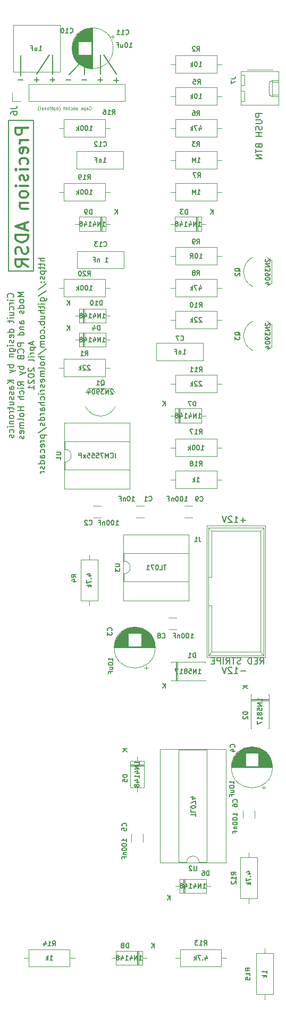
<source format=gbr>
%TF.GenerationSoftware,KiCad,Pcbnew,5.1.10-88a1d61d58~90~ubuntu20.04.1*%
%TF.CreationDate,2021-08-12T11:11:01-04:00*%
%TF.ProjectId,precadsr,70726563-6164-4737-922e-6b696361645f,rev?*%
%TF.SameCoordinates,Original*%
%TF.FileFunction,Legend,Bot*%
%TF.FilePolarity,Positive*%
%FSLAX46Y46*%
G04 Gerber Fmt 4.6, Leading zero omitted, Abs format (unit mm)*
G04 Created by KiCad (PCBNEW 5.1.10-88a1d61d58~90~ubuntu20.04.1) date 2021-08-12 11:11:01*
%MOMM*%
%LPD*%
G01*
G04 APERTURE LIST*
%ADD10C,0.150000*%
%ADD11C,0.100000*%
%ADD12C,0.300000*%
%ADD13C,0.120000*%
G04 APERTURE END LIST*
D10*
X102108000Y-28956000D02*
X104140000Y-32004000D01*
X103759047Y-33011571D02*
X104520952Y-33011571D01*
X104140000Y-32630619D02*
X104140000Y-33392523D01*
X86920000Y-39380000D02*
X90920000Y-39380000D01*
X101600000Y-32004000D02*
X101600000Y-28956000D01*
X86920000Y-63380000D02*
X86920000Y-39380000D01*
X90920000Y-39380000D02*
X90920000Y-63380000D01*
X93980000Y-32004000D02*
X93980000Y-28956000D01*
X91440000Y-32004000D02*
X93472000Y-28956000D01*
X127325380Y-38338571D02*
X126325380Y-38338571D01*
X126325380Y-38719523D01*
X126373000Y-38814761D01*
X126420619Y-38862380D01*
X126515857Y-38910000D01*
X126658714Y-38910000D01*
X126753952Y-38862380D01*
X126801571Y-38814761D01*
X126849190Y-38719523D01*
X126849190Y-38338571D01*
X126325380Y-39338571D02*
X127134904Y-39338571D01*
X127230142Y-39386190D01*
X127277761Y-39433809D01*
X127325380Y-39529047D01*
X127325380Y-39719523D01*
X127277761Y-39814761D01*
X127230142Y-39862380D01*
X127134904Y-39910000D01*
X126325380Y-39910000D01*
X127277761Y-40338571D02*
X127325380Y-40481428D01*
X127325380Y-40719523D01*
X127277761Y-40814761D01*
X127230142Y-40862380D01*
X127134904Y-40910000D01*
X127039666Y-40910000D01*
X126944428Y-40862380D01*
X126896809Y-40814761D01*
X126849190Y-40719523D01*
X126801571Y-40529047D01*
X126753952Y-40433809D01*
X126706333Y-40386190D01*
X126611095Y-40338571D01*
X126515857Y-40338571D01*
X126420619Y-40386190D01*
X126373000Y-40433809D01*
X126325380Y-40529047D01*
X126325380Y-40767142D01*
X126373000Y-40910000D01*
X127325380Y-41338571D02*
X126325380Y-41338571D01*
X126801571Y-41338571D02*
X126801571Y-41910000D01*
X127325380Y-41910000D02*
X126325380Y-41910000D01*
X126801571Y-43481428D02*
X126849190Y-43624285D01*
X126896809Y-43671904D01*
X126992047Y-43719523D01*
X127134904Y-43719523D01*
X127230142Y-43671904D01*
X127277761Y-43624285D01*
X127325380Y-43529047D01*
X127325380Y-43148095D01*
X126325380Y-43148095D01*
X126325380Y-43481428D01*
X126373000Y-43576666D01*
X126420619Y-43624285D01*
X126515857Y-43671904D01*
X126611095Y-43671904D01*
X126706333Y-43624285D01*
X126753952Y-43576666D01*
X126801571Y-43481428D01*
X126801571Y-43148095D01*
X126325380Y-44005238D02*
X126325380Y-44576666D01*
X127325380Y-44290952D02*
X126325380Y-44290952D01*
X127325380Y-44910000D02*
X126325380Y-44910000D01*
X127325380Y-45481428D01*
X126325380Y-45481428D01*
X101219047Y-32948571D02*
X101980952Y-32948571D01*
X101600000Y-32567619D02*
X101600000Y-33329523D01*
X93599047Y-32948571D02*
X94360952Y-32948571D01*
X93980000Y-32567619D02*
X93980000Y-33329523D01*
X90920000Y-63380000D02*
X86920000Y-63380000D01*
D11*
X99825476Y-37643571D02*
X99849285Y-37667380D01*
X99920714Y-37691190D01*
X99968333Y-37691190D01*
X100039761Y-37667380D01*
X100087380Y-37619761D01*
X100111190Y-37572142D01*
X100135000Y-37476904D01*
X100135000Y-37405476D01*
X100111190Y-37310238D01*
X100087380Y-37262619D01*
X100039761Y-37215000D01*
X99968333Y-37191190D01*
X99920714Y-37191190D01*
X99849285Y-37215000D01*
X99825476Y-37238809D01*
X99396904Y-37691190D02*
X99396904Y-37429285D01*
X99420714Y-37381666D01*
X99468333Y-37357857D01*
X99563571Y-37357857D01*
X99611190Y-37381666D01*
X99396904Y-37667380D02*
X99444523Y-37691190D01*
X99563571Y-37691190D01*
X99611190Y-37667380D01*
X99635000Y-37619761D01*
X99635000Y-37572142D01*
X99611190Y-37524523D01*
X99563571Y-37500714D01*
X99444523Y-37500714D01*
X99396904Y-37476904D01*
X99158809Y-37357857D02*
X99158809Y-37857857D01*
X99158809Y-37381666D02*
X99111190Y-37357857D01*
X99015952Y-37357857D01*
X98968333Y-37381666D01*
X98944523Y-37405476D01*
X98920714Y-37453095D01*
X98920714Y-37595952D01*
X98944523Y-37643571D01*
X98968333Y-37667380D01*
X99015952Y-37691190D01*
X99111190Y-37691190D01*
X99158809Y-37667380D01*
X98730238Y-37667380D02*
X98682619Y-37691190D01*
X98587380Y-37691190D01*
X98539761Y-37667380D01*
X98515952Y-37619761D01*
X98515952Y-37595952D01*
X98539761Y-37548333D01*
X98587380Y-37524523D01*
X98658809Y-37524523D01*
X98706428Y-37500714D01*
X98730238Y-37453095D01*
X98730238Y-37429285D01*
X98706428Y-37381666D01*
X98658809Y-37357857D01*
X98587380Y-37357857D01*
X98539761Y-37381666D01*
X97944523Y-37667380D02*
X97896904Y-37691190D01*
X97801666Y-37691190D01*
X97754047Y-37667380D01*
X97730238Y-37619761D01*
X97730238Y-37595952D01*
X97754047Y-37548333D01*
X97801666Y-37524523D01*
X97873095Y-37524523D01*
X97920714Y-37500714D01*
X97944523Y-37453095D01*
X97944523Y-37429285D01*
X97920714Y-37381666D01*
X97873095Y-37357857D01*
X97801666Y-37357857D01*
X97754047Y-37381666D01*
X97444523Y-37691190D02*
X97492142Y-37667380D01*
X97515952Y-37643571D01*
X97539761Y-37595952D01*
X97539761Y-37453095D01*
X97515952Y-37405476D01*
X97492142Y-37381666D01*
X97444523Y-37357857D01*
X97373095Y-37357857D01*
X97325476Y-37381666D01*
X97301666Y-37405476D01*
X97277857Y-37453095D01*
X97277857Y-37595952D01*
X97301666Y-37643571D01*
X97325476Y-37667380D01*
X97373095Y-37691190D01*
X97444523Y-37691190D01*
X96849285Y-37667380D02*
X96896904Y-37691190D01*
X96992142Y-37691190D01*
X97039761Y-37667380D01*
X97063571Y-37643571D01*
X97087380Y-37595952D01*
X97087380Y-37453095D01*
X97063571Y-37405476D01*
X97039761Y-37381666D01*
X96992142Y-37357857D01*
X96896904Y-37357857D01*
X96849285Y-37381666D01*
X96635000Y-37691190D02*
X96635000Y-37191190D01*
X96587380Y-37500714D02*
X96444523Y-37691190D01*
X96444523Y-37357857D02*
X96635000Y-37548333D01*
X96039761Y-37667380D02*
X96087380Y-37691190D01*
X96182619Y-37691190D01*
X96230238Y-37667380D01*
X96254047Y-37619761D01*
X96254047Y-37429285D01*
X96230238Y-37381666D01*
X96182619Y-37357857D01*
X96087380Y-37357857D01*
X96039761Y-37381666D01*
X96015952Y-37429285D01*
X96015952Y-37476904D01*
X96254047Y-37524523D01*
X95873095Y-37357857D02*
X95682619Y-37357857D01*
X95801666Y-37191190D02*
X95801666Y-37619761D01*
X95777857Y-37667380D01*
X95730238Y-37691190D01*
X95682619Y-37691190D01*
X94992142Y-37881666D02*
X95015952Y-37857857D01*
X95063571Y-37786428D01*
X95087380Y-37738809D01*
X95111190Y-37667380D01*
X95135000Y-37548333D01*
X95135000Y-37453095D01*
X95111190Y-37334047D01*
X95087380Y-37262619D01*
X95063571Y-37215000D01*
X95015952Y-37143571D01*
X94992142Y-37119761D01*
X94730238Y-37691190D02*
X94777857Y-37667380D01*
X94801666Y-37643571D01*
X94825476Y-37595952D01*
X94825476Y-37453095D01*
X94801666Y-37405476D01*
X94777857Y-37381666D01*
X94730238Y-37357857D01*
X94658809Y-37357857D01*
X94611190Y-37381666D01*
X94587380Y-37405476D01*
X94563571Y-37453095D01*
X94563571Y-37595952D01*
X94587380Y-37643571D01*
X94611190Y-37667380D01*
X94658809Y-37691190D01*
X94730238Y-37691190D01*
X94349285Y-37357857D02*
X94349285Y-37857857D01*
X94349285Y-37381666D02*
X94301666Y-37357857D01*
X94206428Y-37357857D01*
X94158809Y-37381666D01*
X94135000Y-37405476D01*
X94111190Y-37453095D01*
X94111190Y-37595952D01*
X94135000Y-37643571D01*
X94158809Y-37667380D01*
X94206428Y-37691190D01*
X94301666Y-37691190D01*
X94349285Y-37667380D01*
X93968333Y-37357857D02*
X93777857Y-37357857D01*
X93896904Y-37191190D02*
X93896904Y-37619761D01*
X93873095Y-37667380D01*
X93825476Y-37691190D01*
X93777857Y-37691190D01*
X93611190Y-37691190D02*
X93611190Y-37357857D01*
X93611190Y-37191190D02*
X93635000Y-37215000D01*
X93611190Y-37238809D01*
X93587380Y-37215000D01*
X93611190Y-37191190D01*
X93611190Y-37238809D01*
X93301666Y-37691190D02*
X93349285Y-37667380D01*
X93373095Y-37643571D01*
X93396904Y-37595952D01*
X93396904Y-37453095D01*
X93373095Y-37405476D01*
X93349285Y-37381666D01*
X93301666Y-37357857D01*
X93230238Y-37357857D01*
X93182619Y-37381666D01*
X93158809Y-37405476D01*
X93135000Y-37453095D01*
X93135000Y-37595952D01*
X93158809Y-37643571D01*
X93182619Y-37667380D01*
X93230238Y-37691190D01*
X93301666Y-37691190D01*
X92920714Y-37357857D02*
X92920714Y-37691190D01*
X92920714Y-37405476D02*
X92896904Y-37381666D01*
X92849285Y-37357857D01*
X92777857Y-37357857D01*
X92730238Y-37381666D01*
X92706428Y-37429285D01*
X92706428Y-37691190D01*
X92254047Y-37691190D02*
X92254047Y-37429285D01*
X92277857Y-37381666D01*
X92325476Y-37357857D01*
X92420714Y-37357857D01*
X92468333Y-37381666D01*
X92254047Y-37667380D02*
X92301666Y-37691190D01*
X92420714Y-37691190D01*
X92468333Y-37667380D01*
X92492142Y-37619761D01*
X92492142Y-37572142D01*
X92468333Y-37524523D01*
X92420714Y-37500714D01*
X92301666Y-37500714D01*
X92254047Y-37476904D01*
X91944523Y-37691190D02*
X91992142Y-37667380D01*
X92015952Y-37619761D01*
X92015952Y-37191190D01*
X91801666Y-37881666D02*
X91777857Y-37857857D01*
X91730238Y-37786428D01*
X91706428Y-37738809D01*
X91682619Y-37667380D01*
X91658809Y-37548333D01*
X91658809Y-37453095D01*
X91682619Y-37334047D01*
X91706428Y-37262619D01*
X91730238Y-37215000D01*
X91777857Y-37143571D01*
X91801666Y-37119761D01*
D10*
X96139047Y-32948571D02*
X96900952Y-32948571D01*
X88900000Y-32258000D02*
X88900000Y-29083000D01*
X98679047Y-32948571D02*
X99440952Y-32948571D01*
X88519047Y-32948571D02*
X89280952Y-32948571D01*
D12*
X90058761Y-40562000D02*
X88058761Y-40562000D01*
X88058761Y-41323904D01*
X88154000Y-41514380D01*
X88249238Y-41609619D01*
X88439714Y-41704857D01*
X88725428Y-41704857D01*
X88915904Y-41609619D01*
X89011142Y-41514380D01*
X89106380Y-41323904D01*
X89106380Y-40562000D01*
X90058761Y-42562000D02*
X88725428Y-42562000D01*
X89106380Y-42562000D02*
X88915904Y-42657238D01*
X88820666Y-42752476D01*
X88725428Y-42942952D01*
X88725428Y-43133428D01*
X89963523Y-44562000D02*
X90058761Y-44371523D01*
X90058761Y-43990571D01*
X89963523Y-43800095D01*
X89773047Y-43704857D01*
X89011142Y-43704857D01*
X88820666Y-43800095D01*
X88725428Y-43990571D01*
X88725428Y-44371523D01*
X88820666Y-44562000D01*
X89011142Y-44657238D01*
X89201619Y-44657238D01*
X89392095Y-43704857D01*
X89963523Y-46371523D02*
X90058761Y-46181047D01*
X90058761Y-45800095D01*
X89963523Y-45609619D01*
X89868285Y-45514380D01*
X89677809Y-45419142D01*
X89106380Y-45419142D01*
X88915904Y-45514380D01*
X88820666Y-45609619D01*
X88725428Y-45800095D01*
X88725428Y-46181047D01*
X88820666Y-46371523D01*
X90058761Y-47228666D02*
X88725428Y-47228666D01*
X88058761Y-47228666D02*
X88154000Y-47133428D01*
X88249238Y-47228666D01*
X88154000Y-47323904D01*
X88058761Y-47228666D01*
X88249238Y-47228666D01*
X89963523Y-48085809D02*
X90058761Y-48276285D01*
X90058761Y-48657238D01*
X89963523Y-48847714D01*
X89773047Y-48942952D01*
X89677809Y-48942952D01*
X89487333Y-48847714D01*
X89392095Y-48657238D01*
X89392095Y-48371523D01*
X89296857Y-48181047D01*
X89106380Y-48085809D01*
X89011142Y-48085809D01*
X88820666Y-48181047D01*
X88725428Y-48371523D01*
X88725428Y-48657238D01*
X88820666Y-48847714D01*
X90058761Y-49800095D02*
X88725428Y-49800095D01*
X88058761Y-49800095D02*
X88154000Y-49704857D01*
X88249238Y-49800095D01*
X88154000Y-49895333D01*
X88058761Y-49800095D01*
X88249238Y-49800095D01*
X90058761Y-51038190D02*
X89963523Y-50847714D01*
X89868285Y-50752476D01*
X89677809Y-50657238D01*
X89106380Y-50657238D01*
X88915904Y-50752476D01*
X88820666Y-50847714D01*
X88725428Y-51038190D01*
X88725428Y-51323904D01*
X88820666Y-51514380D01*
X88915904Y-51609619D01*
X89106380Y-51704857D01*
X89677809Y-51704857D01*
X89868285Y-51609619D01*
X89963523Y-51514380D01*
X90058761Y-51323904D01*
X90058761Y-51038190D01*
X88725428Y-52562000D02*
X90058761Y-52562000D01*
X88915904Y-52562000D02*
X88820666Y-52657238D01*
X88725428Y-52847714D01*
X88725428Y-53133428D01*
X88820666Y-53323904D01*
X89011142Y-53419142D01*
X90058761Y-53419142D01*
X89487333Y-55800095D02*
X89487333Y-56752476D01*
X90058761Y-55609619D02*
X88058761Y-56276285D01*
X90058761Y-56942952D01*
X90058761Y-57609619D02*
X88058761Y-57609619D01*
X88058761Y-58085809D01*
X88154000Y-58371523D01*
X88344476Y-58562000D01*
X88534952Y-58657238D01*
X88915904Y-58752476D01*
X89201619Y-58752476D01*
X89582571Y-58657238D01*
X89773047Y-58562000D01*
X89963523Y-58371523D01*
X90058761Y-58085809D01*
X90058761Y-57609619D01*
X89963523Y-59514380D02*
X90058761Y-59800095D01*
X90058761Y-60276285D01*
X89963523Y-60466761D01*
X89868285Y-60562000D01*
X89677809Y-60657238D01*
X89487333Y-60657238D01*
X89296857Y-60562000D01*
X89201619Y-60466761D01*
X89106380Y-60276285D01*
X89011142Y-59895333D01*
X88915904Y-59704857D01*
X88820666Y-59609619D01*
X88630190Y-59514380D01*
X88439714Y-59514380D01*
X88249238Y-59609619D01*
X88154000Y-59704857D01*
X88058761Y-59895333D01*
X88058761Y-60371523D01*
X88154000Y-60657238D01*
X90058761Y-62657238D02*
X89106380Y-61990571D01*
X90058761Y-61514380D02*
X88058761Y-61514380D01*
X88058761Y-62276285D01*
X88154000Y-62466761D01*
X88249238Y-62562000D01*
X88439714Y-62657238D01*
X88725428Y-62657238D01*
X88915904Y-62562000D01*
X89011142Y-62466761D01*
X89106380Y-62276285D01*
X89106380Y-61514380D01*
D10*
X87671142Y-67546666D02*
X87718761Y-67499047D01*
X87766380Y-67356190D01*
X87766380Y-67260952D01*
X87718761Y-67118095D01*
X87623523Y-67022857D01*
X87528285Y-66975238D01*
X87337809Y-66927619D01*
X87194952Y-66927619D01*
X87004476Y-66975238D01*
X86909238Y-67022857D01*
X86814000Y-67118095D01*
X86766380Y-67260952D01*
X86766380Y-67356190D01*
X86814000Y-67499047D01*
X86861619Y-67546666D01*
X87766380Y-67975238D02*
X87099714Y-67975238D01*
X86766380Y-67975238D02*
X86814000Y-67927619D01*
X86861619Y-67975238D01*
X86814000Y-68022857D01*
X86766380Y-67975238D01*
X86861619Y-67975238D01*
X87766380Y-68451428D02*
X87099714Y-68451428D01*
X87290190Y-68451428D02*
X87194952Y-68499047D01*
X87147333Y-68546666D01*
X87099714Y-68641904D01*
X87099714Y-68737142D01*
X87718761Y-69499047D02*
X87766380Y-69403809D01*
X87766380Y-69213333D01*
X87718761Y-69118095D01*
X87671142Y-69070476D01*
X87575904Y-69022857D01*
X87290190Y-69022857D01*
X87194952Y-69070476D01*
X87147333Y-69118095D01*
X87099714Y-69213333D01*
X87099714Y-69403809D01*
X87147333Y-69499047D01*
X87099714Y-70356190D02*
X87766380Y-70356190D01*
X87099714Y-69927619D02*
X87623523Y-69927619D01*
X87718761Y-69975238D01*
X87766380Y-70070476D01*
X87766380Y-70213333D01*
X87718761Y-70308571D01*
X87671142Y-70356190D01*
X87766380Y-70832380D02*
X87099714Y-70832380D01*
X86766380Y-70832380D02*
X86814000Y-70784761D01*
X86861619Y-70832380D01*
X86814000Y-70880000D01*
X86766380Y-70832380D01*
X86861619Y-70832380D01*
X87099714Y-71165714D02*
X87099714Y-71546666D01*
X86766380Y-71308571D02*
X87623523Y-71308571D01*
X87718761Y-71356190D01*
X87766380Y-71451428D01*
X87766380Y-71546666D01*
X87766380Y-73070476D02*
X86766380Y-73070476D01*
X87718761Y-73070476D02*
X87766380Y-72975238D01*
X87766380Y-72784761D01*
X87718761Y-72689523D01*
X87671142Y-72641904D01*
X87575904Y-72594285D01*
X87290190Y-72594285D01*
X87194952Y-72641904D01*
X87147333Y-72689523D01*
X87099714Y-72784761D01*
X87099714Y-72975238D01*
X87147333Y-73070476D01*
X87718761Y-73927619D02*
X87766380Y-73832380D01*
X87766380Y-73641904D01*
X87718761Y-73546666D01*
X87623523Y-73499047D01*
X87242571Y-73499047D01*
X87147333Y-73546666D01*
X87099714Y-73641904D01*
X87099714Y-73832380D01*
X87147333Y-73927619D01*
X87242571Y-73975238D01*
X87337809Y-73975238D01*
X87433047Y-73499047D01*
X87718761Y-74356190D02*
X87766380Y-74451428D01*
X87766380Y-74641904D01*
X87718761Y-74737142D01*
X87623523Y-74784761D01*
X87575904Y-74784761D01*
X87480666Y-74737142D01*
X87433047Y-74641904D01*
X87433047Y-74499047D01*
X87385428Y-74403809D01*
X87290190Y-74356190D01*
X87242571Y-74356190D01*
X87147333Y-74403809D01*
X87099714Y-74499047D01*
X87099714Y-74641904D01*
X87147333Y-74737142D01*
X87766380Y-75213333D02*
X87099714Y-75213333D01*
X86766380Y-75213333D02*
X86814000Y-75165714D01*
X86861619Y-75213333D01*
X86814000Y-75260952D01*
X86766380Y-75213333D01*
X86861619Y-75213333D01*
X87099714Y-76118095D02*
X87909238Y-76118095D01*
X88004476Y-76070476D01*
X88052095Y-76022857D01*
X88099714Y-75927619D01*
X88099714Y-75784761D01*
X88052095Y-75689523D01*
X87718761Y-76118095D02*
X87766380Y-76022857D01*
X87766380Y-75832380D01*
X87718761Y-75737142D01*
X87671142Y-75689523D01*
X87575904Y-75641904D01*
X87290190Y-75641904D01*
X87194952Y-75689523D01*
X87147333Y-75737142D01*
X87099714Y-75832380D01*
X87099714Y-76022857D01*
X87147333Y-76118095D01*
X87099714Y-76594285D02*
X87766380Y-76594285D01*
X87194952Y-76594285D02*
X87147333Y-76641904D01*
X87099714Y-76737142D01*
X87099714Y-76880000D01*
X87147333Y-76975238D01*
X87242571Y-77022857D01*
X87766380Y-77022857D01*
X87766380Y-78260952D02*
X86766380Y-78260952D01*
X87147333Y-78260952D02*
X87099714Y-78356190D01*
X87099714Y-78546666D01*
X87147333Y-78641904D01*
X87194952Y-78689523D01*
X87290190Y-78737142D01*
X87575904Y-78737142D01*
X87671142Y-78689523D01*
X87718761Y-78641904D01*
X87766380Y-78546666D01*
X87766380Y-78356190D01*
X87718761Y-78260952D01*
X87099714Y-79070476D02*
X87766380Y-79308571D01*
X87099714Y-79546666D02*
X87766380Y-79308571D01*
X88004476Y-79213333D01*
X88052095Y-79165714D01*
X88099714Y-79070476D01*
X87766380Y-80689523D02*
X86766380Y-80689523D01*
X87766380Y-81260952D02*
X87194952Y-80832380D01*
X86766380Y-81260952D02*
X87337809Y-80689523D01*
X87766380Y-82118095D02*
X87242571Y-82118095D01*
X87147333Y-82070476D01*
X87099714Y-81975238D01*
X87099714Y-81784761D01*
X87147333Y-81689523D01*
X87718761Y-82118095D02*
X87766380Y-82022857D01*
X87766380Y-81784761D01*
X87718761Y-81689523D01*
X87623523Y-81641904D01*
X87528285Y-81641904D01*
X87433047Y-81689523D01*
X87385428Y-81784761D01*
X87385428Y-82022857D01*
X87337809Y-82118095D01*
X87718761Y-82546666D02*
X87766380Y-82641904D01*
X87766380Y-82832380D01*
X87718761Y-82927619D01*
X87623523Y-82975238D01*
X87575904Y-82975238D01*
X87480666Y-82927619D01*
X87433047Y-82832380D01*
X87433047Y-82689523D01*
X87385428Y-82594285D01*
X87290190Y-82546666D01*
X87242571Y-82546666D01*
X87147333Y-82594285D01*
X87099714Y-82689523D01*
X87099714Y-82832380D01*
X87147333Y-82927619D01*
X87718761Y-83356190D02*
X87766380Y-83451428D01*
X87766380Y-83641904D01*
X87718761Y-83737142D01*
X87623523Y-83784761D01*
X87575904Y-83784761D01*
X87480666Y-83737142D01*
X87433047Y-83641904D01*
X87433047Y-83499047D01*
X87385428Y-83403809D01*
X87290190Y-83356190D01*
X87242571Y-83356190D01*
X87147333Y-83403809D01*
X87099714Y-83499047D01*
X87099714Y-83641904D01*
X87147333Y-83737142D01*
X87099714Y-84641904D02*
X87766380Y-84641904D01*
X87099714Y-84213333D02*
X87623523Y-84213333D01*
X87718761Y-84260952D01*
X87766380Y-84356190D01*
X87766380Y-84499047D01*
X87718761Y-84594285D01*
X87671142Y-84641904D01*
X87099714Y-84975238D02*
X87099714Y-85356190D01*
X86766380Y-85118095D02*
X87623523Y-85118095D01*
X87718761Y-85165714D01*
X87766380Y-85260952D01*
X87766380Y-85356190D01*
X87766380Y-85689523D02*
X87099714Y-85689523D01*
X87290190Y-85689523D02*
X87194952Y-85737142D01*
X87147333Y-85784761D01*
X87099714Y-85880000D01*
X87099714Y-85975238D01*
X87766380Y-86451428D02*
X87718761Y-86356190D01*
X87671142Y-86308571D01*
X87575904Y-86260952D01*
X87290190Y-86260952D01*
X87194952Y-86308571D01*
X87147333Y-86356190D01*
X87099714Y-86451428D01*
X87099714Y-86594285D01*
X87147333Y-86689523D01*
X87194952Y-86737142D01*
X87290190Y-86784761D01*
X87575904Y-86784761D01*
X87671142Y-86737142D01*
X87718761Y-86689523D01*
X87766380Y-86594285D01*
X87766380Y-86451428D01*
X87099714Y-87213333D02*
X87766380Y-87213333D01*
X87194952Y-87213333D02*
X87147333Y-87260952D01*
X87099714Y-87356190D01*
X87099714Y-87499047D01*
X87147333Y-87594285D01*
X87242571Y-87641904D01*
X87766380Y-87641904D01*
X87766380Y-88118095D02*
X87099714Y-88118095D01*
X86766380Y-88118095D02*
X86814000Y-88070476D01*
X86861619Y-88118095D01*
X86814000Y-88165714D01*
X86766380Y-88118095D01*
X86861619Y-88118095D01*
X87718761Y-89022857D02*
X87766380Y-88927619D01*
X87766380Y-88737142D01*
X87718761Y-88641904D01*
X87671142Y-88594285D01*
X87575904Y-88546666D01*
X87290190Y-88546666D01*
X87194952Y-88594285D01*
X87147333Y-88641904D01*
X87099714Y-88737142D01*
X87099714Y-88927619D01*
X87147333Y-89022857D01*
X87718761Y-89403809D02*
X87766380Y-89499047D01*
X87766380Y-89689523D01*
X87718761Y-89784761D01*
X87623523Y-89832380D01*
X87575904Y-89832380D01*
X87480666Y-89784761D01*
X87433047Y-89689523D01*
X87433047Y-89546666D01*
X87385428Y-89451428D01*
X87290190Y-89403809D01*
X87242571Y-89403809D01*
X87147333Y-89451428D01*
X87099714Y-89546666D01*
X87099714Y-89689523D01*
X87147333Y-89784761D01*
X89416380Y-66784761D02*
X88416380Y-66784761D01*
X89130666Y-67118095D01*
X88416380Y-67451428D01*
X89416380Y-67451428D01*
X89416380Y-68070476D02*
X89368761Y-67975238D01*
X89321142Y-67927619D01*
X89225904Y-67880000D01*
X88940190Y-67880000D01*
X88844952Y-67927619D01*
X88797333Y-67975238D01*
X88749714Y-68070476D01*
X88749714Y-68213333D01*
X88797333Y-68308571D01*
X88844952Y-68356190D01*
X88940190Y-68403809D01*
X89225904Y-68403809D01*
X89321142Y-68356190D01*
X89368761Y-68308571D01*
X89416380Y-68213333D01*
X89416380Y-68070476D01*
X89416380Y-69260952D02*
X88416380Y-69260952D01*
X89368761Y-69260952D02*
X89416380Y-69165714D01*
X89416380Y-68975238D01*
X89368761Y-68880000D01*
X89321142Y-68832380D01*
X89225904Y-68784761D01*
X88940190Y-68784761D01*
X88844952Y-68832380D01*
X88797333Y-68880000D01*
X88749714Y-68975238D01*
X88749714Y-69165714D01*
X88797333Y-69260952D01*
X89368761Y-69689523D02*
X89416380Y-69784761D01*
X89416380Y-69975238D01*
X89368761Y-70070476D01*
X89273523Y-70118095D01*
X89225904Y-70118095D01*
X89130666Y-70070476D01*
X89083047Y-69975238D01*
X89083047Y-69832380D01*
X89035428Y-69737142D01*
X88940190Y-69689523D01*
X88892571Y-69689523D01*
X88797333Y-69737142D01*
X88749714Y-69832380D01*
X88749714Y-69975238D01*
X88797333Y-70070476D01*
X89416380Y-71737142D02*
X88892571Y-71737142D01*
X88797333Y-71689523D01*
X88749714Y-71594285D01*
X88749714Y-71403809D01*
X88797333Y-71308571D01*
X89368761Y-71737142D02*
X89416380Y-71641904D01*
X89416380Y-71403809D01*
X89368761Y-71308571D01*
X89273523Y-71260952D01*
X89178285Y-71260952D01*
X89083047Y-71308571D01*
X89035428Y-71403809D01*
X89035428Y-71641904D01*
X88987809Y-71737142D01*
X88749714Y-72213333D02*
X89416380Y-72213333D01*
X88844952Y-72213333D02*
X88797333Y-72260952D01*
X88749714Y-72356190D01*
X88749714Y-72499047D01*
X88797333Y-72594285D01*
X88892571Y-72641904D01*
X89416380Y-72641904D01*
X89416380Y-73546666D02*
X88416380Y-73546666D01*
X89368761Y-73546666D02*
X89416380Y-73451428D01*
X89416380Y-73260952D01*
X89368761Y-73165714D01*
X89321142Y-73118095D01*
X89225904Y-73070476D01*
X88940190Y-73070476D01*
X88844952Y-73118095D01*
X88797333Y-73165714D01*
X88749714Y-73260952D01*
X88749714Y-73451428D01*
X88797333Y-73546666D01*
X89416380Y-74784761D02*
X88416380Y-74784761D01*
X88416380Y-75165714D01*
X88464000Y-75260952D01*
X88511619Y-75308571D01*
X88606857Y-75356190D01*
X88749714Y-75356190D01*
X88844952Y-75308571D01*
X88892571Y-75260952D01*
X88940190Y-75165714D01*
X88940190Y-74784761D01*
X89321142Y-76356190D02*
X89368761Y-76308571D01*
X89416380Y-76165714D01*
X89416380Y-76070476D01*
X89368761Y-75927619D01*
X89273523Y-75832380D01*
X89178285Y-75784761D01*
X88987809Y-75737142D01*
X88844952Y-75737142D01*
X88654476Y-75784761D01*
X88559238Y-75832380D01*
X88464000Y-75927619D01*
X88416380Y-76070476D01*
X88416380Y-76165714D01*
X88464000Y-76308571D01*
X88511619Y-76356190D01*
X88892571Y-77118095D02*
X88940190Y-77260952D01*
X88987809Y-77308571D01*
X89083047Y-77356190D01*
X89225904Y-77356190D01*
X89321142Y-77308571D01*
X89368761Y-77260952D01*
X89416380Y-77165714D01*
X89416380Y-76784761D01*
X88416380Y-76784761D01*
X88416380Y-77118095D01*
X88464000Y-77213333D01*
X88511619Y-77260952D01*
X88606857Y-77308571D01*
X88702095Y-77308571D01*
X88797333Y-77260952D01*
X88844952Y-77213333D01*
X88892571Y-77118095D01*
X88892571Y-76784761D01*
X89416380Y-78546666D02*
X88416380Y-78546666D01*
X88797333Y-78546666D02*
X88749714Y-78641904D01*
X88749714Y-78832380D01*
X88797333Y-78927619D01*
X88844952Y-78975238D01*
X88940190Y-79022857D01*
X89225904Y-79022857D01*
X89321142Y-78975238D01*
X89368761Y-78927619D01*
X89416380Y-78832380D01*
X89416380Y-78641904D01*
X89368761Y-78546666D01*
X88749714Y-79356190D02*
X89416380Y-79594285D01*
X88749714Y-79832380D02*
X89416380Y-79594285D01*
X89654476Y-79499047D01*
X89702095Y-79451428D01*
X89749714Y-79356190D01*
X89416380Y-81546666D02*
X88940190Y-81213333D01*
X89416380Y-80975238D02*
X88416380Y-80975238D01*
X88416380Y-81356190D01*
X88464000Y-81451428D01*
X88511619Y-81499047D01*
X88606857Y-81546666D01*
X88749714Y-81546666D01*
X88844952Y-81499047D01*
X88892571Y-81451428D01*
X88940190Y-81356190D01*
X88940190Y-80975238D01*
X89416380Y-81975238D02*
X88749714Y-81975238D01*
X88416380Y-81975238D02*
X88464000Y-81927619D01*
X88511619Y-81975238D01*
X88464000Y-82022857D01*
X88416380Y-81975238D01*
X88511619Y-81975238D01*
X89368761Y-82880000D02*
X89416380Y-82784761D01*
X89416380Y-82594285D01*
X89368761Y-82499047D01*
X89321142Y-82451428D01*
X89225904Y-82403809D01*
X88940190Y-82403809D01*
X88844952Y-82451428D01*
X88797333Y-82499047D01*
X88749714Y-82594285D01*
X88749714Y-82784761D01*
X88797333Y-82880000D01*
X89416380Y-83308571D02*
X88416380Y-83308571D01*
X89416380Y-83737142D02*
X88892571Y-83737142D01*
X88797333Y-83689523D01*
X88749714Y-83594285D01*
X88749714Y-83451428D01*
X88797333Y-83356190D01*
X88844952Y-83308571D01*
X89416380Y-84975238D02*
X88416380Y-84975238D01*
X88892571Y-84975238D02*
X88892571Y-85546666D01*
X89416380Y-85546666D02*
X88416380Y-85546666D01*
X89416380Y-86165714D02*
X89368761Y-86070476D01*
X89321142Y-86022857D01*
X89225904Y-85975238D01*
X88940190Y-85975238D01*
X88844952Y-86022857D01*
X88797333Y-86070476D01*
X88749714Y-86165714D01*
X88749714Y-86308571D01*
X88797333Y-86403809D01*
X88844952Y-86451428D01*
X88940190Y-86499047D01*
X89225904Y-86499047D01*
X89321142Y-86451428D01*
X89368761Y-86403809D01*
X89416380Y-86308571D01*
X89416380Y-86165714D01*
X89416380Y-87070476D02*
X89368761Y-86975238D01*
X89273523Y-86927619D01*
X88416380Y-86927619D01*
X89416380Y-87451428D02*
X88749714Y-87451428D01*
X88844952Y-87451428D02*
X88797333Y-87499047D01*
X88749714Y-87594285D01*
X88749714Y-87737142D01*
X88797333Y-87832380D01*
X88892571Y-87880000D01*
X89416380Y-87880000D01*
X88892571Y-87880000D02*
X88797333Y-87927619D01*
X88749714Y-88022857D01*
X88749714Y-88165714D01*
X88797333Y-88260952D01*
X88892571Y-88308571D01*
X89416380Y-88308571D01*
X89368761Y-89165714D02*
X89416380Y-89070476D01*
X89416380Y-88880000D01*
X89368761Y-88784761D01*
X89273523Y-88737142D01*
X88892571Y-88737142D01*
X88797333Y-88784761D01*
X88749714Y-88880000D01*
X88749714Y-89070476D01*
X88797333Y-89165714D01*
X88892571Y-89213333D01*
X88987809Y-89213333D01*
X89083047Y-88737142D01*
X89368761Y-89594285D02*
X89416380Y-89689523D01*
X89416380Y-89880000D01*
X89368761Y-89975238D01*
X89273523Y-90022857D01*
X89225904Y-90022857D01*
X89130666Y-89975238D01*
X89083047Y-89880000D01*
X89083047Y-89737142D01*
X89035428Y-89641904D01*
X88940190Y-89594285D01*
X88892571Y-89594285D01*
X88797333Y-89641904D01*
X88749714Y-89737142D01*
X88749714Y-89880000D01*
X88797333Y-89975238D01*
X90780666Y-74594285D02*
X90780666Y-75070476D01*
X91066380Y-74499047D02*
X90066380Y-74832380D01*
X91066380Y-75165714D01*
X90399714Y-75499047D02*
X91399714Y-75499047D01*
X90447333Y-75499047D02*
X90399714Y-75594285D01*
X90399714Y-75784761D01*
X90447333Y-75880000D01*
X90494952Y-75927619D01*
X90590190Y-75975238D01*
X90875904Y-75975238D01*
X90971142Y-75927619D01*
X91018761Y-75880000D01*
X91066380Y-75784761D01*
X91066380Y-75594285D01*
X91018761Y-75499047D01*
X91066380Y-76403809D02*
X90399714Y-76403809D01*
X90590190Y-76403809D02*
X90494952Y-76451428D01*
X90447333Y-76499047D01*
X90399714Y-76594285D01*
X90399714Y-76689523D01*
X91066380Y-77022857D02*
X90399714Y-77022857D01*
X90066380Y-77022857D02*
X90114000Y-76975238D01*
X90161619Y-77022857D01*
X90114000Y-77070476D01*
X90066380Y-77022857D01*
X90161619Y-77022857D01*
X91066380Y-77641904D02*
X91018761Y-77546666D01*
X90923523Y-77499047D01*
X90066380Y-77499047D01*
X90161619Y-78737142D02*
X90114000Y-78784761D01*
X90066380Y-78880000D01*
X90066380Y-79118095D01*
X90114000Y-79213333D01*
X90161619Y-79260952D01*
X90256857Y-79308571D01*
X90352095Y-79308571D01*
X90494952Y-79260952D01*
X91066380Y-78689523D01*
X91066380Y-79308571D01*
X90066380Y-79927619D02*
X90066380Y-80022857D01*
X90114000Y-80118095D01*
X90161619Y-80165714D01*
X90256857Y-80213333D01*
X90447333Y-80260952D01*
X90685428Y-80260952D01*
X90875904Y-80213333D01*
X90971142Y-80165714D01*
X91018761Y-80118095D01*
X91066380Y-80022857D01*
X91066380Y-79927619D01*
X91018761Y-79832380D01*
X90971142Y-79784761D01*
X90875904Y-79737142D01*
X90685428Y-79689523D01*
X90447333Y-79689523D01*
X90256857Y-79737142D01*
X90161619Y-79784761D01*
X90114000Y-79832380D01*
X90066380Y-79927619D01*
X90161619Y-80641904D02*
X90114000Y-80689523D01*
X90066380Y-80784761D01*
X90066380Y-81022857D01*
X90114000Y-81118095D01*
X90161619Y-81165714D01*
X90256857Y-81213333D01*
X90352095Y-81213333D01*
X90494952Y-81165714D01*
X91066380Y-80594285D01*
X91066380Y-81213333D01*
X91066380Y-82165714D02*
X91066380Y-81594285D01*
X91066380Y-81880000D02*
X90066380Y-81880000D01*
X90209238Y-81784761D01*
X90304476Y-81689523D01*
X90352095Y-81594285D01*
X92716380Y-61332380D02*
X91716380Y-61332380D01*
X92716380Y-61760952D02*
X92192571Y-61760952D01*
X92097333Y-61713333D01*
X92049714Y-61618095D01*
X92049714Y-61475238D01*
X92097333Y-61380000D01*
X92144952Y-61332380D01*
X92049714Y-62094285D02*
X92049714Y-62475238D01*
X91716380Y-62237142D02*
X92573523Y-62237142D01*
X92668761Y-62284761D01*
X92716380Y-62380000D01*
X92716380Y-62475238D01*
X92049714Y-62665714D02*
X92049714Y-63046666D01*
X91716380Y-62808571D02*
X92573523Y-62808571D01*
X92668761Y-62856190D01*
X92716380Y-62951428D01*
X92716380Y-63046666D01*
X92049714Y-63380000D02*
X93049714Y-63380000D01*
X92097333Y-63380000D02*
X92049714Y-63475238D01*
X92049714Y-63665714D01*
X92097333Y-63760952D01*
X92144952Y-63808571D01*
X92240190Y-63856190D01*
X92525904Y-63856190D01*
X92621142Y-63808571D01*
X92668761Y-63760952D01*
X92716380Y-63665714D01*
X92716380Y-63475238D01*
X92668761Y-63380000D01*
X92668761Y-64237142D02*
X92716380Y-64332380D01*
X92716380Y-64522857D01*
X92668761Y-64618095D01*
X92573523Y-64665714D01*
X92525904Y-64665714D01*
X92430666Y-64618095D01*
X92383047Y-64522857D01*
X92383047Y-64380000D01*
X92335428Y-64284761D01*
X92240190Y-64237142D01*
X92192571Y-64237142D01*
X92097333Y-64284761D01*
X92049714Y-64380000D01*
X92049714Y-64522857D01*
X92097333Y-64618095D01*
X92621142Y-65094285D02*
X92668761Y-65141904D01*
X92716380Y-65094285D01*
X92668761Y-65046666D01*
X92621142Y-65094285D01*
X92716380Y-65094285D01*
X92097333Y-65094285D02*
X92144952Y-65141904D01*
X92192571Y-65094285D01*
X92144952Y-65046666D01*
X92097333Y-65094285D01*
X92192571Y-65094285D01*
X91668761Y-66284761D02*
X92954476Y-65427619D01*
X91668761Y-67332380D02*
X92954476Y-66475238D01*
X92049714Y-68094285D02*
X92859238Y-68094285D01*
X92954476Y-68046666D01*
X93002095Y-67999047D01*
X93049714Y-67903809D01*
X93049714Y-67760952D01*
X93002095Y-67665714D01*
X92668761Y-68094285D02*
X92716380Y-67999047D01*
X92716380Y-67808571D01*
X92668761Y-67713333D01*
X92621142Y-67665714D01*
X92525904Y-67618095D01*
X92240190Y-67618095D01*
X92144952Y-67665714D01*
X92097333Y-67713333D01*
X92049714Y-67808571D01*
X92049714Y-67999047D01*
X92097333Y-68094285D01*
X92716380Y-68570476D02*
X92049714Y-68570476D01*
X91716380Y-68570476D02*
X91764000Y-68522857D01*
X91811619Y-68570476D01*
X91764000Y-68618095D01*
X91716380Y-68570476D01*
X91811619Y-68570476D01*
X92049714Y-68903809D02*
X92049714Y-69284761D01*
X91716380Y-69046666D02*
X92573523Y-69046666D01*
X92668761Y-69094285D01*
X92716380Y-69189523D01*
X92716380Y-69284761D01*
X92716380Y-69618095D02*
X91716380Y-69618095D01*
X92716380Y-70046666D02*
X92192571Y-70046666D01*
X92097333Y-69999047D01*
X92049714Y-69903809D01*
X92049714Y-69760952D01*
X92097333Y-69665714D01*
X92144952Y-69618095D01*
X92049714Y-70951428D02*
X92716380Y-70951428D01*
X92049714Y-70522857D02*
X92573523Y-70522857D01*
X92668761Y-70570476D01*
X92716380Y-70665714D01*
X92716380Y-70808571D01*
X92668761Y-70903809D01*
X92621142Y-70951428D01*
X92716380Y-71427619D02*
X91716380Y-71427619D01*
X92097333Y-71427619D02*
X92049714Y-71522857D01*
X92049714Y-71713333D01*
X92097333Y-71808571D01*
X92144952Y-71856190D01*
X92240190Y-71903809D01*
X92525904Y-71903809D01*
X92621142Y-71856190D01*
X92668761Y-71808571D01*
X92716380Y-71713333D01*
X92716380Y-71522857D01*
X92668761Y-71427619D01*
X92621142Y-72332380D02*
X92668761Y-72380000D01*
X92716380Y-72332380D01*
X92668761Y-72284761D01*
X92621142Y-72332380D01*
X92716380Y-72332380D01*
X92668761Y-73237142D02*
X92716380Y-73141904D01*
X92716380Y-72951428D01*
X92668761Y-72856190D01*
X92621142Y-72808571D01*
X92525904Y-72760952D01*
X92240190Y-72760952D01*
X92144952Y-72808571D01*
X92097333Y-72856190D01*
X92049714Y-72951428D01*
X92049714Y-73141904D01*
X92097333Y-73237142D01*
X92716380Y-73808571D02*
X92668761Y-73713333D01*
X92621142Y-73665714D01*
X92525904Y-73618095D01*
X92240190Y-73618095D01*
X92144952Y-73665714D01*
X92097333Y-73713333D01*
X92049714Y-73808571D01*
X92049714Y-73951428D01*
X92097333Y-74046666D01*
X92144952Y-74094285D01*
X92240190Y-74141904D01*
X92525904Y-74141904D01*
X92621142Y-74094285D01*
X92668761Y-74046666D01*
X92716380Y-73951428D01*
X92716380Y-73808571D01*
X92716380Y-74570476D02*
X92049714Y-74570476D01*
X92144952Y-74570476D02*
X92097333Y-74618095D01*
X92049714Y-74713333D01*
X92049714Y-74856190D01*
X92097333Y-74951428D01*
X92192571Y-74999047D01*
X92716380Y-74999047D01*
X92192571Y-74999047D02*
X92097333Y-75046666D01*
X92049714Y-75141904D01*
X92049714Y-75284761D01*
X92097333Y-75380000D01*
X92192571Y-75427619D01*
X92716380Y-75427619D01*
X91668761Y-76618095D02*
X92954476Y-75760952D01*
X92716380Y-76951428D02*
X91716380Y-76951428D01*
X92716380Y-77380000D02*
X92192571Y-77380000D01*
X92097333Y-77332380D01*
X92049714Y-77237142D01*
X92049714Y-77094285D01*
X92097333Y-76999047D01*
X92144952Y-76951428D01*
X92716380Y-77999047D02*
X92668761Y-77903809D01*
X92621142Y-77856190D01*
X92525904Y-77808571D01*
X92240190Y-77808571D01*
X92144952Y-77856190D01*
X92097333Y-77903809D01*
X92049714Y-77999047D01*
X92049714Y-78141904D01*
X92097333Y-78237142D01*
X92144952Y-78284761D01*
X92240190Y-78332380D01*
X92525904Y-78332380D01*
X92621142Y-78284761D01*
X92668761Y-78237142D01*
X92716380Y-78141904D01*
X92716380Y-77999047D01*
X92716380Y-78903809D02*
X92668761Y-78808571D01*
X92573523Y-78760952D01*
X91716380Y-78760952D01*
X92716380Y-79284761D02*
X92049714Y-79284761D01*
X92144952Y-79284761D02*
X92097333Y-79332380D01*
X92049714Y-79427619D01*
X92049714Y-79570476D01*
X92097333Y-79665714D01*
X92192571Y-79713333D01*
X92716380Y-79713333D01*
X92192571Y-79713333D02*
X92097333Y-79760952D01*
X92049714Y-79856190D01*
X92049714Y-79999047D01*
X92097333Y-80094285D01*
X92192571Y-80141904D01*
X92716380Y-80141904D01*
X92668761Y-80999047D02*
X92716380Y-80903809D01*
X92716380Y-80713333D01*
X92668761Y-80618095D01*
X92573523Y-80570476D01*
X92192571Y-80570476D01*
X92097333Y-80618095D01*
X92049714Y-80713333D01*
X92049714Y-80903809D01*
X92097333Y-80999047D01*
X92192571Y-81046666D01*
X92287809Y-81046666D01*
X92383047Y-80570476D01*
X92668761Y-81427619D02*
X92716380Y-81522857D01*
X92716380Y-81713333D01*
X92668761Y-81808571D01*
X92573523Y-81856190D01*
X92525904Y-81856190D01*
X92430666Y-81808571D01*
X92383047Y-81713333D01*
X92383047Y-81570476D01*
X92335428Y-81475238D01*
X92240190Y-81427619D01*
X92192571Y-81427619D01*
X92097333Y-81475238D01*
X92049714Y-81570476D01*
X92049714Y-81713333D01*
X92097333Y-81808571D01*
X92716380Y-82284761D02*
X92049714Y-82284761D01*
X92240190Y-82284761D02*
X92144952Y-82332380D01*
X92097333Y-82380000D01*
X92049714Y-82475238D01*
X92049714Y-82570476D01*
X92716380Y-82903809D02*
X92049714Y-82903809D01*
X91716380Y-82903809D02*
X91764000Y-82856190D01*
X91811619Y-82903809D01*
X91764000Y-82951428D01*
X91716380Y-82903809D01*
X91811619Y-82903809D01*
X92668761Y-83808571D02*
X92716380Y-83713333D01*
X92716380Y-83522857D01*
X92668761Y-83427619D01*
X92621142Y-83380000D01*
X92525904Y-83332380D01*
X92240190Y-83332380D01*
X92144952Y-83380000D01*
X92097333Y-83427619D01*
X92049714Y-83522857D01*
X92049714Y-83713333D01*
X92097333Y-83808571D01*
X92716380Y-84237142D02*
X91716380Y-84237142D01*
X92716380Y-84665714D02*
X92192571Y-84665714D01*
X92097333Y-84618095D01*
X92049714Y-84522857D01*
X92049714Y-84379999D01*
X92097333Y-84284761D01*
X92144952Y-84237142D01*
X92716380Y-85570476D02*
X92192571Y-85570476D01*
X92097333Y-85522857D01*
X92049714Y-85427619D01*
X92049714Y-85237142D01*
X92097333Y-85141904D01*
X92668761Y-85570476D02*
X92716380Y-85475238D01*
X92716380Y-85237142D01*
X92668761Y-85141904D01*
X92573523Y-85094285D01*
X92478285Y-85094285D01*
X92383047Y-85141904D01*
X92335428Y-85237142D01*
X92335428Y-85475238D01*
X92287809Y-85570476D01*
X92716380Y-86046666D02*
X92049714Y-86046666D01*
X92240190Y-86046666D02*
X92144952Y-86094285D01*
X92097333Y-86141904D01*
X92049714Y-86237142D01*
X92049714Y-86332380D01*
X92716380Y-87094285D02*
X91716380Y-87094285D01*
X92668761Y-87094285D02*
X92716380Y-86999047D01*
X92716380Y-86808571D01*
X92668761Y-86713333D01*
X92621142Y-86665714D01*
X92525904Y-86618095D01*
X92240190Y-86618095D01*
X92144952Y-86665714D01*
X92097333Y-86713333D01*
X92049714Y-86808571D01*
X92049714Y-86999047D01*
X92097333Y-87094285D01*
X92668761Y-87522857D02*
X92716380Y-87618095D01*
X92716380Y-87808571D01*
X92668761Y-87903809D01*
X92573523Y-87951428D01*
X92525904Y-87951428D01*
X92430666Y-87903809D01*
X92383047Y-87808571D01*
X92383047Y-87665714D01*
X92335428Y-87570476D01*
X92240190Y-87522857D01*
X92192571Y-87522857D01*
X92097333Y-87570476D01*
X92049714Y-87665714D01*
X92049714Y-87808571D01*
X92097333Y-87903809D01*
X91668761Y-89094285D02*
X92954476Y-88237142D01*
X92049714Y-89427619D02*
X93049714Y-89427619D01*
X92097333Y-89427619D02*
X92049714Y-89522857D01*
X92049714Y-89713333D01*
X92097333Y-89808571D01*
X92144952Y-89856190D01*
X92240190Y-89903809D01*
X92525904Y-89903809D01*
X92621142Y-89856190D01*
X92668761Y-89808571D01*
X92716380Y-89713333D01*
X92716380Y-89522857D01*
X92668761Y-89427619D01*
X92716380Y-90332380D02*
X92049714Y-90332380D01*
X92240190Y-90332380D02*
X92144952Y-90379999D01*
X92097333Y-90427619D01*
X92049714Y-90522857D01*
X92049714Y-90618095D01*
X92668761Y-91332380D02*
X92716380Y-91237142D01*
X92716380Y-91046666D01*
X92668761Y-90951428D01*
X92573523Y-90903809D01*
X92192571Y-90903809D01*
X92097333Y-90951428D01*
X92049714Y-91046666D01*
X92049714Y-91237142D01*
X92097333Y-91332380D01*
X92192571Y-91380000D01*
X92287809Y-91380000D01*
X92383047Y-90903809D01*
X92668761Y-92237142D02*
X92716380Y-92141904D01*
X92716380Y-91951428D01*
X92668761Y-91856190D01*
X92621142Y-91808571D01*
X92525904Y-91760952D01*
X92240190Y-91760952D01*
X92144952Y-91808571D01*
X92097333Y-91856190D01*
X92049714Y-91951428D01*
X92049714Y-92141904D01*
X92097333Y-92237142D01*
X92716380Y-93094285D02*
X92192571Y-93094285D01*
X92097333Y-93046666D01*
X92049714Y-92951428D01*
X92049714Y-92760952D01*
X92097333Y-92665714D01*
X92668761Y-93094285D02*
X92716380Y-92999047D01*
X92716380Y-92760952D01*
X92668761Y-92665714D01*
X92573523Y-92618095D01*
X92478285Y-92618095D01*
X92383047Y-92665714D01*
X92335428Y-92760952D01*
X92335428Y-92999047D01*
X92287809Y-93094285D01*
X92716380Y-93999047D02*
X91716380Y-93999047D01*
X92668761Y-93999047D02*
X92716380Y-93903809D01*
X92716380Y-93713333D01*
X92668761Y-93618095D01*
X92621142Y-93570476D01*
X92525904Y-93522857D01*
X92240190Y-93522857D01*
X92144952Y-93570476D01*
X92097333Y-93618095D01*
X92049714Y-93713333D01*
X92049714Y-93903809D01*
X92097333Y-93999047D01*
X92668761Y-94427619D02*
X92716380Y-94522857D01*
X92716380Y-94713333D01*
X92668761Y-94808571D01*
X92573523Y-94856190D01*
X92525904Y-94856190D01*
X92430666Y-94808571D01*
X92383047Y-94713333D01*
X92383047Y-94570476D01*
X92335428Y-94475238D01*
X92240190Y-94427619D01*
X92192571Y-94427619D01*
X92097333Y-94475238D01*
X92049714Y-94570476D01*
X92049714Y-94713333D01*
X92097333Y-94808571D01*
X92716380Y-95284761D02*
X92049714Y-95284761D01*
X92240190Y-95284761D02*
X92144952Y-95332380D01*
X92097333Y-95379999D01*
X92049714Y-95475238D01*
X92049714Y-95570476D01*
X91059047Y-32948571D02*
X91820952Y-32948571D01*
X91440000Y-32567619D02*
X91440000Y-33329523D01*
X99060000Y-29591000D02*
X96647000Y-32131000D01*
X99060000Y-32131000D02*
X99060000Y-29591000D01*
D13*
%TO.C,C13*%
X105360000Y-60225000D02*
X97920000Y-60225000D01*
X105360000Y-62965000D02*
X97920000Y-62965000D01*
X105360000Y-60225000D02*
X105360000Y-62965000D01*
X97920000Y-60225000D02*
X97920000Y-62965000D01*
%TO.C,Q1*%
X99800000Y-81970000D02*
X103400000Y-81970000D01*
X103924184Y-82697205D02*
G75*
G03*
X103400000Y-81970000I-2324184J-1122795D01*
G01*
X103956400Y-84918807D02*
G75*
G02*
X101600000Y-86420000I-2356400J1098807D01*
G01*
X99243600Y-84918807D02*
G75*
G03*
X101600000Y-86420000I2356400J1098807D01*
G01*
X99275816Y-82697205D02*
G75*
G02*
X99800000Y-81970000I2324184J-1122795D01*
G01*
%TO.C,R1*%
X95790000Y-80110000D02*
X95790000Y-77370000D01*
X95790000Y-77370000D02*
X102330000Y-77370000D01*
X102330000Y-77370000D02*
X102330000Y-80110000D01*
X102330000Y-80110000D02*
X95790000Y-80110000D01*
X95020000Y-78740000D02*
X95790000Y-78740000D01*
X103100000Y-78740000D02*
X102330000Y-78740000D01*
%TO.C,U1*%
X95950000Y-91710000D02*
X95950000Y-90460000D01*
X95950000Y-90460000D02*
X106230000Y-90460000D01*
X106230000Y-90460000D02*
X106230000Y-94960000D01*
X106230000Y-94960000D02*
X95950000Y-94960000D01*
X95950000Y-94960000D02*
X95950000Y-93710000D01*
X95890000Y-87460000D02*
X106290000Y-87460000D01*
X106290000Y-87460000D02*
X106290000Y-97960000D01*
X106290000Y-97960000D02*
X95890000Y-97960000D01*
X95890000Y-97960000D02*
X95890000Y-87460000D01*
X95950000Y-93710000D02*
G75*
G03*
X95950000Y-91710000I0J1000000D01*
G01*
%TO.C,J7*%
X123970000Y-31640000D02*
X129990000Y-31640000D01*
X129990000Y-31640000D02*
X129990000Y-36940000D01*
X129990000Y-36940000D02*
X123970000Y-36940000D01*
X123970000Y-36940000D02*
X123970000Y-31640000D01*
X125000000Y-31350000D02*
X129000000Y-31350000D01*
X129990000Y-33020000D02*
X128990000Y-33020000D01*
X128990000Y-33020000D02*
X128990000Y-35560000D01*
X128990000Y-35560000D02*
X129990000Y-35560000D01*
X128990000Y-33020000D02*
X128460000Y-33270000D01*
X128460000Y-33270000D02*
X128460000Y-35310000D01*
X128460000Y-35310000D02*
X128990000Y-35560000D01*
X129990000Y-33270000D02*
X128990000Y-33270000D01*
X129990000Y-35310000D02*
X128990000Y-35310000D01*
X123970000Y-32220000D02*
X124570000Y-32220000D01*
X124570000Y-32220000D02*
X124570000Y-33820000D01*
X124570000Y-33820000D02*
X123970000Y-33820000D01*
X123970000Y-34760000D02*
X124570000Y-34760000D01*
X124570000Y-34760000D02*
X124570000Y-36360000D01*
X124570000Y-36360000D02*
X123970000Y-36360000D01*
%TO.C,D7*%
X113450000Y-87480000D02*
X113450000Y-85240000D01*
X113450000Y-85240000D02*
X117690000Y-85240000D01*
X117690000Y-85240000D02*
X117690000Y-87480000D01*
X117690000Y-87480000D02*
X113450000Y-87480000D01*
X112800000Y-86360000D02*
X113450000Y-86360000D01*
X118340000Y-86360000D02*
X117690000Y-86360000D01*
X114170000Y-87480000D02*
X114170000Y-85240000D01*
X114290000Y-87480000D02*
X114290000Y-85240000D01*
X114050000Y-87480000D02*
X114050000Y-85240000D01*
%TO.C,C6*%
X124300000Y-150349000D02*
X124300000Y-149091000D01*
X126140000Y-150349000D02*
X126140000Y-149091000D01*
%TO.C,R7*%
X120110000Y-49430000D02*
X120110000Y-52170000D01*
X120110000Y-52170000D02*
X113570000Y-52170000D01*
X113570000Y-52170000D02*
X113570000Y-49430000D01*
X113570000Y-49430000D02*
X120110000Y-49430000D01*
X120880000Y-50800000D02*
X120110000Y-50800000D01*
X112800000Y-50800000D02*
X113570000Y-50800000D01*
%TO.C,R19*%
X102330000Y-49430000D02*
X102330000Y-52170000D01*
X102330000Y-52170000D02*
X95790000Y-52170000D01*
X95790000Y-52170000D02*
X95790000Y-49430000D01*
X95790000Y-49430000D02*
X102330000Y-49430000D01*
X103100000Y-50800000D02*
X102330000Y-50800000D01*
X95020000Y-50800000D02*
X95790000Y-50800000D01*
%TO.C,C4*%
X127884000Y-145445241D02*
X127254000Y-145445241D01*
X127569000Y-145760241D02*
X127569000Y-145130241D01*
X126132000Y-139019000D02*
X125328000Y-139019000D01*
X126363000Y-139059000D02*
X125097000Y-139059000D01*
X126532000Y-139099000D02*
X124928000Y-139099000D01*
X126670000Y-139139000D02*
X124790000Y-139139000D01*
X126789000Y-139179000D02*
X124671000Y-139179000D01*
X126895000Y-139219000D02*
X124565000Y-139219000D01*
X126992000Y-139259000D02*
X124468000Y-139259000D01*
X127080000Y-139299000D02*
X124380000Y-139299000D01*
X127162000Y-139339000D02*
X124298000Y-139339000D01*
X127239000Y-139379000D02*
X124221000Y-139379000D01*
X127311000Y-139419000D02*
X124149000Y-139419000D01*
X127380000Y-139459000D02*
X124080000Y-139459000D01*
X127444000Y-139499000D02*
X124016000Y-139499000D01*
X127506000Y-139539000D02*
X123954000Y-139539000D01*
X127564000Y-139579000D02*
X123896000Y-139579000D01*
X127620000Y-139619000D02*
X123840000Y-139619000D01*
X127674000Y-139659000D02*
X123786000Y-139659000D01*
X127725000Y-139699000D02*
X123735000Y-139699000D01*
X127774000Y-139739000D02*
X123686000Y-139739000D01*
X127822000Y-139779000D02*
X123638000Y-139779000D01*
X127867000Y-139819000D02*
X123593000Y-139819000D01*
X127912000Y-139859000D02*
X123548000Y-139859000D01*
X127954000Y-139899000D02*
X123506000Y-139899000D01*
X127995000Y-139939000D02*
X123465000Y-139939000D01*
X124690000Y-139979000D02*
X123425000Y-139979000D01*
X128035000Y-139979000D02*
X126770000Y-139979000D01*
X124690000Y-140019000D02*
X123387000Y-140019000D01*
X128073000Y-140019000D02*
X126770000Y-140019000D01*
X124690000Y-140059000D02*
X123350000Y-140059000D01*
X128110000Y-140059000D02*
X126770000Y-140059000D01*
X124690000Y-140099000D02*
X123314000Y-140099000D01*
X128146000Y-140099000D02*
X126770000Y-140099000D01*
X124690000Y-140139000D02*
X123280000Y-140139000D01*
X128180000Y-140139000D02*
X126770000Y-140139000D01*
X124690000Y-140179000D02*
X123246000Y-140179000D01*
X128214000Y-140179000D02*
X126770000Y-140179000D01*
X124690000Y-140219000D02*
X123214000Y-140219000D01*
X128246000Y-140219000D02*
X126770000Y-140219000D01*
X124690000Y-140259000D02*
X123182000Y-140259000D01*
X128278000Y-140259000D02*
X126770000Y-140259000D01*
X124690000Y-140299000D02*
X123152000Y-140299000D01*
X128308000Y-140299000D02*
X126770000Y-140299000D01*
X124690000Y-140339000D02*
X123123000Y-140339000D01*
X128337000Y-140339000D02*
X126770000Y-140339000D01*
X124690000Y-140379000D02*
X123094000Y-140379000D01*
X128366000Y-140379000D02*
X126770000Y-140379000D01*
X124690000Y-140419000D02*
X123066000Y-140419000D01*
X128394000Y-140419000D02*
X126770000Y-140419000D01*
X124690000Y-140459000D02*
X123040000Y-140459000D01*
X128420000Y-140459000D02*
X126770000Y-140459000D01*
X124690000Y-140499000D02*
X123014000Y-140499000D01*
X128446000Y-140499000D02*
X126770000Y-140499000D01*
X124690000Y-140539000D02*
X122988000Y-140539000D01*
X128472000Y-140539000D02*
X126770000Y-140539000D01*
X124690000Y-140579000D02*
X122964000Y-140579000D01*
X128496000Y-140579000D02*
X126770000Y-140579000D01*
X124690000Y-140619000D02*
X122940000Y-140619000D01*
X128520000Y-140619000D02*
X126770000Y-140619000D01*
X124690000Y-140659000D02*
X122918000Y-140659000D01*
X128542000Y-140659000D02*
X126770000Y-140659000D01*
X124690000Y-140699000D02*
X122896000Y-140699000D01*
X128564000Y-140699000D02*
X126770000Y-140699000D01*
X124690000Y-140739000D02*
X122874000Y-140739000D01*
X128586000Y-140739000D02*
X126770000Y-140739000D01*
X124690000Y-140779000D02*
X122854000Y-140779000D01*
X128606000Y-140779000D02*
X126770000Y-140779000D01*
X124690000Y-140819000D02*
X122834000Y-140819000D01*
X128626000Y-140819000D02*
X126770000Y-140819000D01*
X124690000Y-140859000D02*
X122814000Y-140859000D01*
X128646000Y-140859000D02*
X126770000Y-140859000D01*
X124690000Y-140899000D02*
X122796000Y-140899000D01*
X128664000Y-140899000D02*
X126770000Y-140899000D01*
X124690000Y-140939000D02*
X122778000Y-140939000D01*
X128682000Y-140939000D02*
X126770000Y-140939000D01*
X124690000Y-140979000D02*
X122760000Y-140979000D01*
X128700000Y-140979000D02*
X126770000Y-140979000D01*
X124690000Y-141019000D02*
X122744000Y-141019000D01*
X128716000Y-141019000D02*
X126770000Y-141019000D01*
X124690000Y-141059000D02*
X122728000Y-141059000D01*
X128732000Y-141059000D02*
X126770000Y-141059000D01*
X124690000Y-141099000D02*
X122712000Y-141099000D01*
X128748000Y-141099000D02*
X126770000Y-141099000D01*
X124690000Y-141139000D02*
X122697000Y-141139000D01*
X128763000Y-141139000D02*
X126770000Y-141139000D01*
X124690000Y-141179000D02*
X122683000Y-141179000D01*
X128777000Y-141179000D02*
X126770000Y-141179000D01*
X124690000Y-141219000D02*
X122669000Y-141219000D01*
X128791000Y-141219000D02*
X126770000Y-141219000D01*
X124690000Y-141259000D02*
X122656000Y-141259000D01*
X128804000Y-141259000D02*
X126770000Y-141259000D01*
X124690000Y-141299000D02*
X122644000Y-141299000D01*
X128816000Y-141299000D02*
X126770000Y-141299000D01*
X124690000Y-141339000D02*
X122632000Y-141339000D01*
X128828000Y-141339000D02*
X126770000Y-141339000D01*
X124690000Y-141379000D02*
X122620000Y-141379000D01*
X128840000Y-141379000D02*
X126770000Y-141379000D01*
X124690000Y-141419000D02*
X122609000Y-141419000D01*
X128851000Y-141419000D02*
X126770000Y-141419000D01*
X124690000Y-141459000D02*
X122599000Y-141459000D01*
X128861000Y-141459000D02*
X126770000Y-141459000D01*
X124690000Y-141499000D02*
X122589000Y-141499000D01*
X128871000Y-141499000D02*
X126770000Y-141499000D01*
X124690000Y-141539000D02*
X122580000Y-141539000D01*
X128880000Y-141539000D02*
X126770000Y-141539000D01*
X124690000Y-141580000D02*
X122571000Y-141580000D01*
X128889000Y-141580000D02*
X126770000Y-141580000D01*
X124690000Y-141620000D02*
X122563000Y-141620000D01*
X128897000Y-141620000D02*
X126770000Y-141620000D01*
X124690000Y-141660000D02*
X122555000Y-141660000D01*
X128905000Y-141660000D02*
X126770000Y-141660000D01*
X124690000Y-141700000D02*
X122548000Y-141700000D01*
X128912000Y-141700000D02*
X126770000Y-141700000D01*
X124690000Y-141740000D02*
X122541000Y-141740000D01*
X128919000Y-141740000D02*
X126770000Y-141740000D01*
X124690000Y-141780000D02*
X122535000Y-141780000D01*
X128925000Y-141780000D02*
X126770000Y-141780000D01*
X124690000Y-141820000D02*
X122529000Y-141820000D01*
X128931000Y-141820000D02*
X126770000Y-141820000D01*
X124690000Y-141860000D02*
X122524000Y-141860000D01*
X128936000Y-141860000D02*
X126770000Y-141860000D01*
X124690000Y-141900000D02*
X122519000Y-141900000D01*
X128941000Y-141900000D02*
X126770000Y-141900000D01*
X124690000Y-141940000D02*
X122515000Y-141940000D01*
X128945000Y-141940000D02*
X126770000Y-141940000D01*
X124690000Y-141980000D02*
X122512000Y-141980000D01*
X128948000Y-141980000D02*
X126770000Y-141980000D01*
X124690000Y-142020000D02*
X122508000Y-142020000D01*
X128952000Y-142020000D02*
X126770000Y-142020000D01*
X128954000Y-142060000D02*
X122506000Y-142060000D01*
X128957000Y-142100000D02*
X122503000Y-142100000D01*
X128958000Y-142140000D02*
X122502000Y-142140000D01*
X128960000Y-142180000D02*
X122500000Y-142180000D01*
X128960000Y-142220000D02*
X122500000Y-142220000D01*
X128960000Y-142260000D02*
X122500000Y-142260000D01*
X129000000Y-142260000D02*
G75*
G03*
X129000000Y-142260000I-3270000J0D01*
G01*
%TO.C,R16*%
X102330000Y-39270000D02*
X102330000Y-42010000D01*
X102330000Y-42010000D02*
X95790000Y-42010000D01*
X95790000Y-42010000D02*
X95790000Y-39270000D01*
X95790000Y-39270000D02*
X102330000Y-39270000D01*
X103100000Y-40640000D02*
X102330000Y-40640000D01*
X95020000Y-40640000D02*
X95790000Y-40640000D01*
%TO.C,D3*%
X117690000Y-54760000D02*
X117690000Y-57000000D01*
X117690000Y-57000000D02*
X113450000Y-57000000D01*
X113450000Y-57000000D02*
X113450000Y-54760000D01*
X113450000Y-54760000D02*
X117690000Y-54760000D01*
X118340000Y-55880000D02*
X117690000Y-55880000D01*
X112800000Y-55880000D02*
X113450000Y-55880000D01*
X116970000Y-54760000D02*
X116970000Y-57000000D01*
X116850000Y-54760000D02*
X116850000Y-57000000D01*
X117090000Y-54760000D02*
X117090000Y-57000000D01*
%TO.C,C7*%
X110540000Y-77570000D02*
X117980000Y-77570000D01*
X110540000Y-74830000D02*
X117980000Y-74830000D01*
X110540000Y-77570000D02*
X110540000Y-74830000D01*
X117980000Y-77570000D02*
X117980000Y-74830000D01*
%TO.C,Q2*%
X128850000Y-61700000D02*
X128850000Y-65300000D01*
X128122795Y-65824184D02*
G75*
G03*
X128850000Y-65300000I-1122795J2324184D01*
G01*
X125901193Y-65856400D02*
G75*
G02*
X124400000Y-63500000I1098807J2356400D01*
G01*
X125901193Y-61143600D02*
G75*
G03*
X124400000Y-63500000I1098807J-2356400D01*
G01*
X128122795Y-61175816D02*
G75*
G02*
X128850000Y-61700000I-1122795J-2324184D01*
G01*
%TO.C,R17*%
X120110000Y-90070000D02*
X120110000Y-92810000D01*
X120110000Y-92810000D02*
X113570000Y-92810000D01*
X113570000Y-92810000D02*
X113570000Y-90070000D01*
X113570000Y-90070000D02*
X120110000Y-90070000D01*
X120880000Y-91440000D02*
X120110000Y-91440000D01*
X112800000Y-91440000D02*
X113570000Y-91440000D01*
%TO.C,J6*%
X87570000Y-35000000D02*
X87570000Y-36330000D01*
X87570000Y-36330000D02*
X88900000Y-36330000D01*
X90170000Y-36330000D02*
X105470000Y-36330000D01*
X105470000Y-33670000D02*
X105470000Y-36330000D01*
X90170000Y-33670000D02*
X105470000Y-33670000D01*
X90170000Y-33670000D02*
X90170000Y-36330000D01*
%TO.C,R10*%
X120110000Y-69750000D02*
X120110000Y-72490000D01*
X120110000Y-72490000D02*
X113570000Y-72490000D01*
X113570000Y-72490000D02*
X113570000Y-69750000D01*
X113570000Y-69750000D02*
X120110000Y-69750000D01*
X120880000Y-71120000D02*
X120110000Y-71120000D01*
X112800000Y-71120000D02*
X113570000Y-71120000D01*
%TO.C,R20*%
X95790000Y-67410000D02*
X95790000Y-64670000D01*
X95790000Y-64670000D02*
X102330000Y-64670000D01*
X102330000Y-64670000D02*
X102330000Y-67410000D01*
X102330000Y-67410000D02*
X95790000Y-67410000D01*
X95020000Y-66040000D02*
X95790000Y-66040000D01*
X103100000Y-66040000D02*
X102330000Y-66040000D01*
%TO.C,C9*%
X116219000Y-102520000D02*
X114961000Y-102520000D01*
X116219000Y-100680000D02*
X114961000Y-100680000D01*
%TO.C,U3*%
X105290000Y-115740000D02*
X105290000Y-105240000D01*
X115690000Y-115740000D02*
X105290000Y-115740000D01*
X115690000Y-105240000D02*
X115690000Y-115740000D01*
X105290000Y-105240000D02*
X115690000Y-105240000D01*
X105350000Y-112740000D02*
X105350000Y-111490000D01*
X115630000Y-112740000D02*
X105350000Y-112740000D01*
X115630000Y-108240000D02*
X115630000Y-112740000D01*
X105350000Y-108240000D02*
X115630000Y-108240000D01*
X105350000Y-109490000D02*
X105350000Y-108240000D01*
X105350000Y-111490000D02*
G75*
G03*
X105350000Y-109490000I0J1000000D01*
G01*
%TO.C,C12*%
X97840000Y-47090000D02*
X105280000Y-47090000D01*
X97840000Y-44350000D02*
X105280000Y-44350000D01*
X97840000Y-47090000D02*
X97840000Y-44350000D01*
X105280000Y-47090000D02*
X105280000Y-44350000D01*
%TO.C,D9*%
X102450000Y-54760000D02*
X102450000Y-57000000D01*
X102450000Y-57000000D02*
X98210000Y-57000000D01*
X98210000Y-57000000D02*
X98210000Y-54760000D01*
X98210000Y-54760000D02*
X102450000Y-54760000D01*
X103100000Y-55880000D02*
X102450000Y-55880000D01*
X97560000Y-55880000D02*
X98210000Y-55880000D01*
X101730000Y-54760000D02*
X101730000Y-57000000D01*
X101610000Y-54760000D02*
X101610000Y-57000000D01*
X101850000Y-54760000D02*
X101850000Y-57000000D01*
%TO.C,D8*%
X108290000Y-171440000D02*
X108290000Y-173680000D01*
X108290000Y-173680000D02*
X104050000Y-173680000D01*
X104050000Y-173680000D02*
X104050000Y-171440000D01*
X104050000Y-171440000D02*
X108290000Y-171440000D01*
X108940000Y-172560000D02*
X108290000Y-172560000D01*
X103400000Y-172560000D02*
X104050000Y-172560000D01*
X107570000Y-171440000D02*
X107570000Y-173680000D01*
X107450000Y-171440000D02*
X107450000Y-173680000D01*
X107690000Y-171440000D02*
X107690000Y-173680000D01*
%TO.C,R11*%
X113570000Y-82650000D02*
X113570000Y-79910000D01*
X113570000Y-79910000D02*
X120110000Y-79910000D01*
X120110000Y-79910000D02*
X120110000Y-82650000D01*
X120110000Y-82650000D02*
X113570000Y-82650000D01*
X112800000Y-81280000D02*
X113570000Y-81280000D01*
X120880000Y-81280000D02*
X120110000Y-81280000D01*
%TO.C,C8*%
X112421000Y-118460000D02*
X113679000Y-118460000D01*
X112421000Y-120300000D02*
X113679000Y-120300000D01*
%TO.C,C3*%
X109215000Y-126395241D02*
X108585000Y-126395241D01*
X108900000Y-126710241D02*
X108900000Y-126080241D01*
X107463000Y-119969000D02*
X106659000Y-119969000D01*
X107694000Y-120009000D02*
X106428000Y-120009000D01*
X107863000Y-120049000D02*
X106259000Y-120049000D01*
X108001000Y-120089000D02*
X106121000Y-120089000D01*
X108120000Y-120129000D02*
X106002000Y-120129000D01*
X108226000Y-120169000D02*
X105896000Y-120169000D01*
X108323000Y-120209000D02*
X105799000Y-120209000D01*
X108411000Y-120249000D02*
X105711000Y-120249000D01*
X108493000Y-120289000D02*
X105629000Y-120289000D01*
X108570000Y-120329000D02*
X105552000Y-120329000D01*
X108642000Y-120369000D02*
X105480000Y-120369000D01*
X108711000Y-120409000D02*
X105411000Y-120409000D01*
X108775000Y-120449000D02*
X105347000Y-120449000D01*
X108837000Y-120489000D02*
X105285000Y-120489000D01*
X108895000Y-120529000D02*
X105227000Y-120529000D01*
X108951000Y-120569000D02*
X105171000Y-120569000D01*
X109005000Y-120609000D02*
X105117000Y-120609000D01*
X109056000Y-120649000D02*
X105066000Y-120649000D01*
X109105000Y-120689000D02*
X105017000Y-120689000D01*
X109153000Y-120729000D02*
X104969000Y-120729000D01*
X109198000Y-120769000D02*
X104924000Y-120769000D01*
X109243000Y-120809000D02*
X104879000Y-120809000D01*
X109285000Y-120849000D02*
X104837000Y-120849000D01*
X109326000Y-120889000D02*
X104796000Y-120889000D01*
X106021000Y-120929000D02*
X104756000Y-120929000D01*
X109366000Y-120929000D02*
X108101000Y-120929000D01*
X106021000Y-120969000D02*
X104718000Y-120969000D01*
X109404000Y-120969000D02*
X108101000Y-120969000D01*
X106021000Y-121009000D02*
X104681000Y-121009000D01*
X109441000Y-121009000D02*
X108101000Y-121009000D01*
X106021000Y-121049000D02*
X104645000Y-121049000D01*
X109477000Y-121049000D02*
X108101000Y-121049000D01*
X106021000Y-121089000D02*
X104611000Y-121089000D01*
X109511000Y-121089000D02*
X108101000Y-121089000D01*
X106021000Y-121129000D02*
X104577000Y-121129000D01*
X109545000Y-121129000D02*
X108101000Y-121129000D01*
X106021000Y-121169000D02*
X104545000Y-121169000D01*
X109577000Y-121169000D02*
X108101000Y-121169000D01*
X106021000Y-121209000D02*
X104513000Y-121209000D01*
X109609000Y-121209000D02*
X108101000Y-121209000D01*
X106021000Y-121249000D02*
X104483000Y-121249000D01*
X109639000Y-121249000D02*
X108101000Y-121249000D01*
X106021000Y-121289000D02*
X104454000Y-121289000D01*
X109668000Y-121289000D02*
X108101000Y-121289000D01*
X106021000Y-121329000D02*
X104425000Y-121329000D01*
X109697000Y-121329000D02*
X108101000Y-121329000D01*
X106021000Y-121369000D02*
X104397000Y-121369000D01*
X109725000Y-121369000D02*
X108101000Y-121369000D01*
X106021000Y-121409000D02*
X104371000Y-121409000D01*
X109751000Y-121409000D02*
X108101000Y-121409000D01*
X106021000Y-121449000D02*
X104345000Y-121449000D01*
X109777000Y-121449000D02*
X108101000Y-121449000D01*
X106021000Y-121489000D02*
X104319000Y-121489000D01*
X109803000Y-121489000D02*
X108101000Y-121489000D01*
X106021000Y-121529000D02*
X104295000Y-121529000D01*
X109827000Y-121529000D02*
X108101000Y-121529000D01*
X106021000Y-121569000D02*
X104271000Y-121569000D01*
X109851000Y-121569000D02*
X108101000Y-121569000D01*
X106021000Y-121609000D02*
X104249000Y-121609000D01*
X109873000Y-121609000D02*
X108101000Y-121609000D01*
X106021000Y-121649000D02*
X104227000Y-121649000D01*
X109895000Y-121649000D02*
X108101000Y-121649000D01*
X106021000Y-121689000D02*
X104205000Y-121689000D01*
X109917000Y-121689000D02*
X108101000Y-121689000D01*
X106021000Y-121729000D02*
X104185000Y-121729000D01*
X109937000Y-121729000D02*
X108101000Y-121729000D01*
X106021000Y-121769000D02*
X104165000Y-121769000D01*
X109957000Y-121769000D02*
X108101000Y-121769000D01*
X106021000Y-121809000D02*
X104145000Y-121809000D01*
X109977000Y-121809000D02*
X108101000Y-121809000D01*
X106021000Y-121849000D02*
X104127000Y-121849000D01*
X109995000Y-121849000D02*
X108101000Y-121849000D01*
X106021000Y-121889000D02*
X104109000Y-121889000D01*
X110013000Y-121889000D02*
X108101000Y-121889000D01*
X106021000Y-121929000D02*
X104091000Y-121929000D01*
X110031000Y-121929000D02*
X108101000Y-121929000D01*
X106021000Y-121969000D02*
X104075000Y-121969000D01*
X110047000Y-121969000D02*
X108101000Y-121969000D01*
X106021000Y-122009000D02*
X104059000Y-122009000D01*
X110063000Y-122009000D02*
X108101000Y-122009000D01*
X106021000Y-122049000D02*
X104043000Y-122049000D01*
X110079000Y-122049000D02*
X108101000Y-122049000D01*
X106021000Y-122089000D02*
X104028000Y-122089000D01*
X110094000Y-122089000D02*
X108101000Y-122089000D01*
X106021000Y-122129000D02*
X104014000Y-122129000D01*
X110108000Y-122129000D02*
X108101000Y-122129000D01*
X106021000Y-122169000D02*
X104000000Y-122169000D01*
X110122000Y-122169000D02*
X108101000Y-122169000D01*
X106021000Y-122209000D02*
X103987000Y-122209000D01*
X110135000Y-122209000D02*
X108101000Y-122209000D01*
X106021000Y-122249000D02*
X103975000Y-122249000D01*
X110147000Y-122249000D02*
X108101000Y-122249000D01*
X106021000Y-122289000D02*
X103963000Y-122289000D01*
X110159000Y-122289000D02*
X108101000Y-122289000D01*
X106021000Y-122329000D02*
X103951000Y-122329000D01*
X110171000Y-122329000D02*
X108101000Y-122329000D01*
X106021000Y-122369000D02*
X103940000Y-122369000D01*
X110182000Y-122369000D02*
X108101000Y-122369000D01*
X106021000Y-122409000D02*
X103930000Y-122409000D01*
X110192000Y-122409000D02*
X108101000Y-122409000D01*
X106021000Y-122449000D02*
X103920000Y-122449000D01*
X110202000Y-122449000D02*
X108101000Y-122449000D01*
X106021000Y-122489000D02*
X103911000Y-122489000D01*
X110211000Y-122489000D02*
X108101000Y-122489000D01*
X106021000Y-122530000D02*
X103902000Y-122530000D01*
X110220000Y-122530000D02*
X108101000Y-122530000D01*
X106021000Y-122570000D02*
X103894000Y-122570000D01*
X110228000Y-122570000D02*
X108101000Y-122570000D01*
X106021000Y-122610000D02*
X103886000Y-122610000D01*
X110236000Y-122610000D02*
X108101000Y-122610000D01*
X106021000Y-122650000D02*
X103879000Y-122650000D01*
X110243000Y-122650000D02*
X108101000Y-122650000D01*
X106021000Y-122690000D02*
X103872000Y-122690000D01*
X110250000Y-122690000D02*
X108101000Y-122690000D01*
X106021000Y-122730000D02*
X103866000Y-122730000D01*
X110256000Y-122730000D02*
X108101000Y-122730000D01*
X106021000Y-122770000D02*
X103860000Y-122770000D01*
X110262000Y-122770000D02*
X108101000Y-122770000D01*
X106021000Y-122810000D02*
X103855000Y-122810000D01*
X110267000Y-122810000D02*
X108101000Y-122810000D01*
X106021000Y-122850000D02*
X103850000Y-122850000D01*
X110272000Y-122850000D02*
X108101000Y-122850000D01*
X106021000Y-122890000D02*
X103846000Y-122890000D01*
X110276000Y-122890000D02*
X108101000Y-122890000D01*
X106021000Y-122930000D02*
X103843000Y-122930000D01*
X110279000Y-122930000D02*
X108101000Y-122930000D01*
X106021000Y-122970000D02*
X103839000Y-122970000D01*
X110283000Y-122970000D02*
X108101000Y-122970000D01*
X110285000Y-123010000D02*
X103837000Y-123010000D01*
X110288000Y-123050000D02*
X103834000Y-123050000D01*
X110289000Y-123090000D02*
X103833000Y-123090000D01*
X110291000Y-123130000D02*
X103831000Y-123130000D01*
X110291000Y-123170000D02*
X103831000Y-123170000D01*
X110291000Y-123210000D02*
X103831000Y-123210000D01*
X110331000Y-123210000D02*
G75*
G03*
X110331000Y-123210000I-3270000J0D01*
G01*
%TO.C,C11*%
X103535241Y-25786000D02*
X103535241Y-26416000D01*
X103850241Y-26101000D02*
X103220241Y-26101000D01*
X97109000Y-27538000D02*
X97109000Y-28342000D01*
X97149000Y-27307000D02*
X97149000Y-28573000D01*
X97189000Y-27138000D02*
X97189000Y-28742000D01*
X97229000Y-27000000D02*
X97229000Y-28880000D01*
X97269000Y-26881000D02*
X97269000Y-28999000D01*
X97309000Y-26775000D02*
X97309000Y-29105000D01*
X97349000Y-26678000D02*
X97349000Y-29202000D01*
X97389000Y-26590000D02*
X97389000Y-29290000D01*
X97429000Y-26508000D02*
X97429000Y-29372000D01*
X97469000Y-26431000D02*
X97469000Y-29449000D01*
X97509000Y-26359000D02*
X97509000Y-29521000D01*
X97549000Y-26290000D02*
X97549000Y-29590000D01*
X97589000Y-26226000D02*
X97589000Y-29654000D01*
X97629000Y-26164000D02*
X97629000Y-29716000D01*
X97669000Y-26106000D02*
X97669000Y-29774000D01*
X97709000Y-26050000D02*
X97709000Y-29830000D01*
X97749000Y-25996000D02*
X97749000Y-29884000D01*
X97789000Y-25945000D02*
X97789000Y-29935000D01*
X97829000Y-25896000D02*
X97829000Y-29984000D01*
X97869000Y-25848000D02*
X97869000Y-30032000D01*
X97909000Y-25803000D02*
X97909000Y-30077000D01*
X97949000Y-25758000D02*
X97949000Y-30122000D01*
X97989000Y-25716000D02*
X97989000Y-30164000D01*
X98029000Y-25675000D02*
X98029000Y-30205000D01*
X98069000Y-28980000D02*
X98069000Y-30245000D01*
X98069000Y-25635000D02*
X98069000Y-26900000D01*
X98109000Y-28980000D02*
X98109000Y-30283000D01*
X98109000Y-25597000D02*
X98109000Y-26900000D01*
X98149000Y-28980000D02*
X98149000Y-30320000D01*
X98149000Y-25560000D02*
X98149000Y-26900000D01*
X98189000Y-28980000D02*
X98189000Y-30356000D01*
X98189000Y-25524000D02*
X98189000Y-26900000D01*
X98229000Y-28980000D02*
X98229000Y-30390000D01*
X98229000Y-25490000D02*
X98229000Y-26900000D01*
X98269000Y-28980000D02*
X98269000Y-30424000D01*
X98269000Y-25456000D02*
X98269000Y-26900000D01*
X98309000Y-28980000D02*
X98309000Y-30456000D01*
X98309000Y-25424000D02*
X98309000Y-26900000D01*
X98349000Y-28980000D02*
X98349000Y-30488000D01*
X98349000Y-25392000D02*
X98349000Y-26900000D01*
X98389000Y-28980000D02*
X98389000Y-30518000D01*
X98389000Y-25362000D02*
X98389000Y-26900000D01*
X98429000Y-28980000D02*
X98429000Y-30547000D01*
X98429000Y-25333000D02*
X98429000Y-26900000D01*
X98469000Y-28980000D02*
X98469000Y-30576000D01*
X98469000Y-25304000D02*
X98469000Y-26900000D01*
X98509000Y-28980000D02*
X98509000Y-30604000D01*
X98509000Y-25276000D02*
X98509000Y-26900000D01*
X98549000Y-28980000D02*
X98549000Y-30630000D01*
X98549000Y-25250000D02*
X98549000Y-26900000D01*
X98589000Y-28980000D02*
X98589000Y-30656000D01*
X98589000Y-25224000D02*
X98589000Y-26900000D01*
X98629000Y-28980000D02*
X98629000Y-30682000D01*
X98629000Y-25198000D02*
X98629000Y-26900000D01*
X98669000Y-28980000D02*
X98669000Y-30706000D01*
X98669000Y-25174000D02*
X98669000Y-26900000D01*
X98709000Y-28980000D02*
X98709000Y-30730000D01*
X98709000Y-25150000D02*
X98709000Y-26900000D01*
X98749000Y-28980000D02*
X98749000Y-30752000D01*
X98749000Y-25128000D02*
X98749000Y-26900000D01*
X98789000Y-28980000D02*
X98789000Y-30774000D01*
X98789000Y-25106000D02*
X98789000Y-26900000D01*
X98829000Y-28980000D02*
X98829000Y-30796000D01*
X98829000Y-25084000D02*
X98829000Y-26900000D01*
X98869000Y-28980000D02*
X98869000Y-30816000D01*
X98869000Y-25064000D02*
X98869000Y-26900000D01*
X98909000Y-28980000D02*
X98909000Y-30836000D01*
X98909000Y-25044000D02*
X98909000Y-26900000D01*
X98949000Y-28980000D02*
X98949000Y-30856000D01*
X98949000Y-25024000D02*
X98949000Y-26900000D01*
X98989000Y-28980000D02*
X98989000Y-30874000D01*
X98989000Y-25006000D02*
X98989000Y-26900000D01*
X99029000Y-28980000D02*
X99029000Y-30892000D01*
X99029000Y-24988000D02*
X99029000Y-26900000D01*
X99069000Y-28980000D02*
X99069000Y-30910000D01*
X99069000Y-24970000D02*
X99069000Y-26900000D01*
X99109000Y-28980000D02*
X99109000Y-30926000D01*
X99109000Y-24954000D02*
X99109000Y-26900000D01*
X99149000Y-28980000D02*
X99149000Y-30942000D01*
X99149000Y-24938000D02*
X99149000Y-26900000D01*
X99189000Y-28980000D02*
X99189000Y-30958000D01*
X99189000Y-24922000D02*
X99189000Y-26900000D01*
X99229000Y-28980000D02*
X99229000Y-30973000D01*
X99229000Y-24907000D02*
X99229000Y-26900000D01*
X99269000Y-28980000D02*
X99269000Y-30987000D01*
X99269000Y-24893000D02*
X99269000Y-26900000D01*
X99309000Y-28980000D02*
X99309000Y-31001000D01*
X99309000Y-24879000D02*
X99309000Y-26900000D01*
X99349000Y-28980000D02*
X99349000Y-31014000D01*
X99349000Y-24866000D02*
X99349000Y-26900000D01*
X99389000Y-28980000D02*
X99389000Y-31026000D01*
X99389000Y-24854000D02*
X99389000Y-26900000D01*
X99429000Y-28980000D02*
X99429000Y-31038000D01*
X99429000Y-24842000D02*
X99429000Y-26900000D01*
X99469000Y-28980000D02*
X99469000Y-31050000D01*
X99469000Y-24830000D02*
X99469000Y-26900000D01*
X99509000Y-28980000D02*
X99509000Y-31061000D01*
X99509000Y-24819000D02*
X99509000Y-26900000D01*
X99549000Y-28980000D02*
X99549000Y-31071000D01*
X99549000Y-24809000D02*
X99549000Y-26900000D01*
X99589000Y-28980000D02*
X99589000Y-31081000D01*
X99589000Y-24799000D02*
X99589000Y-26900000D01*
X99629000Y-28980000D02*
X99629000Y-31090000D01*
X99629000Y-24790000D02*
X99629000Y-26900000D01*
X99670000Y-28980000D02*
X99670000Y-31099000D01*
X99670000Y-24781000D02*
X99670000Y-26900000D01*
X99710000Y-28980000D02*
X99710000Y-31107000D01*
X99710000Y-24773000D02*
X99710000Y-26900000D01*
X99750000Y-28980000D02*
X99750000Y-31115000D01*
X99750000Y-24765000D02*
X99750000Y-26900000D01*
X99790000Y-28980000D02*
X99790000Y-31122000D01*
X99790000Y-24758000D02*
X99790000Y-26900000D01*
X99830000Y-28980000D02*
X99830000Y-31129000D01*
X99830000Y-24751000D02*
X99830000Y-26900000D01*
X99870000Y-28980000D02*
X99870000Y-31135000D01*
X99870000Y-24745000D02*
X99870000Y-26900000D01*
X99910000Y-28980000D02*
X99910000Y-31141000D01*
X99910000Y-24739000D02*
X99910000Y-26900000D01*
X99950000Y-28980000D02*
X99950000Y-31146000D01*
X99950000Y-24734000D02*
X99950000Y-26900000D01*
X99990000Y-28980000D02*
X99990000Y-31151000D01*
X99990000Y-24729000D02*
X99990000Y-26900000D01*
X100030000Y-28980000D02*
X100030000Y-31155000D01*
X100030000Y-24725000D02*
X100030000Y-26900000D01*
X100070000Y-28980000D02*
X100070000Y-31158000D01*
X100070000Y-24722000D02*
X100070000Y-26900000D01*
X100110000Y-28980000D02*
X100110000Y-31162000D01*
X100110000Y-24718000D02*
X100110000Y-26900000D01*
X100150000Y-24716000D02*
X100150000Y-31164000D01*
X100190000Y-24713000D02*
X100190000Y-31167000D01*
X100230000Y-24712000D02*
X100230000Y-31168000D01*
X100270000Y-24710000D02*
X100270000Y-31170000D01*
X100310000Y-24710000D02*
X100310000Y-31170000D01*
X100350000Y-24710000D02*
X100350000Y-31170000D01*
X103620000Y-27940000D02*
G75*
G03*
X103620000Y-27940000I-3270000J0D01*
G01*
%TO.C,D10*%
X98210000Y-71605000D02*
X98210000Y-69365000D01*
X98210000Y-69365000D02*
X102450000Y-69365000D01*
X102450000Y-69365000D02*
X102450000Y-71605000D01*
X102450000Y-71605000D02*
X98210000Y-71605000D01*
X97560000Y-70485000D02*
X98210000Y-70485000D01*
X103100000Y-70485000D02*
X102450000Y-70485000D01*
X98930000Y-71605000D02*
X98930000Y-69365000D01*
X99050000Y-71605000D02*
X99050000Y-69365000D01*
X98810000Y-71605000D02*
X98810000Y-69365000D01*
%TO.C,R18*%
X113570000Y-97890000D02*
X113570000Y-95150000D01*
X113570000Y-95150000D02*
X120110000Y-95150000D01*
X120110000Y-95150000D02*
X120110000Y-97890000D01*
X120110000Y-97890000D02*
X113570000Y-97890000D01*
X112800000Y-96520000D02*
X113570000Y-96520000D01*
X120880000Y-96520000D02*
X120110000Y-96520000D01*
%TO.C,C2*%
X100443000Y-100680000D02*
X101701000Y-100680000D01*
X100443000Y-102520000D02*
X101701000Y-102520000D01*
%TO.C,D4*%
X98210000Y-75415000D02*
X98210000Y-73175000D01*
X98210000Y-73175000D02*
X102450000Y-73175000D01*
X102450000Y-73175000D02*
X102450000Y-75415000D01*
X102450000Y-75415000D02*
X98210000Y-75415000D01*
X97560000Y-74295000D02*
X98210000Y-74295000D01*
X103100000Y-74295000D02*
X102450000Y-74295000D01*
X98930000Y-75415000D02*
X98930000Y-73175000D01*
X99050000Y-75415000D02*
X99050000Y-73175000D01*
X98810000Y-75415000D02*
X98810000Y-73175000D01*
%TO.C,R15*%
X129130000Y-178370000D02*
X126390000Y-178370000D01*
X126390000Y-178370000D02*
X126390000Y-171830000D01*
X126390000Y-171830000D02*
X129130000Y-171830000D01*
X129130000Y-171830000D02*
X129130000Y-178370000D01*
X127760000Y-179140000D02*
X127760000Y-178370000D01*
X127760000Y-171060000D02*
X127760000Y-171830000D01*
%TO.C,R5*%
X113570000Y-36930000D02*
X113570000Y-34190000D01*
X113570000Y-34190000D02*
X120110000Y-34190000D01*
X120110000Y-34190000D02*
X120110000Y-36930000D01*
X120110000Y-36930000D02*
X113570000Y-36930000D01*
X112800000Y-35560000D02*
X113570000Y-35560000D01*
X120880000Y-35560000D02*
X120110000Y-35560000D01*
%TO.C,C1*%
X107301000Y-100680000D02*
X108559000Y-100680000D01*
X107301000Y-102520000D02*
X108559000Y-102520000D01*
%TO.C,R12*%
X123850000Y-156590000D02*
X126590000Y-156590000D01*
X126590000Y-156590000D02*
X126590000Y-163130000D01*
X126590000Y-163130000D02*
X123850000Y-163130000D01*
X123850000Y-163130000D02*
X123850000Y-156590000D01*
X125220000Y-155820000D02*
X125220000Y-156590000D01*
X125220000Y-163900000D02*
X125220000Y-163130000D01*
%TO.C,R4*%
X101190000Y-115792000D02*
X98450000Y-115792000D01*
X98450000Y-115792000D02*
X98450000Y-109252000D01*
X98450000Y-109252000D02*
X101190000Y-109252000D01*
X101190000Y-109252000D02*
X101190000Y-115792000D01*
X99820000Y-116562000D02*
X99820000Y-115792000D01*
X99820000Y-108482000D02*
X99820000Y-109252000D01*
%TO.C,R6*%
X120110000Y-39270000D02*
X120110000Y-42010000D01*
X120110000Y-42010000D02*
X113570000Y-42010000D01*
X113570000Y-42010000D02*
X113570000Y-39270000D01*
X113570000Y-39270000D02*
X120110000Y-39270000D01*
X120880000Y-40640000D02*
X120110000Y-40640000D01*
X112800000Y-40640000D02*
X113570000Y-40640000D01*
%TO.C,C10*%
X95200000Y-31660000D02*
X95200000Y-24220000D01*
X87760000Y-31660000D02*
X87760000Y-24220000D01*
X87760000Y-24220000D02*
X95200000Y-24220000D01*
X87760000Y-31660000D02*
X95200000Y-31660000D01*
%TO.C,R14*%
X90200000Y-173930000D02*
X90200000Y-171190000D01*
X90200000Y-171190000D02*
X96740000Y-171190000D01*
X96740000Y-171190000D02*
X96740000Y-173930000D01*
X96740000Y-173930000D02*
X90200000Y-173930000D01*
X89430000Y-172560000D02*
X90200000Y-172560000D01*
X97510000Y-172560000D02*
X96740000Y-172560000D01*
%TO.C,R2*%
X113570000Y-31850000D02*
X113570000Y-29110000D01*
X113570000Y-29110000D02*
X120110000Y-29110000D01*
X120110000Y-29110000D02*
X120110000Y-31850000D01*
X120110000Y-31850000D02*
X113570000Y-31850000D01*
X112800000Y-30480000D02*
X113570000Y-30480000D01*
X120880000Y-30480000D02*
X120110000Y-30480000D01*
%TO.C,D1*%
X113630000Y-128470000D02*
X113630000Y-125530000D01*
X113870000Y-128470000D02*
X113870000Y-125530000D01*
X113750000Y-128470000D02*
X113750000Y-125530000D01*
X118290000Y-125530000D02*
X118290000Y-125660000D01*
X112850000Y-125530000D02*
X118290000Y-125530000D01*
X112850000Y-125660000D02*
X112850000Y-125530000D01*
X118290000Y-128470000D02*
X118290000Y-128340000D01*
X112850000Y-128470000D02*
X118290000Y-128470000D01*
X112850000Y-128340000D02*
X112850000Y-128470000D01*
%TO.C,R13*%
X120870000Y-171190000D02*
X120870000Y-173930000D01*
X120870000Y-173930000D02*
X114330000Y-173930000D01*
X114330000Y-173930000D02*
X114330000Y-171190000D01*
X114330000Y-171190000D02*
X120870000Y-171190000D01*
X121640000Y-172560000D02*
X120870000Y-172560000D01*
X113560000Y-172560000D02*
X114330000Y-172560000D01*
%TO.C,Q3*%
X128850000Y-71860000D02*
X128850000Y-75460000D01*
X128122795Y-75984184D02*
G75*
G03*
X128850000Y-75460000I-1122795J2324184D01*
G01*
X125901193Y-76016400D02*
G75*
G02*
X124400000Y-73660000I1098807J2356400D01*
G01*
X125901193Y-71303600D02*
G75*
G03*
X124400000Y-73660000I1098807J-2356400D01*
G01*
X128122795Y-71335816D02*
G75*
G02*
X128850000Y-71860000I-1122795J-2324184D01*
G01*
%TO.C,D5*%
X106320000Y-141230000D02*
X108560000Y-141230000D01*
X108560000Y-141230000D02*
X108560000Y-145470000D01*
X108560000Y-145470000D02*
X106320000Y-145470000D01*
X106320000Y-145470000D02*
X106320000Y-141230000D01*
X107440000Y-140580000D02*
X107440000Y-141230000D01*
X107440000Y-146120000D02*
X107440000Y-145470000D01*
X106320000Y-141950000D02*
X108560000Y-141950000D01*
X106320000Y-142070000D02*
X108560000Y-142070000D01*
X106320000Y-141830000D02*
X108560000Y-141830000D01*
%TO.C,R9*%
X113570000Y-62330000D02*
X113570000Y-59590000D01*
X113570000Y-59590000D02*
X120110000Y-59590000D01*
X120110000Y-59590000D02*
X120110000Y-62330000D01*
X120110000Y-62330000D02*
X113570000Y-62330000D01*
X112800000Y-60960000D02*
X113570000Y-60960000D01*
X120880000Y-60960000D02*
X120110000Y-60960000D01*
%TO.C,R8*%
X120110000Y-64670000D02*
X120110000Y-67410000D01*
X120110000Y-67410000D02*
X113570000Y-67410000D01*
X113570000Y-67410000D02*
X113570000Y-64670000D01*
X113570000Y-64670000D02*
X120110000Y-64670000D01*
X120880000Y-66040000D02*
X120110000Y-66040000D01*
X112800000Y-66040000D02*
X113570000Y-66040000D01*
%TO.C,J1*%
X119320000Y-116550000D02*
X119320000Y-123930000D01*
X118820000Y-116550000D02*
X119300000Y-116550000D01*
X119320000Y-112050000D02*
X118810000Y-112050000D01*
X119320000Y-104680000D02*
X119320000Y-112030000D01*
X119320000Y-104680000D02*
X118820000Y-104180000D01*
X127070000Y-104680000D02*
X119320000Y-104680000D01*
X127070000Y-104680000D02*
X127620000Y-104130000D01*
X127070000Y-123930000D02*
X127070000Y-104680000D01*
X127070000Y-123930000D02*
X127620000Y-124480000D01*
X119320000Y-123930000D02*
X127070000Y-123930000D01*
X118770000Y-124480000D02*
X119320000Y-123930000D01*
X118770000Y-104130000D02*
X118770000Y-124480000D01*
X127620000Y-104130000D02*
X118770000Y-104130000D01*
X127620000Y-124480000D02*
X127620000Y-104130000D01*
X118770000Y-124480000D02*
X127620000Y-124480000D01*
X118515000Y-124730000D02*
X127865000Y-124730000D01*
X118515000Y-103870000D02*
X118515000Y-124730000D01*
X127865000Y-103870000D02*
X118515000Y-103870000D01*
X127865000Y-124730000D02*
X127865000Y-103870000D01*
%TO.C,D2*%
X125530000Y-131410000D02*
X128470000Y-131410000D01*
X125530000Y-131650000D02*
X128470000Y-131650000D01*
X125530000Y-131530000D02*
X128470000Y-131530000D01*
X128470000Y-136070000D02*
X128340000Y-136070000D01*
X128470000Y-130630000D02*
X128470000Y-136070000D01*
X128340000Y-130630000D02*
X128470000Y-130630000D01*
X125530000Y-136070000D02*
X125660000Y-136070000D01*
X125530000Y-130630000D02*
X125530000Y-136070000D01*
X125660000Y-130630000D02*
X125530000Y-130630000D01*
%TO.C,D6*%
X114210000Y-162250000D02*
X114210000Y-160010000D01*
X114210000Y-160010000D02*
X118450000Y-160010000D01*
X118450000Y-160010000D02*
X118450000Y-162250000D01*
X118450000Y-162250000D02*
X114210000Y-162250000D01*
X113560000Y-161130000D02*
X114210000Y-161130000D01*
X119100000Y-161130000D02*
X118450000Y-161130000D01*
X114930000Y-162250000D02*
X114930000Y-160010000D01*
X115050000Y-162250000D02*
X115050000Y-160010000D01*
X114810000Y-162250000D02*
X114810000Y-160010000D01*
%TO.C,R3*%
X120110000Y-44350000D02*
X120110000Y-47090000D01*
X120110000Y-47090000D02*
X113570000Y-47090000D01*
X113570000Y-47090000D02*
X113570000Y-44350000D01*
X113570000Y-44350000D02*
X120110000Y-44350000D01*
X120880000Y-45720000D02*
X120110000Y-45720000D01*
X112800000Y-45720000D02*
X113570000Y-45720000D01*
%TO.C,C5*%
X108360000Y-152861000D02*
X108360000Y-154119000D01*
X106520000Y-152861000D02*
X106520000Y-154119000D01*
%TO.C,U2*%
X115330000Y-157380000D02*
X114080000Y-157380000D01*
X114080000Y-157380000D02*
X114080000Y-139480000D01*
X114080000Y-139480000D02*
X118580000Y-139480000D01*
X118580000Y-139480000D02*
X118580000Y-157380000D01*
X118580000Y-157380000D02*
X117330000Y-157380000D01*
X111080000Y-157440000D02*
X111080000Y-139420000D01*
X111080000Y-139420000D02*
X121580000Y-139420000D01*
X121580000Y-139420000D02*
X121580000Y-157440000D01*
X121580000Y-157440000D02*
X111080000Y-157440000D01*
X117330000Y-157380000D02*
G75*
G03*
X115330000Y-157380000I-1000000J0D01*
G01*
%TO.C,C13*%
D10*
X102122142Y-59362857D02*
X102157857Y-59398571D01*
X102265000Y-59434285D01*
X102336428Y-59434285D01*
X102443571Y-59398571D01*
X102515000Y-59327142D01*
X102550714Y-59255714D01*
X102586428Y-59112857D01*
X102586428Y-59005714D01*
X102550714Y-58862857D01*
X102515000Y-58791428D01*
X102443571Y-58720000D01*
X102336428Y-58684285D01*
X102265000Y-58684285D01*
X102157857Y-58720000D01*
X102122142Y-58755714D01*
X101407857Y-59434285D02*
X101836428Y-59434285D01*
X101622142Y-59434285D02*
X101622142Y-58684285D01*
X101693571Y-58791428D01*
X101765000Y-58862857D01*
X101836428Y-58898571D01*
X101157857Y-58684285D02*
X100693571Y-58684285D01*
X100943571Y-58970000D01*
X100836428Y-58970000D01*
X100765000Y-59005714D01*
X100729285Y-59041428D01*
X100693571Y-59112857D01*
X100693571Y-59291428D01*
X100729285Y-59362857D01*
X100765000Y-59398571D01*
X100836428Y-59434285D01*
X101050714Y-59434285D01*
X101122142Y-59398571D01*
X101157857Y-59362857D01*
X102332142Y-61934285D02*
X102760714Y-61934285D01*
X102546428Y-61934285D02*
X102546428Y-61184285D01*
X102617857Y-61291428D01*
X102689285Y-61362857D01*
X102760714Y-61398571D01*
X101439285Y-61434285D02*
X101439285Y-61934285D01*
X101439285Y-61505714D02*
X101403571Y-61470000D01*
X101332142Y-61434285D01*
X101225000Y-61434285D01*
X101153571Y-61470000D01*
X101117857Y-61541428D01*
X101117857Y-61934285D01*
X100510714Y-61541428D02*
X100760714Y-61541428D01*
X100760714Y-61934285D02*
X100760714Y-61184285D01*
X100403571Y-61184285D01*
%TO.C,Q1*%
X101671428Y-81563714D02*
X101742857Y-81528000D01*
X101814285Y-81456571D01*
X101921428Y-81349428D01*
X101992857Y-81313714D01*
X102064285Y-81313714D01*
X102028571Y-81492285D02*
X102100000Y-81456571D01*
X102171428Y-81385142D01*
X102207142Y-81242285D01*
X102207142Y-80992285D01*
X102171428Y-80849428D01*
X102100000Y-80778000D01*
X102028571Y-80742285D01*
X101885714Y-80742285D01*
X101814285Y-80778000D01*
X101742857Y-80849428D01*
X101707142Y-80992285D01*
X101707142Y-81242285D01*
X101742857Y-81385142D01*
X101814285Y-81456571D01*
X101885714Y-81492285D01*
X102028571Y-81492285D01*
X100992857Y-81492285D02*
X101421428Y-81492285D01*
X101207142Y-81492285D02*
X101207142Y-80742285D01*
X101278571Y-80849428D01*
X101350000Y-80920857D01*
X101421428Y-80956571D01*
X103635714Y-82210714D02*
X103600000Y-82175000D01*
X103528571Y-82139285D01*
X103350000Y-82139285D01*
X103278571Y-82175000D01*
X103242857Y-82210714D01*
X103207142Y-82282142D01*
X103207142Y-82353571D01*
X103242857Y-82460714D01*
X103671428Y-82889285D01*
X103207142Y-82889285D01*
X102885714Y-82889285D02*
X102885714Y-82139285D01*
X102457142Y-82889285D01*
X102457142Y-82139285D01*
X102171428Y-82139285D02*
X101707142Y-82139285D01*
X101957142Y-82425000D01*
X101850000Y-82425000D01*
X101778571Y-82460714D01*
X101742857Y-82496428D01*
X101707142Y-82567857D01*
X101707142Y-82746428D01*
X101742857Y-82817857D01*
X101778571Y-82853571D01*
X101850000Y-82889285D01*
X102064285Y-82889285D01*
X102135714Y-82853571D01*
X102171428Y-82817857D01*
X101350000Y-82889285D02*
X101207142Y-82889285D01*
X101135714Y-82853571D01*
X101100000Y-82817857D01*
X101028571Y-82710714D01*
X100992857Y-82567857D01*
X100992857Y-82282142D01*
X101028571Y-82210714D01*
X101064285Y-82175000D01*
X101135714Y-82139285D01*
X101278571Y-82139285D01*
X101350000Y-82175000D01*
X101385714Y-82210714D01*
X101421428Y-82282142D01*
X101421428Y-82460714D01*
X101385714Y-82532142D01*
X101350000Y-82567857D01*
X101278571Y-82603571D01*
X101135714Y-82603571D01*
X101064285Y-82567857D01*
X101028571Y-82532142D01*
X100992857Y-82460714D01*
X100528571Y-82139285D02*
X100457142Y-82139285D01*
X100385714Y-82175000D01*
X100350000Y-82210714D01*
X100314285Y-82282142D01*
X100278571Y-82425000D01*
X100278571Y-82603571D01*
X100314285Y-82746428D01*
X100350000Y-82817857D01*
X100385714Y-82853571D01*
X100457142Y-82889285D01*
X100528571Y-82889285D01*
X100600000Y-82853571D01*
X100635714Y-82817857D01*
X100671428Y-82746428D01*
X100707142Y-82603571D01*
X100707142Y-82425000D01*
X100671428Y-82282142D01*
X100635714Y-82210714D01*
X100600000Y-82175000D01*
X100528571Y-82139285D01*
X99635714Y-82389285D02*
X99635714Y-82889285D01*
X99814285Y-82103571D02*
X99992857Y-82639285D01*
X99528571Y-82639285D01*
%TO.C,R1*%
X99185000Y-76793285D02*
X99435000Y-76436142D01*
X99613571Y-76793285D02*
X99613571Y-76043285D01*
X99327857Y-76043285D01*
X99256428Y-76079000D01*
X99220714Y-76114714D01*
X99185000Y-76186142D01*
X99185000Y-76293285D01*
X99220714Y-76364714D01*
X99256428Y-76400428D01*
X99327857Y-76436142D01*
X99613571Y-76436142D01*
X98470714Y-76793285D02*
X98899285Y-76793285D01*
X98685000Y-76793285D02*
X98685000Y-76043285D01*
X98756428Y-76150428D01*
X98827857Y-76221857D01*
X98899285Y-76257571D01*
X99935000Y-78400714D02*
X99899285Y-78365000D01*
X99827857Y-78329285D01*
X99649285Y-78329285D01*
X99577857Y-78365000D01*
X99542142Y-78400714D01*
X99506428Y-78472142D01*
X99506428Y-78543571D01*
X99542142Y-78650714D01*
X99970714Y-79079285D01*
X99506428Y-79079285D01*
X99220714Y-78400714D02*
X99185000Y-78365000D01*
X99113571Y-78329285D01*
X98935000Y-78329285D01*
X98863571Y-78365000D01*
X98827857Y-78400714D01*
X98792142Y-78472142D01*
X98792142Y-78543571D01*
X98827857Y-78650714D01*
X99256428Y-79079285D01*
X98792142Y-79079285D01*
X98470714Y-79079285D02*
X98470714Y-78329285D01*
X98399285Y-78793571D02*
X98185000Y-79079285D01*
X98185000Y-78579285D02*
X98470714Y-78865000D01*
%TO.C,U1*%
X94539285Y-92138571D02*
X95146428Y-92138571D01*
X95217857Y-92174285D01*
X95253571Y-92210000D01*
X95289285Y-92281428D01*
X95289285Y-92424285D01*
X95253571Y-92495714D01*
X95217857Y-92531428D01*
X95146428Y-92567142D01*
X94539285Y-92567142D01*
X95289285Y-93317142D02*
X95289285Y-92888571D01*
X95289285Y-93102857D02*
X94539285Y-93102857D01*
X94646428Y-93031428D01*
X94717857Y-92960000D01*
X94753571Y-92888571D01*
X104000714Y-93049285D02*
X104000714Y-92299285D01*
X103215000Y-92977857D02*
X103250714Y-93013571D01*
X103357857Y-93049285D01*
X103429285Y-93049285D01*
X103536428Y-93013571D01*
X103607857Y-92942142D01*
X103643571Y-92870714D01*
X103679285Y-92727857D01*
X103679285Y-92620714D01*
X103643571Y-92477857D01*
X103607857Y-92406428D01*
X103536428Y-92335000D01*
X103429285Y-92299285D01*
X103357857Y-92299285D01*
X103250714Y-92335000D01*
X103215000Y-92370714D01*
X102893571Y-93049285D02*
X102893571Y-92299285D01*
X102643571Y-92835000D01*
X102393571Y-92299285D01*
X102393571Y-93049285D01*
X102107857Y-92299285D02*
X101607857Y-92299285D01*
X101929285Y-93049285D01*
X100965000Y-92299285D02*
X101322142Y-92299285D01*
X101357857Y-92656428D01*
X101322142Y-92620714D01*
X101250714Y-92585000D01*
X101072142Y-92585000D01*
X101000714Y-92620714D01*
X100965000Y-92656428D01*
X100929285Y-92727857D01*
X100929285Y-92906428D01*
X100965000Y-92977857D01*
X101000714Y-93013571D01*
X101072142Y-93049285D01*
X101250714Y-93049285D01*
X101322142Y-93013571D01*
X101357857Y-92977857D01*
X100250714Y-92299285D02*
X100607857Y-92299285D01*
X100643571Y-92656428D01*
X100607857Y-92620714D01*
X100536428Y-92585000D01*
X100357857Y-92585000D01*
X100286428Y-92620714D01*
X100250714Y-92656428D01*
X100215000Y-92727857D01*
X100215000Y-92906428D01*
X100250714Y-92977857D01*
X100286428Y-93013571D01*
X100357857Y-93049285D01*
X100536428Y-93049285D01*
X100607857Y-93013571D01*
X100643571Y-92977857D01*
X99536428Y-92299285D02*
X99893571Y-92299285D01*
X99929285Y-92656428D01*
X99893571Y-92620714D01*
X99822142Y-92585000D01*
X99643571Y-92585000D01*
X99572142Y-92620714D01*
X99536428Y-92656428D01*
X99500714Y-92727857D01*
X99500714Y-92906428D01*
X99536428Y-92977857D01*
X99572142Y-93013571D01*
X99643571Y-93049285D01*
X99822142Y-93049285D01*
X99893571Y-93013571D01*
X99929285Y-92977857D01*
X99250714Y-93049285D02*
X98857857Y-92549285D01*
X99250714Y-92549285D02*
X98857857Y-93049285D01*
X98572142Y-93049285D02*
X98572142Y-92299285D01*
X98286428Y-92299285D01*
X98215000Y-92335000D01*
X98179285Y-92370714D01*
X98143571Y-92442142D01*
X98143571Y-92549285D01*
X98179285Y-92620714D01*
X98215000Y-92656428D01*
X98286428Y-92692142D01*
X98572142Y-92692142D01*
%TO.C,J7*%
X122398285Y-32770000D02*
X122934000Y-32770000D01*
X123041142Y-32734285D01*
X123112571Y-32662857D01*
X123148285Y-32555714D01*
X123148285Y-32484285D01*
X122398285Y-33055714D02*
X122398285Y-33555714D01*
X123148285Y-33234285D01*
%TO.C,D7*%
X116758571Y-84812285D02*
X116758571Y-84062285D01*
X116580000Y-84062285D01*
X116472857Y-84098000D01*
X116401428Y-84169428D01*
X116365714Y-84240857D01*
X116330000Y-84383714D01*
X116330000Y-84490857D01*
X116365714Y-84633714D01*
X116401428Y-84705142D01*
X116472857Y-84776571D01*
X116580000Y-84812285D01*
X116758571Y-84812285D01*
X116080000Y-84062285D02*
X115580000Y-84062285D01*
X115901428Y-84812285D01*
X111956428Y-84794285D02*
X111956428Y-84044285D01*
X111527857Y-84794285D02*
X111849285Y-84365714D01*
X111527857Y-84044285D02*
X111956428Y-84472857D01*
X117177142Y-86699285D02*
X117605714Y-86699285D01*
X117391428Y-86699285D02*
X117391428Y-85949285D01*
X117462857Y-86056428D01*
X117534285Y-86127857D01*
X117605714Y-86163571D01*
X116855714Y-86699285D02*
X116855714Y-85949285D01*
X116427142Y-86699285D01*
X116427142Y-85949285D01*
X115748571Y-86199285D02*
X115748571Y-86699285D01*
X115927142Y-85913571D02*
X116105714Y-86449285D01*
X115641428Y-86449285D01*
X114962857Y-86699285D02*
X115391428Y-86699285D01*
X115177142Y-86699285D02*
X115177142Y-85949285D01*
X115248571Y-86056428D01*
X115320000Y-86127857D01*
X115391428Y-86163571D01*
X114320000Y-86199285D02*
X114320000Y-86699285D01*
X114498571Y-85913571D02*
X114677142Y-86449285D01*
X114212857Y-86449285D01*
X113820000Y-86270714D02*
X113891428Y-86235000D01*
X113927142Y-86199285D01*
X113962857Y-86127857D01*
X113962857Y-86092142D01*
X113927142Y-86020714D01*
X113891428Y-85985000D01*
X113820000Y-85949285D01*
X113677142Y-85949285D01*
X113605714Y-85985000D01*
X113570000Y-86020714D01*
X113534285Y-86092142D01*
X113534285Y-86127857D01*
X113570000Y-86199285D01*
X113605714Y-86235000D01*
X113677142Y-86270714D01*
X113820000Y-86270714D01*
X113891428Y-86306428D01*
X113927142Y-86342142D01*
X113962857Y-86413571D01*
X113962857Y-86556428D01*
X113927142Y-86627857D01*
X113891428Y-86663571D01*
X113820000Y-86699285D01*
X113677142Y-86699285D01*
X113605714Y-86663571D01*
X113570000Y-86627857D01*
X113534285Y-86556428D01*
X113534285Y-86413571D01*
X113570000Y-86342142D01*
X113605714Y-86306428D01*
X113677142Y-86270714D01*
%TO.C,C6*%
X123330857Y-147830000D02*
X123366571Y-147794285D01*
X123402285Y-147687142D01*
X123402285Y-147615714D01*
X123366571Y-147508571D01*
X123295142Y-147437142D01*
X123223714Y-147401428D01*
X123080857Y-147365714D01*
X122973714Y-147365714D01*
X122830857Y-147401428D01*
X122759428Y-147437142D01*
X122688000Y-147508571D01*
X122652285Y-147615714D01*
X122652285Y-147687142D01*
X122688000Y-147794285D01*
X122723714Y-147830000D01*
X122652285Y-148472857D02*
X122652285Y-148330000D01*
X122688000Y-148258571D01*
X122723714Y-148222857D01*
X122830857Y-148151428D01*
X122973714Y-148115714D01*
X123259428Y-148115714D01*
X123330857Y-148151428D01*
X123366571Y-148187142D01*
X123402285Y-148258571D01*
X123402285Y-148401428D01*
X123366571Y-148472857D01*
X123330857Y-148508571D01*
X123259428Y-148544285D01*
X123080857Y-148544285D01*
X123009428Y-148508571D01*
X122973714Y-148472857D01*
X122938000Y-148401428D01*
X122938000Y-148258571D01*
X122973714Y-148187142D01*
X123009428Y-148151428D01*
X123080857Y-148115714D01*
X123402285Y-149969285D02*
X123402285Y-149540714D01*
X123402285Y-149755000D02*
X122652285Y-149755000D01*
X122759428Y-149683571D01*
X122830857Y-149612142D01*
X122866571Y-149540714D01*
X122652285Y-150433571D02*
X122652285Y-150505000D01*
X122688000Y-150576428D01*
X122723714Y-150612142D01*
X122795142Y-150647857D01*
X122938000Y-150683571D01*
X123116571Y-150683571D01*
X123259428Y-150647857D01*
X123330857Y-150612142D01*
X123366571Y-150576428D01*
X123402285Y-150505000D01*
X123402285Y-150433571D01*
X123366571Y-150362142D01*
X123330857Y-150326428D01*
X123259428Y-150290714D01*
X123116571Y-150255000D01*
X122938000Y-150255000D01*
X122795142Y-150290714D01*
X122723714Y-150326428D01*
X122688000Y-150362142D01*
X122652285Y-150433571D01*
X122652285Y-151147857D02*
X122652285Y-151219285D01*
X122688000Y-151290714D01*
X122723714Y-151326428D01*
X122795142Y-151362142D01*
X122938000Y-151397857D01*
X123116571Y-151397857D01*
X123259428Y-151362142D01*
X123330857Y-151326428D01*
X123366571Y-151290714D01*
X123402285Y-151219285D01*
X123402285Y-151147857D01*
X123366571Y-151076428D01*
X123330857Y-151040714D01*
X123259428Y-151005000D01*
X123116571Y-150969285D01*
X122938000Y-150969285D01*
X122795142Y-151005000D01*
X122723714Y-151040714D01*
X122688000Y-151076428D01*
X122652285Y-151147857D01*
X122902285Y-151719285D02*
X123402285Y-151719285D01*
X122973714Y-151719285D02*
X122938000Y-151755000D01*
X122902285Y-151826428D01*
X122902285Y-151933571D01*
X122938000Y-152005000D01*
X123009428Y-152040714D01*
X123402285Y-152040714D01*
X123009428Y-152647857D02*
X123009428Y-152397857D01*
X123402285Y-152397857D02*
X122652285Y-152397857D01*
X122652285Y-152755000D01*
%TO.C,R7*%
X117077000Y-48472285D02*
X117327000Y-48115142D01*
X117505571Y-48472285D02*
X117505571Y-47722285D01*
X117219857Y-47722285D01*
X117148428Y-47758000D01*
X117112714Y-47793714D01*
X117077000Y-47865142D01*
X117077000Y-47972285D01*
X117112714Y-48043714D01*
X117148428Y-48079428D01*
X117219857Y-48115142D01*
X117505571Y-48115142D01*
X116827000Y-47722285D02*
X116327000Y-47722285D01*
X116648428Y-48472285D01*
X117054285Y-51139285D02*
X117482857Y-51139285D01*
X117268571Y-51139285D02*
X117268571Y-50389285D01*
X117340000Y-50496428D01*
X117411428Y-50567857D01*
X117482857Y-50603571D01*
X116732857Y-51139285D02*
X116732857Y-50389285D01*
X116482857Y-50925000D01*
X116232857Y-50389285D01*
X116232857Y-51139285D01*
%TO.C,R19*%
X99542142Y-48769285D02*
X99792142Y-48412142D01*
X99970714Y-48769285D02*
X99970714Y-48019285D01*
X99685000Y-48019285D01*
X99613571Y-48055000D01*
X99577857Y-48090714D01*
X99542142Y-48162142D01*
X99542142Y-48269285D01*
X99577857Y-48340714D01*
X99613571Y-48376428D01*
X99685000Y-48412142D01*
X99970714Y-48412142D01*
X98827857Y-48769285D02*
X99256428Y-48769285D01*
X99042142Y-48769285D02*
X99042142Y-48019285D01*
X99113571Y-48126428D01*
X99185000Y-48197857D01*
X99256428Y-48233571D01*
X98470714Y-48769285D02*
X98327857Y-48769285D01*
X98256428Y-48733571D01*
X98220714Y-48697857D01*
X98149285Y-48590714D01*
X98113571Y-48447857D01*
X98113571Y-48162142D01*
X98149285Y-48090714D01*
X98185000Y-48055000D01*
X98256428Y-48019285D01*
X98399285Y-48019285D01*
X98470714Y-48055000D01*
X98506428Y-48090714D01*
X98542142Y-48162142D01*
X98542142Y-48340714D01*
X98506428Y-48412142D01*
X98470714Y-48447857D01*
X98399285Y-48483571D01*
X98256428Y-48483571D01*
X98185000Y-48447857D01*
X98149285Y-48412142D01*
X98113571Y-48340714D01*
X99863571Y-51139285D02*
X100292142Y-51139285D01*
X100077857Y-51139285D02*
X100077857Y-50389285D01*
X100149285Y-50496428D01*
X100220714Y-50567857D01*
X100292142Y-50603571D01*
X99399285Y-50389285D02*
X99327857Y-50389285D01*
X99256428Y-50425000D01*
X99220714Y-50460714D01*
X99185000Y-50532142D01*
X99149285Y-50675000D01*
X99149285Y-50853571D01*
X99185000Y-50996428D01*
X99220714Y-51067857D01*
X99256428Y-51103571D01*
X99327857Y-51139285D01*
X99399285Y-51139285D01*
X99470714Y-51103571D01*
X99506428Y-51067857D01*
X99542142Y-50996428D01*
X99577857Y-50853571D01*
X99577857Y-50675000D01*
X99542142Y-50532142D01*
X99506428Y-50460714D01*
X99470714Y-50425000D01*
X99399285Y-50389285D01*
X98685000Y-50389285D02*
X98613571Y-50389285D01*
X98542142Y-50425000D01*
X98506428Y-50460714D01*
X98470714Y-50532142D01*
X98435000Y-50675000D01*
X98435000Y-50853571D01*
X98470714Y-50996428D01*
X98506428Y-51067857D01*
X98542142Y-51103571D01*
X98613571Y-51139285D01*
X98685000Y-51139285D01*
X98756428Y-51103571D01*
X98792142Y-51067857D01*
X98827857Y-50996428D01*
X98863571Y-50853571D01*
X98863571Y-50675000D01*
X98827857Y-50532142D01*
X98792142Y-50460714D01*
X98756428Y-50425000D01*
X98685000Y-50389285D01*
X98113571Y-51139285D02*
X98113571Y-50389285D01*
X98042142Y-50853571D02*
X97827857Y-51139285D01*
X97827857Y-50639285D02*
X98113571Y-50925000D01*
%TO.C,C4*%
X122949857Y-139067000D02*
X122985571Y-139031285D01*
X123021285Y-138924142D01*
X123021285Y-138852714D01*
X122985571Y-138745571D01*
X122914142Y-138674142D01*
X122842714Y-138638428D01*
X122699857Y-138602714D01*
X122592714Y-138602714D01*
X122449857Y-138638428D01*
X122378428Y-138674142D01*
X122307000Y-138745571D01*
X122271285Y-138852714D01*
X122271285Y-138924142D01*
X122307000Y-139031285D01*
X122342714Y-139067000D01*
X122521285Y-139709857D02*
X123021285Y-139709857D01*
X122235571Y-139531285D02*
X122771285Y-139352714D01*
X122771285Y-139817000D01*
X122894285Y-144865428D02*
X122894285Y-144436857D01*
X122894285Y-144651142D02*
X122144285Y-144651142D01*
X122251428Y-144579714D01*
X122322857Y-144508285D01*
X122358571Y-144436857D01*
X122144285Y-145329714D02*
X122144285Y-145401142D01*
X122180000Y-145472571D01*
X122215714Y-145508285D01*
X122287142Y-145544000D01*
X122430000Y-145579714D01*
X122608571Y-145579714D01*
X122751428Y-145544000D01*
X122822857Y-145508285D01*
X122858571Y-145472571D01*
X122894285Y-145401142D01*
X122894285Y-145329714D01*
X122858571Y-145258285D01*
X122822857Y-145222571D01*
X122751428Y-145186857D01*
X122608571Y-145151142D01*
X122430000Y-145151142D01*
X122287142Y-145186857D01*
X122215714Y-145222571D01*
X122180000Y-145258285D01*
X122144285Y-145329714D01*
X122394285Y-146222571D02*
X122894285Y-146222571D01*
X122394285Y-145901142D02*
X122787142Y-145901142D01*
X122858571Y-145936857D01*
X122894285Y-146008285D01*
X122894285Y-146115428D01*
X122858571Y-146186857D01*
X122822857Y-146222571D01*
X122501428Y-146829714D02*
X122501428Y-146579714D01*
X122894285Y-146579714D02*
X122144285Y-146579714D01*
X122144285Y-146936857D01*
%TO.C,R16*%
X103479142Y-38439285D02*
X103729142Y-38082142D01*
X103907714Y-38439285D02*
X103907714Y-37689285D01*
X103622000Y-37689285D01*
X103550571Y-37725000D01*
X103514857Y-37760714D01*
X103479142Y-37832142D01*
X103479142Y-37939285D01*
X103514857Y-38010714D01*
X103550571Y-38046428D01*
X103622000Y-38082142D01*
X103907714Y-38082142D01*
X102764857Y-38439285D02*
X103193428Y-38439285D01*
X102979142Y-38439285D02*
X102979142Y-37689285D01*
X103050571Y-37796428D01*
X103122000Y-37867857D01*
X103193428Y-37903571D01*
X102122000Y-37689285D02*
X102264857Y-37689285D01*
X102336285Y-37725000D01*
X102372000Y-37760714D01*
X102443428Y-37867857D01*
X102479142Y-38010714D01*
X102479142Y-38296428D01*
X102443428Y-38367857D01*
X102407714Y-38403571D01*
X102336285Y-38439285D01*
X102193428Y-38439285D01*
X102122000Y-38403571D01*
X102086285Y-38367857D01*
X102050571Y-38296428D01*
X102050571Y-38117857D01*
X102086285Y-38046428D01*
X102122000Y-38010714D01*
X102193428Y-37975000D01*
X102336285Y-37975000D01*
X102407714Y-38010714D01*
X102443428Y-38046428D01*
X102479142Y-38117857D01*
X99863571Y-40979285D02*
X100292142Y-40979285D01*
X100077857Y-40979285D02*
X100077857Y-40229285D01*
X100149285Y-40336428D01*
X100220714Y-40407857D01*
X100292142Y-40443571D01*
X99399285Y-40229285D02*
X99327857Y-40229285D01*
X99256428Y-40265000D01*
X99220714Y-40300714D01*
X99185000Y-40372142D01*
X99149285Y-40515000D01*
X99149285Y-40693571D01*
X99185000Y-40836428D01*
X99220714Y-40907857D01*
X99256428Y-40943571D01*
X99327857Y-40979285D01*
X99399285Y-40979285D01*
X99470714Y-40943571D01*
X99506428Y-40907857D01*
X99542142Y-40836428D01*
X99577857Y-40693571D01*
X99577857Y-40515000D01*
X99542142Y-40372142D01*
X99506428Y-40300714D01*
X99470714Y-40265000D01*
X99399285Y-40229285D01*
X98685000Y-40229285D02*
X98613571Y-40229285D01*
X98542142Y-40265000D01*
X98506428Y-40300714D01*
X98470714Y-40372142D01*
X98435000Y-40515000D01*
X98435000Y-40693571D01*
X98470714Y-40836428D01*
X98506428Y-40907857D01*
X98542142Y-40943571D01*
X98613571Y-40979285D01*
X98685000Y-40979285D01*
X98756428Y-40943571D01*
X98792142Y-40907857D01*
X98827857Y-40836428D01*
X98863571Y-40693571D01*
X98863571Y-40515000D01*
X98827857Y-40372142D01*
X98792142Y-40300714D01*
X98756428Y-40265000D01*
X98685000Y-40229285D01*
X98113571Y-40979285D02*
X98113571Y-40229285D01*
X98042142Y-40693571D02*
X97827857Y-40979285D01*
X97827857Y-40479285D02*
X98113571Y-40765000D01*
%TO.C,D3*%
X115488571Y-54314285D02*
X115488571Y-53564285D01*
X115310000Y-53564285D01*
X115202857Y-53600000D01*
X115131428Y-53671428D01*
X115095714Y-53742857D01*
X115060000Y-53885714D01*
X115060000Y-53992857D01*
X115095714Y-54135714D01*
X115131428Y-54207142D01*
X115202857Y-54278571D01*
X115310000Y-54314285D01*
X115488571Y-54314285D01*
X114810000Y-53564285D02*
X114345714Y-53564285D01*
X114595714Y-53850000D01*
X114488571Y-53850000D01*
X114417142Y-53885714D01*
X114381428Y-53921428D01*
X114345714Y-53992857D01*
X114345714Y-54171428D01*
X114381428Y-54242857D01*
X114417142Y-54278571D01*
X114488571Y-54314285D01*
X114702857Y-54314285D01*
X114774285Y-54278571D01*
X114810000Y-54242857D01*
X119576428Y-54314285D02*
X119576428Y-53564285D01*
X119147857Y-54314285D02*
X119469285Y-53885714D01*
X119147857Y-53564285D02*
X119576428Y-53992857D01*
X117177142Y-56219285D02*
X117605714Y-56219285D01*
X117391428Y-56219285D02*
X117391428Y-55469285D01*
X117462857Y-55576428D01*
X117534285Y-55647857D01*
X117605714Y-55683571D01*
X116855714Y-56219285D02*
X116855714Y-55469285D01*
X116427142Y-56219285D01*
X116427142Y-55469285D01*
X115748571Y-55719285D02*
X115748571Y-56219285D01*
X115927142Y-55433571D02*
X116105714Y-55969285D01*
X115641428Y-55969285D01*
X114962857Y-56219285D02*
X115391428Y-56219285D01*
X115177142Y-56219285D02*
X115177142Y-55469285D01*
X115248571Y-55576428D01*
X115320000Y-55647857D01*
X115391428Y-55683571D01*
X114320000Y-55719285D02*
X114320000Y-56219285D01*
X114498571Y-55433571D02*
X114677142Y-55969285D01*
X114212857Y-55969285D01*
X113820000Y-55790714D02*
X113891428Y-55755000D01*
X113927142Y-55719285D01*
X113962857Y-55647857D01*
X113962857Y-55612142D01*
X113927142Y-55540714D01*
X113891428Y-55505000D01*
X113820000Y-55469285D01*
X113677142Y-55469285D01*
X113605714Y-55505000D01*
X113570000Y-55540714D01*
X113534285Y-55612142D01*
X113534285Y-55647857D01*
X113570000Y-55719285D01*
X113605714Y-55755000D01*
X113677142Y-55790714D01*
X113820000Y-55790714D01*
X113891428Y-55826428D01*
X113927142Y-55862142D01*
X113962857Y-55933571D01*
X113962857Y-56076428D01*
X113927142Y-56147857D01*
X113891428Y-56183571D01*
X113820000Y-56219285D01*
X113677142Y-56219285D01*
X113605714Y-56183571D01*
X113570000Y-56147857D01*
X113534285Y-56076428D01*
X113534285Y-55933571D01*
X113570000Y-55862142D01*
X113605714Y-55826428D01*
X113677142Y-55790714D01*
%TO.C,C7*%
X114385000Y-74326857D02*
X114420714Y-74362571D01*
X114527857Y-74398285D01*
X114599285Y-74398285D01*
X114706428Y-74362571D01*
X114777857Y-74291142D01*
X114813571Y-74219714D01*
X114849285Y-74076857D01*
X114849285Y-73969714D01*
X114813571Y-73826857D01*
X114777857Y-73755428D01*
X114706428Y-73684000D01*
X114599285Y-73648285D01*
X114527857Y-73648285D01*
X114420714Y-73684000D01*
X114385000Y-73719714D01*
X114135000Y-73648285D02*
X113635000Y-73648285D01*
X113956428Y-74398285D01*
X114746428Y-76539285D02*
X115175000Y-76539285D01*
X114960714Y-76539285D02*
X114960714Y-75789285D01*
X115032142Y-75896428D01*
X115103571Y-75967857D01*
X115175000Y-76003571D01*
X114425000Y-76039285D02*
X114425000Y-76539285D01*
X114425000Y-76110714D02*
X114389285Y-76075000D01*
X114317857Y-76039285D01*
X114210714Y-76039285D01*
X114139285Y-76075000D01*
X114103571Y-76146428D01*
X114103571Y-76539285D01*
X113496428Y-76146428D02*
X113746428Y-76146428D01*
X113746428Y-76539285D02*
X113746428Y-75789285D01*
X113389285Y-75789285D01*
%TO.C,Q2*%
X123850714Y-63428571D02*
X123815000Y-63357142D01*
X123743571Y-63285714D01*
X123636428Y-63178571D01*
X123600714Y-63107142D01*
X123600714Y-63035714D01*
X123779285Y-63071428D02*
X123743571Y-63000000D01*
X123672142Y-62928571D01*
X123529285Y-62892857D01*
X123279285Y-62892857D01*
X123136428Y-62928571D01*
X123065000Y-63000000D01*
X123029285Y-63071428D01*
X123029285Y-63214285D01*
X123065000Y-63285714D01*
X123136428Y-63357142D01*
X123279285Y-63392857D01*
X123529285Y-63392857D01*
X123672142Y-63357142D01*
X123743571Y-63285714D01*
X123779285Y-63214285D01*
X123779285Y-63071428D01*
X123100714Y-63678571D02*
X123065000Y-63714285D01*
X123029285Y-63785714D01*
X123029285Y-63964285D01*
X123065000Y-64035714D01*
X123100714Y-64071428D01*
X123172142Y-64107142D01*
X123243571Y-64107142D01*
X123350714Y-64071428D01*
X123779285Y-63642857D01*
X123779285Y-64107142D01*
X127930714Y-61464285D02*
X127895000Y-61500000D01*
X127859285Y-61571428D01*
X127859285Y-61750000D01*
X127895000Y-61821428D01*
X127930714Y-61857142D01*
X128002142Y-61892857D01*
X128073571Y-61892857D01*
X128180714Y-61857142D01*
X128609285Y-61428571D01*
X128609285Y-61892857D01*
X128609285Y-62214285D02*
X127859285Y-62214285D01*
X128609285Y-62642857D01*
X127859285Y-62642857D01*
X127859285Y-62928571D02*
X127859285Y-63392857D01*
X128145000Y-63142857D01*
X128145000Y-63250000D01*
X128180714Y-63321428D01*
X128216428Y-63357142D01*
X128287857Y-63392857D01*
X128466428Y-63392857D01*
X128537857Y-63357142D01*
X128573571Y-63321428D01*
X128609285Y-63250000D01*
X128609285Y-63035714D01*
X128573571Y-62964285D01*
X128537857Y-62928571D01*
X128609285Y-63750000D02*
X128609285Y-63892857D01*
X128573571Y-63964285D01*
X128537857Y-64000000D01*
X128430714Y-64071428D01*
X128287857Y-64107142D01*
X128002142Y-64107142D01*
X127930714Y-64071428D01*
X127895000Y-64035714D01*
X127859285Y-63964285D01*
X127859285Y-63821428D01*
X127895000Y-63750000D01*
X127930714Y-63714285D01*
X128002142Y-63678571D01*
X128180714Y-63678571D01*
X128252142Y-63714285D01*
X128287857Y-63750000D01*
X128323571Y-63821428D01*
X128323571Y-63964285D01*
X128287857Y-64035714D01*
X128252142Y-64071428D01*
X128180714Y-64107142D01*
X127859285Y-64571428D02*
X127859285Y-64642857D01*
X127895000Y-64714285D01*
X127930714Y-64750000D01*
X128002142Y-64785714D01*
X128145000Y-64821428D01*
X128323571Y-64821428D01*
X128466428Y-64785714D01*
X128537857Y-64750000D01*
X128573571Y-64714285D01*
X128609285Y-64642857D01*
X128609285Y-64571428D01*
X128573571Y-64500000D01*
X128537857Y-64464285D01*
X128466428Y-64428571D01*
X128323571Y-64392857D01*
X128145000Y-64392857D01*
X128002142Y-64428571D01*
X127930714Y-64464285D01*
X127895000Y-64500000D01*
X127859285Y-64571428D01*
X128109285Y-65464285D02*
X128609285Y-65464285D01*
X127823571Y-65285714D02*
X128359285Y-65107142D01*
X128359285Y-65571428D01*
%TO.C,R17*%
X117322142Y-89239285D02*
X117572142Y-88882142D01*
X117750714Y-89239285D02*
X117750714Y-88489285D01*
X117465000Y-88489285D01*
X117393571Y-88525000D01*
X117357857Y-88560714D01*
X117322142Y-88632142D01*
X117322142Y-88739285D01*
X117357857Y-88810714D01*
X117393571Y-88846428D01*
X117465000Y-88882142D01*
X117750714Y-88882142D01*
X116607857Y-89239285D02*
X117036428Y-89239285D01*
X116822142Y-89239285D02*
X116822142Y-88489285D01*
X116893571Y-88596428D01*
X116965000Y-88667857D01*
X117036428Y-88703571D01*
X116357857Y-88489285D02*
X115857857Y-88489285D01*
X116179285Y-89239285D01*
X117643571Y-91779285D02*
X118072142Y-91779285D01*
X117857857Y-91779285D02*
X117857857Y-91029285D01*
X117929285Y-91136428D01*
X118000714Y-91207857D01*
X118072142Y-91243571D01*
X117179285Y-91029285D02*
X117107857Y-91029285D01*
X117036428Y-91065000D01*
X117000714Y-91100714D01*
X116965000Y-91172142D01*
X116929285Y-91315000D01*
X116929285Y-91493571D01*
X116965000Y-91636428D01*
X117000714Y-91707857D01*
X117036428Y-91743571D01*
X117107857Y-91779285D01*
X117179285Y-91779285D01*
X117250714Y-91743571D01*
X117286428Y-91707857D01*
X117322142Y-91636428D01*
X117357857Y-91493571D01*
X117357857Y-91315000D01*
X117322142Y-91172142D01*
X117286428Y-91100714D01*
X117250714Y-91065000D01*
X117179285Y-91029285D01*
X116465000Y-91029285D02*
X116393571Y-91029285D01*
X116322142Y-91065000D01*
X116286428Y-91100714D01*
X116250714Y-91172142D01*
X116215000Y-91315000D01*
X116215000Y-91493571D01*
X116250714Y-91636428D01*
X116286428Y-91707857D01*
X116322142Y-91743571D01*
X116393571Y-91779285D01*
X116465000Y-91779285D01*
X116536428Y-91743571D01*
X116572142Y-91707857D01*
X116607857Y-91636428D01*
X116643571Y-91493571D01*
X116643571Y-91315000D01*
X116607857Y-91172142D01*
X116572142Y-91100714D01*
X116536428Y-91065000D01*
X116465000Y-91029285D01*
X115893571Y-91779285D02*
X115893571Y-91029285D01*
X115822142Y-91493571D02*
X115607857Y-91779285D01*
X115607857Y-91279285D02*
X115893571Y-91565000D01*
%TO.C,J6*%
X87336380Y-37512666D02*
X88050666Y-37512666D01*
X88193523Y-37465047D01*
X88288761Y-37369809D01*
X88336380Y-37226952D01*
X88336380Y-37131714D01*
X87336380Y-38417428D02*
X87336380Y-38226952D01*
X87384000Y-38131714D01*
X87431619Y-38084095D01*
X87574476Y-37988857D01*
X87764952Y-37941238D01*
X88145904Y-37941238D01*
X88241142Y-37988857D01*
X88288761Y-38036476D01*
X88336380Y-38131714D01*
X88336380Y-38322190D01*
X88288761Y-38417428D01*
X88241142Y-38465047D01*
X88145904Y-38512666D01*
X87907809Y-38512666D01*
X87812571Y-38465047D01*
X87764952Y-38417428D01*
X87717333Y-38322190D01*
X87717333Y-38131714D01*
X87764952Y-38036476D01*
X87812571Y-37988857D01*
X87907809Y-37941238D01*
%TO.C,R10*%
X117322142Y-69089285D02*
X117572142Y-68732142D01*
X117750714Y-69089285D02*
X117750714Y-68339285D01*
X117465000Y-68339285D01*
X117393571Y-68375000D01*
X117357857Y-68410714D01*
X117322142Y-68482142D01*
X117322142Y-68589285D01*
X117357857Y-68660714D01*
X117393571Y-68696428D01*
X117465000Y-68732142D01*
X117750714Y-68732142D01*
X116607857Y-69089285D02*
X117036428Y-69089285D01*
X116822142Y-69089285D02*
X116822142Y-68339285D01*
X116893571Y-68446428D01*
X116965000Y-68517857D01*
X117036428Y-68553571D01*
X116143571Y-68339285D02*
X116072142Y-68339285D01*
X116000714Y-68375000D01*
X115965000Y-68410714D01*
X115929285Y-68482142D01*
X115893571Y-68625000D01*
X115893571Y-68803571D01*
X115929285Y-68946428D01*
X115965000Y-69017857D01*
X116000714Y-69053571D01*
X116072142Y-69089285D01*
X116143571Y-69089285D01*
X116215000Y-69053571D01*
X116250714Y-69017857D01*
X116286428Y-68946428D01*
X116322142Y-68803571D01*
X116322142Y-68625000D01*
X116286428Y-68482142D01*
X116250714Y-68410714D01*
X116215000Y-68375000D01*
X116143571Y-68339285D01*
X117715000Y-70780714D02*
X117679285Y-70745000D01*
X117607857Y-70709285D01*
X117429285Y-70709285D01*
X117357857Y-70745000D01*
X117322142Y-70780714D01*
X117286428Y-70852142D01*
X117286428Y-70923571D01*
X117322142Y-71030714D01*
X117750714Y-71459285D01*
X117286428Y-71459285D01*
X117000714Y-70780714D02*
X116965000Y-70745000D01*
X116893571Y-70709285D01*
X116715000Y-70709285D01*
X116643571Y-70745000D01*
X116607857Y-70780714D01*
X116572142Y-70852142D01*
X116572142Y-70923571D01*
X116607857Y-71030714D01*
X117036428Y-71459285D01*
X116572142Y-71459285D01*
X116250714Y-71459285D02*
X116250714Y-70709285D01*
X116179285Y-71173571D02*
X115965000Y-71459285D01*
X115965000Y-70959285D02*
X116250714Y-71245000D01*
%TO.C,R20*%
X99542142Y-64093285D02*
X99792142Y-63736142D01*
X99970714Y-64093285D02*
X99970714Y-63343285D01*
X99685000Y-63343285D01*
X99613571Y-63379000D01*
X99577857Y-63414714D01*
X99542142Y-63486142D01*
X99542142Y-63593285D01*
X99577857Y-63664714D01*
X99613571Y-63700428D01*
X99685000Y-63736142D01*
X99970714Y-63736142D01*
X99256428Y-63414714D02*
X99220714Y-63379000D01*
X99149285Y-63343285D01*
X98970714Y-63343285D01*
X98899285Y-63379000D01*
X98863571Y-63414714D01*
X98827857Y-63486142D01*
X98827857Y-63557571D01*
X98863571Y-63664714D01*
X99292142Y-64093285D01*
X98827857Y-64093285D01*
X98363571Y-63343285D02*
X98292142Y-63343285D01*
X98220714Y-63379000D01*
X98185000Y-63414714D01*
X98149285Y-63486142D01*
X98113571Y-63629000D01*
X98113571Y-63807571D01*
X98149285Y-63950428D01*
X98185000Y-64021857D01*
X98220714Y-64057571D01*
X98292142Y-64093285D01*
X98363571Y-64093285D01*
X98435000Y-64057571D01*
X98470714Y-64021857D01*
X98506428Y-63950428D01*
X98542142Y-63807571D01*
X98542142Y-63629000D01*
X98506428Y-63486142D01*
X98470714Y-63414714D01*
X98435000Y-63379000D01*
X98363571Y-63343285D01*
X99863571Y-66379285D02*
X100292142Y-66379285D01*
X100077857Y-66379285D02*
X100077857Y-65629285D01*
X100149285Y-65736428D01*
X100220714Y-65807857D01*
X100292142Y-65843571D01*
X99399285Y-65629285D02*
X99327857Y-65629285D01*
X99256428Y-65665000D01*
X99220714Y-65700714D01*
X99185000Y-65772142D01*
X99149285Y-65915000D01*
X99149285Y-66093571D01*
X99185000Y-66236428D01*
X99220714Y-66307857D01*
X99256428Y-66343571D01*
X99327857Y-66379285D01*
X99399285Y-66379285D01*
X99470714Y-66343571D01*
X99506428Y-66307857D01*
X99542142Y-66236428D01*
X99577857Y-66093571D01*
X99577857Y-65915000D01*
X99542142Y-65772142D01*
X99506428Y-65700714D01*
X99470714Y-65665000D01*
X99399285Y-65629285D01*
X98685000Y-65629285D02*
X98613571Y-65629285D01*
X98542142Y-65665000D01*
X98506428Y-65700714D01*
X98470714Y-65772142D01*
X98435000Y-65915000D01*
X98435000Y-66093571D01*
X98470714Y-66236428D01*
X98506428Y-66307857D01*
X98542142Y-66343571D01*
X98613571Y-66379285D01*
X98685000Y-66379285D01*
X98756428Y-66343571D01*
X98792142Y-66307857D01*
X98827857Y-66236428D01*
X98863571Y-66093571D01*
X98863571Y-65915000D01*
X98827857Y-65772142D01*
X98792142Y-65700714D01*
X98756428Y-65665000D01*
X98685000Y-65629285D01*
X98113571Y-66379285D02*
X98113571Y-65629285D01*
X98042142Y-66093571D02*
X97827857Y-66379285D01*
X97827857Y-65879285D02*
X98113571Y-66165000D01*
%TO.C,C9*%
X117465000Y-99867857D02*
X117500714Y-99903571D01*
X117607857Y-99939285D01*
X117679285Y-99939285D01*
X117786428Y-99903571D01*
X117857857Y-99832142D01*
X117893571Y-99760714D01*
X117929285Y-99617857D01*
X117929285Y-99510714D01*
X117893571Y-99367857D01*
X117857857Y-99296428D01*
X117786428Y-99225000D01*
X117679285Y-99189285D01*
X117607857Y-99189285D01*
X117500714Y-99225000D01*
X117465000Y-99260714D01*
X117107857Y-99939285D02*
X116965000Y-99939285D01*
X116893571Y-99903571D01*
X116857857Y-99867857D01*
X116786428Y-99760714D01*
X116750714Y-99617857D01*
X116750714Y-99332142D01*
X116786428Y-99260714D01*
X116822142Y-99225000D01*
X116893571Y-99189285D01*
X117036428Y-99189285D01*
X117107857Y-99225000D01*
X117143571Y-99260714D01*
X117179285Y-99332142D01*
X117179285Y-99510714D01*
X117143571Y-99582142D01*
X117107857Y-99617857D01*
X117036428Y-99653571D01*
X116893571Y-99653571D01*
X116822142Y-99617857D01*
X116786428Y-99582142D01*
X116750714Y-99510714D01*
X115000714Y-99939285D02*
X115429285Y-99939285D01*
X115215000Y-99939285D02*
X115215000Y-99189285D01*
X115286428Y-99296428D01*
X115357857Y-99367857D01*
X115429285Y-99403571D01*
X114536428Y-99189285D02*
X114465000Y-99189285D01*
X114393571Y-99225000D01*
X114357857Y-99260714D01*
X114322142Y-99332142D01*
X114286428Y-99475000D01*
X114286428Y-99653571D01*
X114322142Y-99796428D01*
X114357857Y-99867857D01*
X114393571Y-99903571D01*
X114465000Y-99939285D01*
X114536428Y-99939285D01*
X114607857Y-99903571D01*
X114643571Y-99867857D01*
X114679285Y-99796428D01*
X114715000Y-99653571D01*
X114715000Y-99475000D01*
X114679285Y-99332142D01*
X114643571Y-99260714D01*
X114607857Y-99225000D01*
X114536428Y-99189285D01*
X113822142Y-99189285D02*
X113750714Y-99189285D01*
X113679285Y-99225000D01*
X113643571Y-99260714D01*
X113607857Y-99332142D01*
X113572142Y-99475000D01*
X113572142Y-99653571D01*
X113607857Y-99796428D01*
X113643571Y-99867857D01*
X113679285Y-99903571D01*
X113750714Y-99939285D01*
X113822142Y-99939285D01*
X113893571Y-99903571D01*
X113929285Y-99867857D01*
X113965000Y-99796428D01*
X114000714Y-99653571D01*
X114000714Y-99475000D01*
X113965000Y-99332142D01*
X113929285Y-99260714D01*
X113893571Y-99225000D01*
X113822142Y-99189285D01*
X113250714Y-99439285D02*
X113250714Y-99939285D01*
X113250714Y-99510714D02*
X113215000Y-99475000D01*
X113143571Y-99439285D01*
X113036428Y-99439285D01*
X112965000Y-99475000D01*
X112929285Y-99546428D01*
X112929285Y-99939285D01*
X112322142Y-99546428D02*
X112572142Y-99546428D01*
X112572142Y-99939285D02*
X112572142Y-99189285D01*
X112215000Y-99189285D01*
%TO.C,U3*%
X103939285Y-109918571D02*
X104546428Y-109918571D01*
X104617857Y-109954285D01*
X104653571Y-109990000D01*
X104689285Y-110061428D01*
X104689285Y-110204285D01*
X104653571Y-110275714D01*
X104617857Y-110311428D01*
X104546428Y-110347142D01*
X103939285Y-110347142D01*
X103939285Y-110632857D02*
X103939285Y-111097142D01*
X104225000Y-110847142D01*
X104225000Y-110954285D01*
X104260714Y-111025714D01*
X104296428Y-111061428D01*
X104367857Y-111097142D01*
X104546428Y-111097142D01*
X104617857Y-111061428D01*
X104653571Y-111025714D01*
X104689285Y-110954285D01*
X104689285Y-110740000D01*
X104653571Y-110668571D01*
X104617857Y-110632857D01*
X112079285Y-110079285D02*
X111650714Y-110079285D01*
X111865000Y-110829285D02*
X111865000Y-110079285D01*
X111043571Y-110829285D02*
X111400714Y-110829285D01*
X111400714Y-110079285D01*
X110650714Y-110079285D02*
X110579285Y-110079285D01*
X110507857Y-110115000D01*
X110472142Y-110150714D01*
X110436428Y-110222142D01*
X110400714Y-110365000D01*
X110400714Y-110543571D01*
X110436428Y-110686428D01*
X110472142Y-110757857D01*
X110507857Y-110793571D01*
X110579285Y-110829285D01*
X110650714Y-110829285D01*
X110722142Y-110793571D01*
X110757857Y-110757857D01*
X110793571Y-110686428D01*
X110829285Y-110543571D01*
X110829285Y-110365000D01*
X110793571Y-110222142D01*
X110757857Y-110150714D01*
X110722142Y-110115000D01*
X110650714Y-110079285D01*
X110150714Y-110079285D02*
X109650714Y-110079285D01*
X109972142Y-110829285D01*
X108972142Y-110829285D02*
X109400714Y-110829285D01*
X109186428Y-110829285D02*
X109186428Y-110079285D01*
X109257857Y-110186428D01*
X109329285Y-110257857D01*
X109400714Y-110293571D01*
%TO.C,C12*%
X102082142Y-43447857D02*
X102117857Y-43483571D01*
X102225000Y-43519285D01*
X102296428Y-43519285D01*
X102403571Y-43483571D01*
X102475000Y-43412142D01*
X102510714Y-43340714D01*
X102546428Y-43197857D01*
X102546428Y-43090714D01*
X102510714Y-42947857D01*
X102475000Y-42876428D01*
X102403571Y-42805000D01*
X102296428Y-42769285D01*
X102225000Y-42769285D01*
X102117857Y-42805000D01*
X102082142Y-42840714D01*
X101367857Y-43519285D02*
X101796428Y-43519285D01*
X101582142Y-43519285D02*
X101582142Y-42769285D01*
X101653571Y-42876428D01*
X101725000Y-42947857D01*
X101796428Y-42983571D01*
X101082142Y-42840714D02*
X101046428Y-42805000D01*
X100975000Y-42769285D01*
X100796428Y-42769285D01*
X100725000Y-42805000D01*
X100689285Y-42840714D01*
X100653571Y-42912142D01*
X100653571Y-42983571D01*
X100689285Y-43090714D01*
X101117857Y-43519285D01*
X100653571Y-43519285D01*
X102046428Y-46059285D02*
X102475000Y-46059285D01*
X102260714Y-46059285D02*
X102260714Y-45309285D01*
X102332142Y-45416428D01*
X102403571Y-45487857D01*
X102475000Y-45523571D01*
X101725000Y-45559285D02*
X101725000Y-46059285D01*
X101725000Y-45630714D02*
X101689285Y-45595000D01*
X101617857Y-45559285D01*
X101510714Y-45559285D01*
X101439285Y-45595000D01*
X101403571Y-45666428D01*
X101403571Y-46059285D01*
X100796428Y-45666428D02*
X101046428Y-45666428D01*
X101046428Y-46059285D02*
X101046428Y-45309285D01*
X100689285Y-45309285D01*
%TO.C,D9*%
X100248571Y-54314285D02*
X100248571Y-53564285D01*
X100070000Y-53564285D01*
X99962857Y-53600000D01*
X99891428Y-53671428D01*
X99855714Y-53742857D01*
X99820000Y-53885714D01*
X99820000Y-53992857D01*
X99855714Y-54135714D01*
X99891428Y-54207142D01*
X99962857Y-54278571D01*
X100070000Y-54314285D01*
X100248571Y-54314285D01*
X99462857Y-54314285D02*
X99320000Y-54314285D01*
X99248571Y-54278571D01*
X99212857Y-54242857D01*
X99141428Y-54135714D01*
X99105714Y-53992857D01*
X99105714Y-53707142D01*
X99141428Y-53635714D01*
X99177142Y-53600000D01*
X99248571Y-53564285D01*
X99391428Y-53564285D01*
X99462857Y-53600000D01*
X99498571Y-53635714D01*
X99534285Y-53707142D01*
X99534285Y-53885714D01*
X99498571Y-53957142D01*
X99462857Y-53992857D01*
X99391428Y-54028571D01*
X99248571Y-54028571D01*
X99177142Y-53992857D01*
X99141428Y-53957142D01*
X99105714Y-53885714D01*
X104336428Y-54314285D02*
X104336428Y-53564285D01*
X103907857Y-54314285D02*
X104229285Y-53885714D01*
X103907857Y-53564285D02*
X104336428Y-53992857D01*
X101937142Y-56219285D02*
X102365714Y-56219285D01*
X102151428Y-56219285D02*
X102151428Y-55469285D01*
X102222857Y-55576428D01*
X102294285Y-55647857D01*
X102365714Y-55683571D01*
X101615714Y-56219285D02*
X101615714Y-55469285D01*
X101187142Y-56219285D01*
X101187142Y-55469285D01*
X100508571Y-55719285D02*
X100508571Y-56219285D01*
X100687142Y-55433571D02*
X100865714Y-55969285D01*
X100401428Y-55969285D01*
X99722857Y-56219285D02*
X100151428Y-56219285D01*
X99937142Y-56219285D02*
X99937142Y-55469285D01*
X100008571Y-55576428D01*
X100080000Y-55647857D01*
X100151428Y-55683571D01*
X99080000Y-55719285D02*
X99080000Y-56219285D01*
X99258571Y-55433571D02*
X99437142Y-55969285D01*
X98972857Y-55969285D01*
X98580000Y-55790714D02*
X98651428Y-55755000D01*
X98687142Y-55719285D01*
X98722857Y-55647857D01*
X98722857Y-55612142D01*
X98687142Y-55540714D01*
X98651428Y-55505000D01*
X98580000Y-55469285D01*
X98437142Y-55469285D01*
X98365714Y-55505000D01*
X98330000Y-55540714D01*
X98294285Y-55612142D01*
X98294285Y-55647857D01*
X98330000Y-55719285D01*
X98365714Y-55755000D01*
X98437142Y-55790714D01*
X98580000Y-55790714D01*
X98651428Y-55826428D01*
X98687142Y-55862142D01*
X98722857Y-55933571D01*
X98722857Y-56076428D01*
X98687142Y-56147857D01*
X98651428Y-56183571D01*
X98580000Y-56219285D01*
X98437142Y-56219285D01*
X98365714Y-56183571D01*
X98330000Y-56147857D01*
X98294285Y-56076428D01*
X98294285Y-55933571D01*
X98330000Y-55862142D01*
X98365714Y-55826428D01*
X98437142Y-55790714D01*
%TO.C,D8*%
X106088571Y-170994285D02*
X106088571Y-170244285D01*
X105910000Y-170244285D01*
X105802857Y-170280000D01*
X105731428Y-170351428D01*
X105695714Y-170422857D01*
X105660000Y-170565714D01*
X105660000Y-170672857D01*
X105695714Y-170815714D01*
X105731428Y-170887142D01*
X105802857Y-170958571D01*
X105910000Y-170994285D01*
X106088571Y-170994285D01*
X105231428Y-170565714D02*
X105302857Y-170530000D01*
X105338571Y-170494285D01*
X105374285Y-170422857D01*
X105374285Y-170387142D01*
X105338571Y-170315714D01*
X105302857Y-170280000D01*
X105231428Y-170244285D01*
X105088571Y-170244285D01*
X105017142Y-170280000D01*
X104981428Y-170315714D01*
X104945714Y-170387142D01*
X104945714Y-170422857D01*
X104981428Y-170494285D01*
X105017142Y-170530000D01*
X105088571Y-170565714D01*
X105231428Y-170565714D01*
X105302857Y-170601428D01*
X105338571Y-170637142D01*
X105374285Y-170708571D01*
X105374285Y-170851428D01*
X105338571Y-170922857D01*
X105302857Y-170958571D01*
X105231428Y-170994285D01*
X105088571Y-170994285D01*
X105017142Y-170958571D01*
X104981428Y-170922857D01*
X104945714Y-170851428D01*
X104945714Y-170708571D01*
X104981428Y-170637142D01*
X105017142Y-170601428D01*
X105088571Y-170565714D01*
X110176428Y-170994285D02*
X110176428Y-170244285D01*
X109747857Y-170994285D02*
X110069285Y-170565714D01*
X109747857Y-170244285D02*
X110176428Y-170672857D01*
X107777142Y-172899285D02*
X108205714Y-172899285D01*
X107991428Y-172899285D02*
X107991428Y-172149285D01*
X108062857Y-172256428D01*
X108134285Y-172327857D01*
X108205714Y-172363571D01*
X107455714Y-172899285D02*
X107455714Y-172149285D01*
X107027142Y-172899285D01*
X107027142Y-172149285D01*
X106348571Y-172399285D02*
X106348571Y-172899285D01*
X106527142Y-172113571D02*
X106705714Y-172649285D01*
X106241428Y-172649285D01*
X105562857Y-172899285D02*
X105991428Y-172899285D01*
X105777142Y-172899285D02*
X105777142Y-172149285D01*
X105848571Y-172256428D01*
X105920000Y-172327857D01*
X105991428Y-172363571D01*
X104920000Y-172399285D02*
X104920000Y-172899285D01*
X105098571Y-172113571D02*
X105277142Y-172649285D01*
X104812857Y-172649285D01*
X104420000Y-172470714D02*
X104491428Y-172435000D01*
X104527142Y-172399285D01*
X104562857Y-172327857D01*
X104562857Y-172292142D01*
X104527142Y-172220714D01*
X104491428Y-172185000D01*
X104420000Y-172149285D01*
X104277142Y-172149285D01*
X104205714Y-172185000D01*
X104170000Y-172220714D01*
X104134285Y-172292142D01*
X104134285Y-172327857D01*
X104170000Y-172399285D01*
X104205714Y-172435000D01*
X104277142Y-172470714D01*
X104420000Y-172470714D01*
X104491428Y-172506428D01*
X104527142Y-172542142D01*
X104562857Y-172613571D01*
X104562857Y-172756428D01*
X104527142Y-172827857D01*
X104491428Y-172863571D01*
X104420000Y-172899285D01*
X104277142Y-172899285D01*
X104205714Y-172863571D01*
X104170000Y-172827857D01*
X104134285Y-172756428D01*
X104134285Y-172613571D01*
X104170000Y-172542142D01*
X104205714Y-172506428D01*
X104277142Y-172470714D01*
%TO.C,R11*%
X117337142Y-79351285D02*
X117587142Y-78994142D01*
X117765714Y-79351285D02*
X117765714Y-78601285D01*
X117480000Y-78601285D01*
X117408571Y-78637000D01*
X117372857Y-78672714D01*
X117337142Y-78744142D01*
X117337142Y-78851285D01*
X117372857Y-78922714D01*
X117408571Y-78958428D01*
X117480000Y-78994142D01*
X117765714Y-78994142D01*
X116622857Y-79351285D02*
X117051428Y-79351285D01*
X116837142Y-79351285D02*
X116837142Y-78601285D01*
X116908571Y-78708428D01*
X116980000Y-78779857D01*
X117051428Y-78815571D01*
X115908571Y-79351285D02*
X116337142Y-79351285D01*
X116122857Y-79351285D02*
X116122857Y-78601285D01*
X116194285Y-78708428D01*
X116265714Y-78779857D01*
X116337142Y-78815571D01*
X117715000Y-80940714D02*
X117679285Y-80905000D01*
X117607857Y-80869285D01*
X117429285Y-80869285D01*
X117357857Y-80905000D01*
X117322142Y-80940714D01*
X117286428Y-81012142D01*
X117286428Y-81083571D01*
X117322142Y-81190714D01*
X117750714Y-81619285D01*
X117286428Y-81619285D01*
X117000714Y-80940714D02*
X116965000Y-80905000D01*
X116893571Y-80869285D01*
X116715000Y-80869285D01*
X116643571Y-80905000D01*
X116607857Y-80940714D01*
X116572142Y-81012142D01*
X116572142Y-81083571D01*
X116607857Y-81190714D01*
X117036428Y-81619285D01*
X116572142Y-81619285D01*
X116250714Y-81619285D02*
X116250714Y-80869285D01*
X116179285Y-81333571D02*
X115965000Y-81619285D01*
X115965000Y-81119285D02*
X116250714Y-81405000D01*
%TO.C,C8*%
X111425000Y-121647857D02*
X111460714Y-121683571D01*
X111567857Y-121719285D01*
X111639285Y-121719285D01*
X111746428Y-121683571D01*
X111817857Y-121612142D01*
X111853571Y-121540714D01*
X111889285Y-121397857D01*
X111889285Y-121290714D01*
X111853571Y-121147857D01*
X111817857Y-121076428D01*
X111746428Y-121005000D01*
X111639285Y-120969285D01*
X111567857Y-120969285D01*
X111460714Y-121005000D01*
X111425000Y-121040714D01*
X110996428Y-121290714D02*
X111067857Y-121255000D01*
X111103571Y-121219285D01*
X111139285Y-121147857D01*
X111139285Y-121112142D01*
X111103571Y-121040714D01*
X111067857Y-121005000D01*
X110996428Y-120969285D01*
X110853571Y-120969285D01*
X110782142Y-121005000D01*
X110746428Y-121040714D01*
X110710714Y-121112142D01*
X110710714Y-121147857D01*
X110746428Y-121219285D01*
X110782142Y-121255000D01*
X110853571Y-121290714D01*
X110996428Y-121290714D01*
X111067857Y-121326428D01*
X111103571Y-121362142D01*
X111139285Y-121433571D01*
X111139285Y-121576428D01*
X111103571Y-121647857D01*
X111067857Y-121683571D01*
X110996428Y-121719285D01*
X110853571Y-121719285D01*
X110782142Y-121683571D01*
X110746428Y-121647857D01*
X110710714Y-121576428D01*
X110710714Y-121433571D01*
X110746428Y-121362142D01*
X110782142Y-121326428D01*
X110853571Y-121290714D01*
X115960714Y-121719285D02*
X116389285Y-121719285D01*
X116175000Y-121719285D02*
X116175000Y-120969285D01*
X116246428Y-121076428D01*
X116317857Y-121147857D01*
X116389285Y-121183571D01*
X115496428Y-120969285D02*
X115425000Y-120969285D01*
X115353571Y-121005000D01*
X115317857Y-121040714D01*
X115282142Y-121112142D01*
X115246428Y-121255000D01*
X115246428Y-121433571D01*
X115282142Y-121576428D01*
X115317857Y-121647857D01*
X115353571Y-121683571D01*
X115425000Y-121719285D01*
X115496428Y-121719285D01*
X115567857Y-121683571D01*
X115603571Y-121647857D01*
X115639285Y-121576428D01*
X115675000Y-121433571D01*
X115675000Y-121255000D01*
X115639285Y-121112142D01*
X115603571Y-121040714D01*
X115567857Y-121005000D01*
X115496428Y-120969285D01*
X114782142Y-120969285D02*
X114710714Y-120969285D01*
X114639285Y-121005000D01*
X114603571Y-121040714D01*
X114567857Y-121112142D01*
X114532142Y-121255000D01*
X114532142Y-121433571D01*
X114567857Y-121576428D01*
X114603571Y-121647857D01*
X114639285Y-121683571D01*
X114710714Y-121719285D01*
X114782142Y-121719285D01*
X114853571Y-121683571D01*
X114889285Y-121647857D01*
X114925000Y-121576428D01*
X114960714Y-121433571D01*
X114960714Y-121255000D01*
X114925000Y-121112142D01*
X114889285Y-121040714D01*
X114853571Y-121005000D01*
X114782142Y-120969285D01*
X114210714Y-121219285D02*
X114210714Y-121719285D01*
X114210714Y-121290714D02*
X114175000Y-121255000D01*
X114103571Y-121219285D01*
X113996428Y-121219285D01*
X113925000Y-121255000D01*
X113889285Y-121326428D01*
X113889285Y-121719285D01*
X113282142Y-121326428D02*
X113532142Y-121326428D01*
X113532142Y-121719285D02*
X113532142Y-120969285D01*
X113175000Y-120969285D01*
%TO.C,C3*%
X103391857Y-120525000D02*
X103427571Y-120489285D01*
X103463285Y-120382142D01*
X103463285Y-120310714D01*
X103427571Y-120203571D01*
X103356142Y-120132142D01*
X103284714Y-120096428D01*
X103141857Y-120060714D01*
X103034714Y-120060714D01*
X102891857Y-120096428D01*
X102820428Y-120132142D01*
X102749000Y-120203571D01*
X102713285Y-120310714D01*
X102713285Y-120382142D01*
X102749000Y-120489285D01*
X102784714Y-120525000D01*
X102713285Y-120775000D02*
X102713285Y-121239285D01*
X102999000Y-120989285D01*
X102999000Y-121096428D01*
X103034714Y-121167857D01*
X103070428Y-121203571D01*
X103141857Y-121239285D01*
X103320428Y-121239285D01*
X103391857Y-121203571D01*
X103427571Y-121167857D01*
X103463285Y-121096428D01*
X103463285Y-120882142D01*
X103427571Y-120810714D01*
X103391857Y-120775000D01*
X103590285Y-125307428D02*
X103590285Y-124878857D01*
X103590285Y-125093142D02*
X102840285Y-125093142D01*
X102947428Y-125021714D01*
X103018857Y-124950285D01*
X103054571Y-124878857D01*
X102840285Y-125771714D02*
X102840285Y-125843142D01*
X102876000Y-125914571D01*
X102911714Y-125950285D01*
X102983142Y-125986000D01*
X103126000Y-126021714D01*
X103304571Y-126021714D01*
X103447428Y-125986000D01*
X103518857Y-125950285D01*
X103554571Y-125914571D01*
X103590285Y-125843142D01*
X103590285Y-125771714D01*
X103554571Y-125700285D01*
X103518857Y-125664571D01*
X103447428Y-125628857D01*
X103304571Y-125593142D01*
X103126000Y-125593142D01*
X102983142Y-125628857D01*
X102911714Y-125664571D01*
X102876000Y-125700285D01*
X102840285Y-125771714D01*
X103090285Y-126664571D02*
X103590285Y-126664571D01*
X103090285Y-126343142D02*
X103483142Y-126343142D01*
X103554571Y-126378857D01*
X103590285Y-126450285D01*
X103590285Y-126557428D01*
X103554571Y-126628857D01*
X103518857Y-126664571D01*
X103197428Y-127271714D02*
X103197428Y-127021714D01*
X103590285Y-127021714D02*
X102840285Y-127021714D01*
X102840285Y-127378857D01*
%TO.C,C11*%
X105638142Y-25667857D02*
X105673857Y-25703571D01*
X105781000Y-25739285D01*
X105852428Y-25739285D01*
X105959571Y-25703571D01*
X106031000Y-25632142D01*
X106066714Y-25560714D01*
X106102428Y-25417857D01*
X106102428Y-25310714D01*
X106066714Y-25167857D01*
X106031000Y-25096428D01*
X105959571Y-25025000D01*
X105852428Y-24989285D01*
X105781000Y-24989285D01*
X105673857Y-25025000D01*
X105638142Y-25060714D01*
X104923857Y-25739285D02*
X105352428Y-25739285D01*
X105138142Y-25739285D02*
X105138142Y-24989285D01*
X105209571Y-25096428D01*
X105281000Y-25167857D01*
X105352428Y-25203571D01*
X104209571Y-25739285D02*
X104638142Y-25739285D01*
X104423857Y-25739285D02*
X104423857Y-24989285D01*
X104495285Y-25096428D01*
X104566714Y-25167857D01*
X104638142Y-25203571D01*
X106213571Y-27771285D02*
X106642142Y-27771285D01*
X106427857Y-27771285D02*
X106427857Y-27021285D01*
X106499285Y-27128428D01*
X106570714Y-27199857D01*
X106642142Y-27235571D01*
X105749285Y-27021285D02*
X105677857Y-27021285D01*
X105606428Y-27057000D01*
X105570714Y-27092714D01*
X105535000Y-27164142D01*
X105499285Y-27307000D01*
X105499285Y-27485571D01*
X105535000Y-27628428D01*
X105570714Y-27699857D01*
X105606428Y-27735571D01*
X105677857Y-27771285D01*
X105749285Y-27771285D01*
X105820714Y-27735571D01*
X105856428Y-27699857D01*
X105892142Y-27628428D01*
X105927857Y-27485571D01*
X105927857Y-27307000D01*
X105892142Y-27164142D01*
X105856428Y-27092714D01*
X105820714Y-27057000D01*
X105749285Y-27021285D01*
X104856428Y-27271285D02*
X104856428Y-27771285D01*
X105177857Y-27271285D02*
X105177857Y-27664142D01*
X105142142Y-27735571D01*
X105070714Y-27771285D01*
X104963571Y-27771285D01*
X104892142Y-27735571D01*
X104856428Y-27699857D01*
X104249285Y-27378428D02*
X104499285Y-27378428D01*
X104499285Y-27771285D02*
X104499285Y-27021285D01*
X104142142Y-27021285D01*
%TO.C,D10*%
X101875714Y-68792285D02*
X101875714Y-68042285D01*
X101697142Y-68042285D01*
X101590000Y-68078000D01*
X101518571Y-68149428D01*
X101482857Y-68220857D01*
X101447142Y-68363714D01*
X101447142Y-68470857D01*
X101482857Y-68613714D01*
X101518571Y-68685142D01*
X101590000Y-68756571D01*
X101697142Y-68792285D01*
X101875714Y-68792285D01*
X100732857Y-68792285D02*
X101161428Y-68792285D01*
X100947142Y-68792285D02*
X100947142Y-68042285D01*
X101018571Y-68149428D01*
X101090000Y-68220857D01*
X101161428Y-68256571D01*
X100268571Y-68042285D02*
X100197142Y-68042285D01*
X100125714Y-68078000D01*
X100090000Y-68113714D01*
X100054285Y-68185142D01*
X100018571Y-68328000D01*
X100018571Y-68506571D01*
X100054285Y-68649428D01*
X100090000Y-68720857D01*
X100125714Y-68756571D01*
X100197142Y-68792285D01*
X100268571Y-68792285D01*
X100340000Y-68756571D01*
X100375714Y-68720857D01*
X100411428Y-68649428D01*
X100447142Y-68506571D01*
X100447142Y-68328000D01*
X100411428Y-68185142D01*
X100375714Y-68113714D01*
X100340000Y-68078000D01*
X100268571Y-68042285D01*
X96716428Y-68792285D02*
X96716428Y-68042285D01*
X96287857Y-68792285D02*
X96609285Y-68363714D01*
X96287857Y-68042285D02*
X96716428Y-68470857D01*
X101937142Y-70824285D02*
X102365714Y-70824285D01*
X102151428Y-70824285D02*
X102151428Y-70074285D01*
X102222857Y-70181428D01*
X102294285Y-70252857D01*
X102365714Y-70288571D01*
X101615714Y-70824285D02*
X101615714Y-70074285D01*
X101187142Y-70824285D01*
X101187142Y-70074285D01*
X100508571Y-70324285D02*
X100508571Y-70824285D01*
X100687142Y-70038571D02*
X100865714Y-70574285D01*
X100401428Y-70574285D01*
X99722857Y-70824285D02*
X100151428Y-70824285D01*
X99937142Y-70824285D02*
X99937142Y-70074285D01*
X100008571Y-70181428D01*
X100080000Y-70252857D01*
X100151428Y-70288571D01*
X99080000Y-70324285D02*
X99080000Y-70824285D01*
X99258571Y-70038571D02*
X99437142Y-70574285D01*
X98972857Y-70574285D01*
X98580000Y-70395714D02*
X98651428Y-70360000D01*
X98687142Y-70324285D01*
X98722857Y-70252857D01*
X98722857Y-70217142D01*
X98687142Y-70145714D01*
X98651428Y-70110000D01*
X98580000Y-70074285D01*
X98437142Y-70074285D01*
X98365714Y-70110000D01*
X98330000Y-70145714D01*
X98294285Y-70217142D01*
X98294285Y-70252857D01*
X98330000Y-70324285D01*
X98365714Y-70360000D01*
X98437142Y-70395714D01*
X98580000Y-70395714D01*
X98651428Y-70431428D01*
X98687142Y-70467142D01*
X98722857Y-70538571D01*
X98722857Y-70681428D01*
X98687142Y-70752857D01*
X98651428Y-70788571D01*
X98580000Y-70824285D01*
X98437142Y-70824285D01*
X98365714Y-70788571D01*
X98330000Y-70752857D01*
X98294285Y-70681428D01*
X98294285Y-70538571D01*
X98330000Y-70467142D01*
X98365714Y-70431428D01*
X98437142Y-70395714D01*
%TO.C,R18*%
X117322142Y-94319285D02*
X117572142Y-93962142D01*
X117750714Y-94319285D02*
X117750714Y-93569285D01*
X117465000Y-93569285D01*
X117393571Y-93605000D01*
X117357857Y-93640714D01*
X117322142Y-93712142D01*
X117322142Y-93819285D01*
X117357857Y-93890714D01*
X117393571Y-93926428D01*
X117465000Y-93962142D01*
X117750714Y-93962142D01*
X116607857Y-94319285D02*
X117036428Y-94319285D01*
X116822142Y-94319285D02*
X116822142Y-93569285D01*
X116893571Y-93676428D01*
X116965000Y-93747857D01*
X117036428Y-93783571D01*
X116179285Y-93890714D02*
X116250714Y-93855000D01*
X116286428Y-93819285D01*
X116322142Y-93747857D01*
X116322142Y-93712142D01*
X116286428Y-93640714D01*
X116250714Y-93605000D01*
X116179285Y-93569285D01*
X116036428Y-93569285D01*
X115965000Y-93605000D01*
X115929285Y-93640714D01*
X115893571Y-93712142D01*
X115893571Y-93747857D01*
X115929285Y-93819285D01*
X115965000Y-93855000D01*
X116036428Y-93890714D01*
X116179285Y-93890714D01*
X116250714Y-93926428D01*
X116286428Y-93962142D01*
X116322142Y-94033571D01*
X116322142Y-94176428D01*
X116286428Y-94247857D01*
X116250714Y-94283571D01*
X116179285Y-94319285D01*
X116036428Y-94319285D01*
X115965000Y-94283571D01*
X115929285Y-94247857D01*
X115893571Y-94176428D01*
X115893571Y-94033571D01*
X115929285Y-93962142D01*
X115965000Y-93926428D01*
X116036428Y-93890714D01*
X116929285Y-96859285D02*
X117357857Y-96859285D01*
X117143571Y-96859285D02*
X117143571Y-96109285D01*
X117215000Y-96216428D01*
X117286428Y-96287857D01*
X117357857Y-96323571D01*
X116607857Y-96859285D02*
X116607857Y-96109285D01*
X116536428Y-96573571D02*
X116322142Y-96859285D01*
X116322142Y-96359285D02*
X116607857Y-96645000D01*
%TO.C,C2*%
X99820000Y-103645857D02*
X99855714Y-103681571D01*
X99962857Y-103717285D01*
X100034285Y-103717285D01*
X100141428Y-103681571D01*
X100212857Y-103610142D01*
X100248571Y-103538714D01*
X100284285Y-103395857D01*
X100284285Y-103288714D01*
X100248571Y-103145857D01*
X100212857Y-103074428D01*
X100141428Y-103003000D01*
X100034285Y-102967285D01*
X99962857Y-102967285D01*
X99855714Y-103003000D01*
X99820000Y-103038714D01*
X99534285Y-103038714D02*
X99498571Y-103003000D01*
X99427142Y-102967285D01*
X99248571Y-102967285D01*
X99177142Y-103003000D01*
X99141428Y-103038714D01*
X99105714Y-103110142D01*
X99105714Y-103181571D01*
X99141428Y-103288714D01*
X99570000Y-103717285D01*
X99105714Y-103717285D01*
X104030714Y-103717285D02*
X104459285Y-103717285D01*
X104245000Y-103717285D02*
X104245000Y-102967285D01*
X104316428Y-103074428D01*
X104387857Y-103145857D01*
X104459285Y-103181571D01*
X103566428Y-102967285D02*
X103495000Y-102967285D01*
X103423571Y-103003000D01*
X103387857Y-103038714D01*
X103352142Y-103110142D01*
X103316428Y-103253000D01*
X103316428Y-103431571D01*
X103352142Y-103574428D01*
X103387857Y-103645857D01*
X103423571Y-103681571D01*
X103495000Y-103717285D01*
X103566428Y-103717285D01*
X103637857Y-103681571D01*
X103673571Y-103645857D01*
X103709285Y-103574428D01*
X103745000Y-103431571D01*
X103745000Y-103253000D01*
X103709285Y-103110142D01*
X103673571Y-103038714D01*
X103637857Y-103003000D01*
X103566428Y-102967285D01*
X102852142Y-102967285D02*
X102780714Y-102967285D01*
X102709285Y-103003000D01*
X102673571Y-103038714D01*
X102637857Y-103110142D01*
X102602142Y-103253000D01*
X102602142Y-103431571D01*
X102637857Y-103574428D01*
X102673571Y-103645857D01*
X102709285Y-103681571D01*
X102780714Y-103717285D01*
X102852142Y-103717285D01*
X102923571Y-103681571D01*
X102959285Y-103645857D01*
X102995000Y-103574428D01*
X103030714Y-103431571D01*
X103030714Y-103253000D01*
X102995000Y-103110142D01*
X102959285Y-103038714D01*
X102923571Y-103003000D01*
X102852142Y-102967285D01*
X102280714Y-103217285D02*
X102280714Y-103717285D01*
X102280714Y-103288714D02*
X102245000Y-103253000D01*
X102173571Y-103217285D01*
X102066428Y-103217285D01*
X101995000Y-103253000D01*
X101959285Y-103324428D01*
X101959285Y-103717285D01*
X101352142Y-103324428D02*
X101602142Y-103324428D01*
X101602142Y-103717285D02*
X101602142Y-102967285D01*
X101245000Y-102967285D01*
%TO.C,D4*%
X101518571Y-72729285D02*
X101518571Y-71979285D01*
X101340000Y-71979285D01*
X101232857Y-72015000D01*
X101161428Y-72086428D01*
X101125714Y-72157857D01*
X101090000Y-72300714D01*
X101090000Y-72407857D01*
X101125714Y-72550714D01*
X101161428Y-72622142D01*
X101232857Y-72693571D01*
X101340000Y-72729285D01*
X101518571Y-72729285D01*
X100447142Y-72229285D02*
X100447142Y-72729285D01*
X100625714Y-71943571D02*
X100804285Y-72479285D01*
X100340000Y-72479285D01*
X96716428Y-72729285D02*
X96716428Y-71979285D01*
X96287857Y-72729285D02*
X96609285Y-72300714D01*
X96287857Y-71979285D02*
X96716428Y-72407857D01*
X101937142Y-74634285D02*
X102365714Y-74634285D01*
X102151428Y-74634285D02*
X102151428Y-73884285D01*
X102222857Y-73991428D01*
X102294285Y-74062857D01*
X102365714Y-74098571D01*
X101615714Y-74634285D02*
X101615714Y-73884285D01*
X101187142Y-74634285D01*
X101187142Y-73884285D01*
X100508571Y-74134285D02*
X100508571Y-74634285D01*
X100687142Y-73848571D02*
X100865714Y-74384285D01*
X100401428Y-74384285D01*
X99722857Y-74634285D02*
X100151428Y-74634285D01*
X99937142Y-74634285D02*
X99937142Y-73884285D01*
X100008571Y-73991428D01*
X100080000Y-74062857D01*
X100151428Y-74098571D01*
X99080000Y-74134285D02*
X99080000Y-74634285D01*
X99258571Y-73848571D02*
X99437142Y-74384285D01*
X98972857Y-74384285D01*
X98580000Y-74205714D02*
X98651428Y-74170000D01*
X98687142Y-74134285D01*
X98722857Y-74062857D01*
X98722857Y-74027142D01*
X98687142Y-73955714D01*
X98651428Y-73920000D01*
X98580000Y-73884285D01*
X98437142Y-73884285D01*
X98365714Y-73920000D01*
X98330000Y-73955714D01*
X98294285Y-74027142D01*
X98294285Y-74062857D01*
X98330000Y-74134285D01*
X98365714Y-74170000D01*
X98437142Y-74205714D01*
X98580000Y-74205714D01*
X98651428Y-74241428D01*
X98687142Y-74277142D01*
X98722857Y-74348571D01*
X98722857Y-74491428D01*
X98687142Y-74562857D01*
X98651428Y-74598571D01*
X98580000Y-74634285D01*
X98437142Y-74634285D01*
X98365714Y-74598571D01*
X98330000Y-74562857D01*
X98294285Y-74491428D01*
X98294285Y-74348571D01*
X98330000Y-74277142D01*
X98365714Y-74241428D01*
X98437142Y-74205714D01*
%TO.C,R15*%
X125434285Y-174650857D02*
X125077142Y-174400857D01*
X125434285Y-174222285D02*
X124684285Y-174222285D01*
X124684285Y-174508000D01*
X124720000Y-174579428D01*
X124755714Y-174615142D01*
X124827142Y-174650857D01*
X124934285Y-174650857D01*
X125005714Y-174615142D01*
X125041428Y-174579428D01*
X125077142Y-174508000D01*
X125077142Y-174222285D01*
X125434285Y-175365142D02*
X125434285Y-174936571D01*
X125434285Y-175150857D02*
X124684285Y-175150857D01*
X124791428Y-175079428D01*
X124862857Y-175008000D01*
X124898571Y-174936571D01*
X124684285Y-176043714D02*
X124684285Y-175686571D01*
X125041428Y-175650857D01*
X125005714Y-175686571D01*
X124970000Y-175758000D01*
X124970000Y-175936571D01*
X125005714Y-176008000D01*
X125041428Y-176043714D01*
X125112857Y-176079428D01*
X125291428Y-176079428D01*
X125362857Y-176043714D01*
X125398571Y-176008000D01*
X125434285Y-175936571D01*
X125434285Y-175758000D01*
X125398571Y-175686571D01*
X125362857Y-175650857D01*
X128099285Y-175010714D02*
X128099285Y-174582142D01*
X128099285Y-174796428D02*
X127349285Y-174796428D01*
X127456428Y-174725000D01*
X127527857Y-174653571D01*
X127563571Y-174582142D01*
X128099285Y-175332142D02*
X127349285Y-175332142D01*
X127813571Y-175403571D02*
X128099285Y-175617857D01*
X127599285Y-175617857D02*
X127885000Y-175332142D01*
%TO.C,R5*%
X117092000Y-33613285D02*
X117342000Y-33256142D01*
X117520571Y-33613285D02*
X117520571Y-32863285D01*
X117234857Y-32863285D01*
X117163428Y-32899000D01*
X117127714Y-32934714D01*
X117092000Y-33006142D01*
X117092000Y-33113285D01*
X117127714Y-33184714D01*
X117163428Y-33220428D01*
X117234857Y-33256142D01*
X117520571Y-33256142D01*
X116413428Y-32863285D02*
X116770571Y-32863285D01*
X116806285Y-33220428D01*
X116770571Y-33184714D01*
X116699142Y-33149000D01*
X116520571Y-33149000D01*
X116449142Y-33184714D01*
X116413428Y-33220428D01*
X116377714Y-33291857D01*
X116377714Y-33470428D01*
X116413428Y-33541857D01*
X116449142Y-33577571D01*
X116520571Y-33613285D01*
X116699142Y-33613285D01*
X116770571Y-33577571D01*
X116806285Y-33541857D01*
X117286428Y-35899285D02*
X117715000Y-35899285D01*
X117500714Y-35899285D02*
X117500714Y-35149285D01*
X117572142Y-35256428D01*
X117643571Y-35327857D01*
X117715000Y-35363571D01*
X116822142Y-35149285D02*
X116750714Y-35149285D01*
X116679285Y-35185000D01*
X116643571Y-35220714D01*
X116607857Y-35292142D01*
X116572142Y-35435000D01*
X116572142Y-35613571D01*
X116607857Y-35756428D01*
X116643571Y-35827857D01*
X116679285Y-35863571D01*
X116750714Y-35899285D01*
X116822142Y-35899285D01*
X116893571Y-35863571D01*
X116929285Y-35827857D01*
X116965000Y-35756428D01*
X117000714Y-35613571D01*
X117000714Y-35435000D01*
X116965000Y-35292142D01*
X116929285Y-35220714D01*
X116893571Y-35185000D01*
X116822142Y-35149285D01*
X116250714Y-35899285D02*
X116250714Y-35149285D01*
X116179285Y-35613571D02*
X115965000Y-35899285D01*
X115965000Y-35399285D02*
X116250714Y-35685000D01*
%TO.C,C1*%
X109345000Y-99835857D02*
X109380714Y-99871571D01*
X109487857Y-99907285D01*
X109559285Y-99907285D01*
X109666428Y-99871571D01*
X109737857Y-99800142D01*
X109773571Y-99728714D01*
X109809285Y-99585857D01*
X109809285Y-99478714D01*
X109773571Y-99335857D01*
X109737857Y-99264428D01*
X109666428Y-99193000D01*
X109559285Y-99157285D01*
X109487857Y-99157285D01*
X109380714Y-99193000D01*
X109345000Y-99228714D01*
X108630714Y-99907285D02*
X109059285Y-99907285D01*
X108845000Y-99907285D02*
X108845000Y-99157285D01*
X108916428Y-99264428D01*
X108987857Y-99335857D01*
X109059285Y-99371571D01*
X106594571Y-99907285D02*
X107023142Y-99907285D01*
X106808857Y-99907285D02*
X106808857Y-99157285D01*
X106880285Y-99264428D01*
X106951714Y-99335857D01*
X107023142Y-99371571D01*
X106130285Y-99157285D02*
X106058857Y-99157285D01*
X105987428Y-99193000D01*
X105951714Y-99228714D01*
X105916000Y-99300142D01*
X105880285Y-99443000D01*
X105880285Y-99621571D01*
X105916000Y-99764428D01*
X105951714Y-99835857D01*
X105987428Y-99871571D01*
X106058857Y-99907285D01*
X106130285Y-99907285D01*
X106201714Y-99871571D01*
X106237428Y-99835857D01*
X106273142Y-99764428D01*
X106308857Y-99621571D01*
X106308857Y-99443000D01*
X106273142Y-99300142D01*
X106237428Y-99228714D01*
X106201714Y-99193000D01*
X106130285Y-99157285D01*
X105558857Y-99407285D02*
X105558857Y-99907285D01*
X105558857Y-99478714D02*
X105523142Y-99443000D01*
X105451714Y-99407285D01*
X105344571Y-99407285D01*
X105273142Y-99443000D01*
X105237428Y-99514428D01*
X105237428Y-99907285D01*
X104630285Y-99514428D02*
X104880285Y-99514428D01*
X104880285Y-99907285D02*
X104880285Y-99157285D01*
X104523142Y-99157285D01*
%TO.C,R12*%
X123189285Y-159377857D02*
X122832142Y-159127857D01*
X123189285Y-158949285D02*
X122439285Y-158949285D01*
X122439285Y-159235000D01*
X122475000Y-159306428D01*
X122510714Y-159342142D01*
X122582142Y-159377857D01*
X122689285Y-159377857D01*
X122760714Y-159342142D01*
X122796428Y-159306428D01*
X122832142Y-159235000D01*
X122832142Y-158949285D01*
X123189285Y-160092142D02*
X123189285Y-159663571D01*
X123189285Y-159877857D02*
X122439285Y-159877857D01*
X122546428Y-159806428D01*
X122617857Y-159735000D01*
X122653571Y-159663571D01*
X122510714Y-160377857D02*
X122475000Y-160413571D01*
X122439285Y-160485000D01*
X122439285Y-160663571D01*
X122475000Y-160735000D01*
X122510714Y-160770714D01*
X122582142Y-160806428D01*
X122653571Y-160806428D01*
X122760714Y-160770714D01*
X123189285Y-160342142D01*
X123189285Y-160806428D01*
X125059285Y-159163571D02*
X125559285Y-159163571D01*
X124773571Y-158985000D02*
X125309285Y-158806428D01*
X125309285Y-159270714D01*
X125487857Y-159556428D02*
X125523571Y-159592142D01*
X125559285Y-159556428D01*
X125523571Y-159520714D01*
X125487857Y-159556428D01*
X125559285Y-159556428D01*
X124809285Y-159842142D02*
X124809285Y-160342142D01*
X125559285Y-160020714D01*
X125559285Y-160627857D02*
X124809285Y-160627857D01*
X125273571Y-160699285D02*
X125559285Y-160913571D01*
X125059285Y-160913571D02*
X125345000Y-160627857D01*
%TO.C,R4*%
X97748285Y-112049000D02*
X97391142Y-111799000D01*
X97748285Y-111620428D02*
X96998285Y-111620428D01*
X96998285Y-111906142D01*
X97034000Y-111977571D01*
X97069714Y-112013285D01*
X97141142Y-112049000D01*
X97248285Y-112049000D01*
X97319714Y-112013285D01*
X97355428Y-111977571D01*
X97391142Y-111906142D01*
X97391142Y-111620428D01*
X97248285Y-112691857D02*
X97748285Y-112691857D01*
X96962571Y-112513285D02*
X97498285Y-112334714D01*
X97498285Y-112799000D01*
X99659285Y-111825571D02*
X100159285Y-111825571D01*
X99373571Y-111647000D02*
X99909285Y-111468428D01*
X99909285Y-111932714D01*
X100087857Y-112218428D02*
X100123571Y-112254142D01*
X100159285Y-112218428D01*
X100123571Y-112182714D01*
X100087857Y-112218428D01*
X100159285Y-112218428D01*
X99409285Y-112504142D02*
X99409285Y-113004142D01*
X100159285Y-112682714D01*
X100159285Y-113289857D02*
X99409285Y-113289857D01*
X99873571Y-113361285D02*
X100159285Y-113575571D01*
X99659285Y-113575571D02*
X99945000Y-113289857D01*
%TO.C,R6*%
X116965000Y-38609285D02*
X117215000Y-38252142D01*
X117393571Y-38609285D02*
X117393571Y-37859285D01*
X117107857Y-37859285D01*
X117036428Y-37895000D01*
X117000714Y-37930714D01*
X116965000Y-38002142D01*
X116965000Y-38109285D01*
X117000714Y-38180714D01*
X117036428Y-38216428D01*
X117107857Y-38252142D01*
X117393571Y-38252142D01*
X116322142Y-37859285D02*
X116465000Y-37859285D01*
X116536428Y-37895000D01*
X116572142Y-37930714D01*
X116643571Y-38037857D01*
X116679285Y-38180714D01*
X116679285Y-38466428D01*
X116643571Y-38537857D01*
X116607857Y-38573571D01*
X116536428Y-38609285D01*
X116393571Y-38609285D01*
X116322142Y-38573571D01*
X116286428Y-38537857D01*
X116250714Y-38466428D01*
X116250714Y-38287857D01*
X116286428Y-38216428D01*
X116322142Y-38180714D01*
X116393571Y-38145000D01*
X116536428Y-38145000D01*
X116607857Y-38180714D01*
X116643571Y-38216428D01*
X116679285Y-38287857D01*
X117357857Y-40479285D02*
X117357857Y-40979285D01*
X117536428Y-40193571D02*
X117715000Y-40729285D01*
X117250714Y-40729285D01*
X117036428Y-40229285D02*
X116536428Y-40229285D01*
X116857857Y-40979285D01*
X116250714Y-40979285D02*
X116250714Y-40229285D01*
X116179285Y-40693571D02*
X115965000Y-40979285D01*
X115965000Y-40479285D02*
X116250714Y-40765000D01*
%TO.C,C10*%
X96748142Y-25413857D02*
X96783857Y-25449571D01*
X96891000Y-25485285D01*
X96962428Y-25485285D01*
X97069571Y-25449571D01*
X97141000Y-25378142D01*
X97176714Y-25306714D01*
X97212428Y-25163857D01*
X97212428Y-25056714D01*
X97176714Y-24913857D01*
X97141000Y-24842428D01*
X97069571Y-24771000D01*
X96962428Y-24735285D01*
X96891000Y-24735285D01*
X96783857Y-24771000D01*
X96748142Y-24806714D01*
X96033857Y-25485285D02*
X96462428Y-25485285D01*
X96248142Y-25485285D02*
X96248142Y-24735285D01*
X96319571Y-24842428D01*
X96391000Y-24913857D01*
X96462428Y-24949571D01*
X95569571Y-24735285D02*
X95498142Y-24735285D01*
X95426714Y-24771000D01*
X95391000Y-24806714D01*
X95355285Y-24878142D01*
X95319571Y-25021000D01*
X95319571Y-25199571D01*
X95355285Y-25342428D01*
X95391000Y-25413857D01*
X95426714Y-25449571D01*
X95498142Y-25485285D01*
X95569571Y-25485285D01*
X95641000Y-25449571D01*
X95676714Y-25413857D01*
X95712428Y-25342428D01*
X95748142Y-25199571D01*
X95748142Y-25021000D01*
X95712428Y-24878142D01*
X95676714Y-24806714D01*
X95641000Y-24771000D01*
X95569571Y-24735285D01*
X91806428Y-28281285D02*
X92235000Y-28281285D01*
X92020714Y-28281285D02*
X92020714Y-27531285D01*
X92092142Y-27638428D01*
X92163571Y-27709857D01*
X92235000Y-27745571D01*
X91163571Y-27781285D02*
X91163571Y-28281285D01*
X91485000Y-27781285D02*
X91485000Y-28174142D01*
X91449285Y-28245571D01*
X91377857Y-28281285D01*
X91270714Y-28281285D01*
X91199285Y-28245571D01*
X91163571Y-28209857D01*
X90556428Y-27888428D02*
X90806428Y-27888428D01*
X90806428Y-28281285D02*
X90806428Y-27531285D01*
X90449285Y-27531285D01*
%TO.C,R14*%
X93952142Y-170646285D02*
X94202142Y-170289142D01*
X94380714Y-170646285D02*
X94380714Y-169896285D01*
X94095000Y-169896285D01*
X94023571Y-169932000D01*
X93987857Y-169967714D01*
X93952142Y-170039142D01*
X93952142Y-170146285D01*
X93987857Y-170217714D01*
X94023571Y-170253428D01*
X94095000Y-170289142D01*
X94380714Y-170289142D01*
X93237857Y-170646285D02*
X93666428Y-170646285D01*
X93452142Y-170646285D02*
X93452142Y-169896285D01*
X93523571Y-170003428D01*
X93595000Y-170074857D01*
X93666428Y-170110571D01*
X92595000Y-170146285D02*
X92595000Y-170646285D01*
X92773571Y-169860571D02*
X92952142Y-170396285D01*
X92487857Y-170396285D01*
X93559285Y-172899285D02*
X93987857Y-172899285D01*
X93773571Y-172899285D02*
X93773571Y-172149285D01*
X93845000Y-172256428D01*
X93916428Y-172327857D01*
X93987857Y-172363571D01*
X93237857Y-172899285D02*
X93237857Y-172149285D01*
X93166428Y-172613571D02*
X92952142Y-172899285D01*
X92952142Y-172399285D02*
X93237857Y-172685000D01*
%TO.C,R2*%
X116965000Y-28406285D02*
X117215000Y-28049142D01*
X117393571Y-28406285D02*
X117393571Y-27656285D01*
X117107857Y-27656285D01*
X117036428Y-27692000D01*
X117000714Y-27727714D01*
X116965000Y-27799142D01*
X116965000Y-27906285D01*
X117000714Y-27977714D01*
X117036428Y-28013428D01*
X117107857Y-28049142D01*
X117393571Y-28049142D01*
X116679285Y-27727714D02*
X116643571Y-27692000D01*
X116572142Y-27656285D01*
X116393571Y-27656285D01*
X116322142Y-27692000D01*
X116286428Y-27727714D01*
X116250714Y-27799142D01*
X116250714Y-27870571D01*
X116286428Y-27977714D01*
X116715000Y-28406285D01*
X116250714Y-28406285D01*
X117286428Y-30819285D02*
X117715000Y-30819285D01*
X117500714Y-30819285D02*
X117500714Y-30069285D01*
X117572142Y-30176428D01*
X117643571Y-30247857D01*
X117715000Y-30283571D01*
X116822142Y-30069285D02*
X116750714Y-30069285D01*
X116679285Y-30105000D01*
X116643571Y-30140714D01*
X116607857Y-30212142D01*
X116572142Y-30355000D01*
X116572142Y-30533571D01*
X116607857Y-30676428D01*
X116643571Y-30747857D01*
X116679285Y-30783571D01*
X116750714Y-30819285D01*
X116822142Y-30819285D01*
X116893571Y-30783571D01*
X116929285Y-30747857D01*
X116965000Y-30676428D01*
X117000714Y-30533571D01*
X117000714Y-30355000D01*
X116965000Y-30212142D01*
X116929285Y-30140714D01*
X116893571Y-30105000D01*
X116822142Y-30069285D01*
X116250714Y-30819285D02*
X116250714Y-30069285D01*
X116179285Y-30533571D02*
X115965000Y-30819285D01*
X115965000Y-30319285D02*
X116250714Y-30605000D01*
%TO.C,D1*%
X116758571Y-124799285D02*
X116758571Y-124049285D01*
X116580000Y-124049285D01*
X116472857Y-124085000D01*
X116401428Y-124156428D01*
X116365714Y-124227857D01*
X116330000Y-124370714D01*
X116330000Y-124477857D01*
X116365714Y-124620714D01*
X116401428Y-124692142D01*
X116472857Y-124763571D01*
X116580000Y-124799285D01*
X116758571Y-124799285D01*
X115615714Y-124799285D02*
X116044285Y-124799285D01*
X115830000Y-124799285D02*
X115830000Y-124049285D01*
X115901428Y-124156428D01*
X115972857Y-124227857D01*
X116044285Y-124263571D01*
X111956428Y-129625285D02*
X111956428Y-128875285D01*
X111527857Y-129625285D02*
X111849285Y-129196714D01*
X111527857Y-128875285D02*
X111956428Y-129303857D01*
X117177142Y-127339285D02*
X117605714Y-127339285D01*
X117391428Y-127339285D02*
X117391428Y-126589285D01*
X117462857Y-126696428D01*
X117534285Y-126767857D01*
X117605714Y-126803571D01*
X116855714Y-127339285D02*
X116855714Y-126589285D01*
X116427142Y-127339285D01*
X116427142Y-126589285D01*
X115712857Y-126589285D02*
X116070000Y-126589285D01*
X116105714Y-126946428D01*
X116070000Y-126910714D01*
X115998571Y-126875000D01*
X115820000Y-126875000D01*
X115748571Y-126910714D01*
X115712857Y-126946428D01*
X115677142Y-127017857D01*
X115677142Y-127196428D01*
X115712857Y-127267857D01*
X115748571Y-127303571D01*
X115820000Y-127339285D01*
X115998571Y-127339285D01*
X116070000Y-127303571D01*
X116105714Y-127267857D01*
X115248571Y-126910714D02*
X115320000Y-126875000D01*
X115355714Y-126839285D01*
X115391428Y-126767857D01*
X115391428Y-126732142D01*
X115355714Y-126660714D01*
X115320000Y-126625000D01*
X115248571Y-126589285D01*
X115105714Y-126589285D01*
X115034285Y-126625000D01*
X114998571Y-126660714D01*
X114962857Y-126732142D01*
X114962857Y-126767857D01*
X114998571Y-126839285D01*
X115034285Y-126875000D01*
X115105714Y-126910714D01*
X115248571Y-126910714D01*
X115320000Y-126946428D01*
X115355714Y-126982142D01*
X115391428Y-127053571D01*
X115391428Y-127196428D01*
X115355714Y-127267857D01*
X115320000Y-127303571D01*
X115248571Y-127339285D01*
X115105714Y-127339285D01*
X115034285Y-127303571D01*
X114998571Y-127267857D01*
X114962857Y-127196428D01*
X114962857Y-127053571D01*
X114998571Y-126982142D01*
X115034285Y-126946428D01*
X115105714Y-126910714D01*
X114248571Y-127339285D02*
X114677142Y-127339285D01*
X114462857Y-127339285D02*
X114462857Y-126589285D01*
X114534285Y-126696428D01*
X114605714Y-126767857D01*
X114677142Y-126803571D01*
X113998571Y-126589285D02*
X113498571Y-126589285D01*
X113820000Y-127339285D01*
%TO.C,R13*%
X118082142Y-170529285D02*
X118332142Y-170172142D01*
X118510714Y-170529285D02*
X118510714Y-169779285D01*
X118225000Y-169779285D01*
X118153571Y-169815000D01*
X118117857Y-169850714D01*
X118082142Y-169922142D01*
X118082142Y-170029285D01*
X118117857Y-170100714D01*
X118153571Y-170136428D01*
X118225000Y-170172142D01*
X118510714Y-170172142D01*
X117367857Y-170529285D02*
X117796428Y-170529285D01*
X117582142Y-170529285D02*
X117582142Y-169779285D01*
X117653571Y-169886428D01*
X117725000Y-169957857D01*
X117796428Y-169993571D01*
X117117857Y-169779285D02*
X116653571Y-169779285D01*
X116903571Y-170065000D01*
X116796428Y-170065000D01*
X116725000Y-170100714D01*
X116689285Y-170136428D01*
X116653571Y-170207857D01*
X116653571Y-170386428D01*
X116689285Y-170457857D01*
X116725000Y-170493571D01*
X116796428Y-170529285D01*
X117010714Y-170529285D01*
X117082142Y-170493571D01*
X117117857Y-170457857D01*
X118296428Y-172399285D02*
X118296428Y-172899285D01*
X118475000Y-172113571D02*
X118653571Y-172649285D01*
X118189285Y-172649285D01*
X117903571Y-172827857D02*
X117867857Y-172863571D01*
X117903571Y-172899285D01*
X117939285Y-172863571D01*
X117903571Y-172827857D01*
X117903571Y-172899285D01*
X117617857Y-172149285D02*
X117117857Y-172149285D01*
X117439285Y-172899285D01*
X116832142Y-172899285D02*
X116832142Y-172149285D01*
X116760714Y-172613571D02*
X116546428Y-172899285D01*
X116546428Y-172399285D02*
X116832142Y-172685000D01*
%TO.C,Q3*%
X123850714Y-73588571D02*
X123815000Y-73517142D01*
X123743571Y-73445714D01*
X123636428Y-73338571D01*
X123600714Y-73267142D01*
X123600714Y-73195714D01*
X123779285Y-73231428D02*
X123743571Y-73160000D01*
X123672142Y-73088571D01*
X123529285Y-73052857D01*
X123279285Y-73052857D01*
X123136428Y-73088571D01*
X123065000Y-73160000D01*
X123029285Y-73231428D01*
X123029285Y-73374285D01*
X123065000Y-73445714D01*
X123136428Y-73517142D01*
X123279285Y-73552857D01*
X123529285Y-73552857D01*
X123672142Y-73517142D01*
X123743571Y-73445714D01*
X123779285Y-73374285D01*
X123779285Y-73231428D01*
X123029285Y-73802857D02*
X123029285Y-74267142D01*
X123315000Y-74017142D01*
X123315000Y-74124285D01*
X123350714Y-74195714D01*
X123386428Y-74231428D01*
X123457857Y-74267142D01*
X123636428Y-74267142D01*
X123707857Y-74231428D01*
X123743571Y-74195714D01*
X123779285Y-74124285D01*
X123779285Y-73910000D01*
X123743571Y-73838571D01*
X123707857Y-73802857D01*
X127930714Y-71624285D02*
X127895000Y-71660000D01*
X127859285Y-71731428D01*
X127859285Y-71910000D01*
X127895000Y-71981428D01*
X127930714Y-72017142D01*
X128002142Y-72052857D01*
X128073571Y-72052857D01*
X128180714Y-72017142D01*
X128609285Y-71588571D01*
X128609285Y-72052857D01*
X128609285Y-72374285D02*
X127859285Y-72374285D01*
X128609285Y-72802857D01*
X127859285Y-72802857D01*
X127859285Y-73088571D02*
X127859285Y-73552857D01*
X128145000Y-73302857D01*
X128145000Y-73410000D01*
X128180714Y-73481428D01*
X128216428Y-73517142D01*
X128287857Y-73552857D01*
X128466428Y-73552857D01*
X128537857Y-73517142D01*
X128573571Y-73481428D01*
X128609285Y-73410000D01*
X128609285Y-73195714D01*
X128573571Y-73124285D01*
X128537857Y-73088571D01*
X128609285Y-73910000D02*
X128609285Y-74052857D01*
X128573571Y-74124285D01*
X128537857Y-74160000D01*
X128430714Y-74231428D01*
X128287857Y-74267142D01*
X128002142Y-74267142D01*
X127930714Y-74231428D01*
X127895000Y-74195714D01*
X127859285Y-74124285D01*
X127859285Y-73981428D01*
X127895000Y-73910000D01*
X127930714Y-73874285D01*
X128002142Y-73838571D01*
X128180714Y-73838571D01*
X128252142Y-73874285D01*
X128287857Y-73910000D01*
X128323571Y-73981428D01*
X128323571Y-74124285D01*
X128287857Y-74195714D01*
X128252142Y-74231428D01*
X128180714Y-74267142D01*
X127859285Y-74731428D02*
X127859285Y-74802857D01*
X127895000Y-74874285D01*
X127930714Y-74910000D01*
X128002142Y-74945714D01*
X128145000Y-74981428D01*
X128323571Y-74981428D01*
X128466428Y-74945714D01*
X128537857Y-74910000D01*
X128573571Y-74874285D01*
X128609285Y-74802857D01*
X128609285Y-74731428D01*
X128573571Y-74660000D01*
X128537857Y-74624285D01*
X128466428Y-74588571D01*
X128323571Y-74552857D01*
X128145000Y-74552857D01*
X128002142Y-74588571D01*
X127930714Y-74624285D01*
X127895000Y-74660000D01*
X127859285Y-74731428D01*
X128109285Y-75624285D02*
X128609285Y-75624285D01*
X127823571Y-75445714D02*
X128359285Y-75267142D01*
X128359285Y-75731428D01*
%TO.C,D5*%
X105874285Y-143431428D02*
X105124285Y-143431428D01*
X105124285Y-143610000D01*
X105160000Y-143717142D01*
X105231428Y-143788571D01*
X105302857Y-143824285D01*
X105445714Y-143860000D01*
X105552857Y-143860000D01*
X105695714Y-143824285D01*
X105767142Y-143788571D01*
X105838571Y-143717142D01*
X105874285Y-143610000D01*
X105874285Y-143431428D01*
X105124285Y-144538571D02*
X105124285Y-144181428D01*
X105481428Y-144145714D01*
X105445714Y-144181428D01*
X105410000Y-144252857D01*
X105410000Y-144431428D01*
X105445714Y-144502857D01*
X105481428Y-144538571D01*
X105552857Y-144574285D01*
X105731428Y-144574285D01*
X105802857Y-144538571D01*
X105838571Y-144502857D01*
X105874285Y-144431428D01*
X105874285Y-144252857D01*
X105838571Y-144181428D01*
X105802857Y-144145714D01*
X105874285Y-139343571D02*
X105124285Y-139343571D01*
X105874285Y-139772142D02*
X105445714Y-139450714D01*
X105124285Y-139772142D02*
X105552857Y-139343571D01*
X107779285Y-141742857D02*
X107779285Y-141314285D01*
X107779285Y-141528571D02*
X107029285Y-141528571D01*
X107136428Y-141457142D01*
X107207857Y-141385714D01*
X107243571Y-141314285D01*
X107779285Y-142064285D02*
X107029285Y-142064285D01*
X107779285Y-142492857D01*
X107029285Y-142492857D01*
X107279285Y-143171428D02*
X107779285Y-143171428D01*
X106993571Y-142992857D02*
X107529285Y-142814285D01*
X107529285Y-143278571D01*
X107779285Y-143957142D02*
X107779285Y-143528571D01*
X107779285Y-143742857D02*
X107029285Y-143742857D01*
X107136428Y-143671428D01*
X107207857Y-143600000D01*
X107243571Y-143528571D01*
X107279285Y-144600000D02*
X107779285Y-144600000D01*
X106993571Y-144421428D02*
X107529285Y-144242857D01*
X107529285Y-144707142D01*
X107350714Y-145100000D02*
X107315000Y-145028571D01*
X107279285Y-144992857D01*
X107207857Y-144957142D01*
X107172142Y-144957142D01*
X107100714Y-144992857D01*
X107065000Y-145028571D01*
X107029285Y-145100000D01*
X107029285Y-145242857D01*
X107065000Y-145314285D01*
X107100714Y-145350000D01*
X107172142Y-145385714D01*
X107207857Y-145385714D01*
X107279285Y-145350000D01*
X107315000Y-145314285D01*
X107350714Y-145242857D01*
X107350714Y-145100000D01*
X107386428Y-145028571D01*
X107422142Y-144992857D01*
X107493571Y-144957142D01*
X107636428Y-144957142D01*
X107707857Y-144992857D01*
X107743571Y-145028571D01*
X107779285Y-145100000D01*
X107779285Y-145242857D01*
X107743571Y-145314285D01*
X107707857Y-145350000D01*
X107636428Y-145385714D01*
X107493571Y-145385714D01*
X107422142Y-145350000D01*
X107386428Y-145314285D01*
X107350714Y-145242857D01*
%TO.C,R9*%
X116965000Y-59031285D02*
X117215000Y-58674142D01*
X117393571Y-59031285D02*
X117393571Y-58281285D01*
X117107857Y-58281285D01*
X117036428Y-58317000D01*
X117000714Y-58352714D01*
X116965000Y-58424142D01*
X116965000Y-58531285D01*
X117000714Y-58602714D01*
X117036428Y-58638428D01*
X117107857Y-58674142D01*
X117393571Y-58674142D01*
X116607857Y-59031285D02*
X116465000Y-59031285D01*
X116393571Y-58995571D01*
X116357857Y-58959857D01*
X116286428Y-58852714D01*
X116250714Y-58709857D01*
X116250714Y-58424142D01*
X116286428Y-58352714D01*
X116322142Y-58317000D01*
X116393571Y-58281285D01*
X116536428Y-58281285D01*
X116607857Y-58317000D01*
X116643571Y-58352714D01*
X116679285Y-58424142D01*
X116679285Y-58602714D01*
X116643571Y-58674142D01*
X116607857Y-58709857D01*
X116536428Y-58745571D01*
X116393571Y-58745571D01*
X116322142Y-58709857D01*
X116286428Y-58674142D01*
X116250714Y-58602714D01*
X117357857Y-61299285D02*
X117786428Y-61299285D01*
X117572142Y-61299285D02*
X117572142Y-60549285D01*
X117643571Y-60656428D01*
X117715000Y-60727857D01*
X117786428Y-60763571D01*
X116893571Y-60549285D02*
X116822142Y-60549285D01*
X116750714Y-60585000D01*
X116715000Y-60620714D01*
X116679285Y-60692142D01*
X116643571Y-60835000D01*
X116643571Y-61013571D01*
X116679285Y-61156428D01*
X116715000Y-61227857D01*
X116750714Y-61263571D01*
X116822142Y-61299285D01*
X116893571Y-61299285D01*
X116965000Y-61263571D01*
X117000714Y-61227857D01*
X117036428Y-61156428D01*
X117072142Y-61013571D01*
X117072142Y-60835000D01*
X117036428Y-60692142D01*
X117000714Y-60620714D01*
X116965000Y-60585000D01*
X116893571Y-60549285D01*
X115893571Y-61299285D02*
X116143571Y-60942142D01*
X116322142Y-61299285D02*
X116322142Y-60549285D01*
X116036428Y-60549285D01*
X115965000Y-60585000D01*
X115929285Y-60620714D01*
X115893571Y-60692142D01*
X115893571Y-60799285D01*
X115929285Y-60870714D01*
X115965000Y-60906428D01*
X116036428Y-60942142D01*
X116322142Y-60942142D01*
%TO.C,R8*%
X116965000Y-64009285D02*
X117215000Y-63652142D01*
X117393571Y-64009285D02*
X117393571Y-63259285D01*
X117107857Y-63259285D01*
X117036428Y-63295000D01*
X117000714Y-63330714D01*
X116965000Y-63402142D01*
X116965000Y-63509285D01*
X117000714Y-63580714D01*
X117036428Y-63616428D01*
X117107857Y-63652142D01*
X117393571Y-63652142D01*
X116536428Y-63580714D02*
X116607857Y-63545000D01*
X116643571Y-63509285D01*
X116679285Y-63437857D01*
X116679285Y-63402142D01*
X116643571Y-63330714D01*
X116607857Y-63295000D01*
X116536428Y-63259285D01*
X116393571Y-63259285D01*
X116322142Y-63295000D01*
X116286428Y-63330714D01*
X116250714Y-63402142D01*
X116250714Y-63437857D01*
X116286428Y-63509285D01*
X116322142Y-63545000D01*
X116393571Y-63580714D01*
X116536428Y-63580714D01*
X116607857Y-63616428D01*
X116643571Y-63652142D01*
X116679285Y-63723571D01*
X116679285Y-63866428D01*
X116643571Y-63937857D01*
X116607857Y-63973571D01*
X116536428Y-64009285D01*
X116393571Y-64009285D01*
X116322142Y-63973571D01*
X116286428Y-63937857D01*
X116250714Y-63866428D01*
X116250714Y-63723571D01*
X116286428Y-63652142D01*
X116322142Y-63616428D01*
X116393571Y-63580714D01*
X117357857Y-65879285D02*
X117357857Y-66379285D01*
X117536428Y-65593571D02*
X117715000Y-66129285D01*
X117250714Y-66129285D01*
X117036428Y-65629285D02*
X116536428Y-65629285D01*
X116857857Y-66379285D01*
X116250714Y-66379285D02*
X116250714Y-65629285D01*
X116179285Y-66093571D02*
X115965000Y-66379285D01*
X115965000Y-65879285D02*
X116250714Y-66165000D01*
%TO.C,J1*%
X117344000Y-105634285D02*
X117344000Y-106170000D01*
X117379714Y-106277142D01*
X117451142Y-106348571D01*
X117558285Y-106384285D01*
X117629714Y-106384285D01*
X116594000Y-106384285D02*
X117022571Y-106384285D01*
X116808285Y-106384285D02*
X116808285Y-105634285D01*
X116879714Y-105741428D01*
X116951142Y-105812857D01*
X117022571Y-105848571D01*
X126991428Y-125832380D02*
X127324761Y-125356190D01*
X127562857Y-125832380D02*
X127562857Y-124832380D01*
X127181904Y-124832380D01*
X127086666Y-124880000D01*
X127039047Y-124927619D01*
X126991428Y-125022857D01*
X126991428Y-125165714D01*
X127039047Y-125260952D01*
X127086666Y-125308571D01*
X127181904Y-125356190D01*
X127562857Y-125356190D01*
X126562857Y-125308571D02*
X126229523Y-125308571D01*
X126086666Y-125832380D02*
X126562857Y-125832380D01*
X126562857Y-124832380D01*
X126086666Y-124832380D01*
X125658095Y-125832380D02*
X125658095Y-124832380D01*
X125420000Y-124832380D01*
X125277142Y-124880000D01*
X125181904Y-124975238D01*
X125134285Y-125070476D01*
X125086666Y-125260952D01*
X125086666Y-125403809D01*
X125134285Y-125594285D01*
X125181904Y-125689523D01*
X125277142Y-125784761D01*
X125420000Y-125832380D01*
X125658095Y-125832380D01*
X123943809Y-125784761D02*
X123800952Y-125832380D01*
X123562857Y-125832380D01*
X123467619Y-125784761D01*
X123419999Y-125737142D01*
X123372380Y-125641904D01*
X123372380Y-125546666D01*
X123419999Y-125451428D01*
X123467619Y-125403809D01*
X123562857Y-125356190D01*
X123753333Y-125308571D01*
X123848571Y-125260952D01*
X123896190Y-125213333D01*
X123943809Y-125118095D01*
X123943809Y-125022857D01*
X123896190Y-124927619D01*
X123848571Y-124880000D01*
X123753333Y-124832380D01*
X123515238Y-124832380D01*
X123372380Y-124880000D01*
X123086666Y-124832380D02*
X122515238Y-124832380D01*
X122800952Y-125832380D02*
X122800952Y-124832380D01*
X121610476Y-125832380D02*
X121943809Y-125356190D01*
X122181904Y-125832380D02*
X122181904Y-124832380D01*
X121800952Y-124832380D01*
X121705714Y-124880000D01*
X121658095Y-124927619D01*
X121610476Y-125022857D01*
X121610476Y-125165714D01*
X121658095Y-125260952D01*
X121705714Y-125308571D01*
X121800952Y-125356190D01*
X122181904Y-125356190D01*
X121181904Y-125832380D02*
X121181904Y-124832380D01*
X120705714Y-125832380D02*
X120705714Y-124832380D01*
X120324761Y-124832380D01*
X120229523Y-124880000D01*
X120181904Y-124927619D01*
X120134285Y-125022857D01*
X120134285Y-125165714D01*
X120181904Y-125260952D01*
X120229523Y-125308571D01*
X120324761Y-125356190D01*
X120705714Y-125356190D01*
X119705714Y-125308571D02*
X119372380Y-125308571D01*
X119229523Y-125832380D02*
X119705714Y-125832380D01*
X119705714Y-124832380D01*
X119229523Y-124832380D01*
X124681904Y-126951428D02*
X123920000Y-126951428D01*
X122920000Y-127332380D02*
X123491428Y-127332380D01*
X123205714Y-127332380D02*
X123205714Y-126332380D01*
X123300952Y-126475238D01*
X123396190Y-126570476D01*
X123491428Y-126618095D01*
X122539047Y-126427619D02*
X122491428Y-126380000D01*
X122396190Y-126332380D01*
X122158095Y-126332380D01*
X122062857Y-126380000D01*
X122015238Y-126427619D01*
X121967619Y-126522857D01*
X121967619Y-126618095D01*
X122015238Y-126760952D01*
X122586666Y-127332380D01*
X121967619Y-127332380D01*
X121681904Y-126332380D02*
X121348571Y-127332380D01*
X121015238Y-126332380D01*
X124681904Y-102951428D02*
X123920000Y-102951428D01*
X124300952Y-103332380D02*
X124300952Y-102570476D01*
X122920000Y-103332380D02*
X123491428Y-103332380D01*
X123205714Y-103332380D02*
X123205714Y-102332380D01*
X123300952Y-102475238D01*
X123396190Y-102570476D01*
X123491428Y-102618095D01*
X122539047Y-102427619D02*
X122491428Y-102380000D01*
X122396190Y-102332380D01*
X122158095Y-102332380D01*
X122062857Y-102380000D01*
X122015238Y-102427619D01*
X121967619Y-102522857D01*
X121967619Y-102618095D01*
X122015238Y-102760952D01*
X122586666Y-103332380D01*
X121967619Y-103332380D01*
X121681904Y-102332380D02*
X121348571Y-103332380D01*
X121015238Y-102332380D01*
%TO.C,D2*%
X125053285Y-133431428D02*
X124303285Y-133431428D01*
X124303285Y-133610000D01*
X124339000Y-133717142D01*
X124410428Y-133788571D01*
X124481857Y-133824285D01*
X124624714Y-133860000D01*
X124731857Y-133860000D01*
X124874714Y-133824285D01*
X124946142Y-133788571D01*
X125017571Y-133717142D01*
X125053285Y-133610000D01*
X125053285Y-133431428D01*
X124374714Y-134145714D02*
X124339000Y-134181428D01*
X124303285Y-134252857D01*
X124303285Y-134431428D01*
X124339000Y-134502857D01*
X124374714Y-134538571D01*
X124446142Y-134574285D01*
X124517571Y-134574285D01*
X124624714Y-134538571D01*
X125053285Y-134110000D01*
X125053285Y-134574285D01*
X125053285Y-129343571D02*
X124303285Y-129343571D01*
X125053285Y-129772142D02*
X124624714Y-129450714D01*
X124303285Y-129772142D02*
X124731857Y-129343571D01*
X127339285Y-131742857D02*
X127339285Y-131314285D01*
X127339285Y-131528571D02*
X126589285Y-131528571D01*
X126696428Y-131457142D01*
X126767857Y-131385714D01*
X126803571Y-131314285D01*
X127339285Y-132064285D02*
X126589285Y-132064285D01*
X127339285Y-132492857D01*
X126589285Y-132492857D01*
X126589285Y-133207142D02*
X126589285Y-132850000D01*
X126946428Y-132814285D01*
X126910714Y-132850000D01*
X126875000Y-132921428D01*
X126875000Y-133100000D01*
X126910714Y-133171428D01*
X126946428Y-133207142D01*
X127017857Y-133242857D01*
X127196428Y-133242857D01*
X127267857Y-133207142D01*
X127303571Y-133171428D01*
X127339285Y-133100000D01*
X127339285Y-132921428D01*
X127303571Y-132850000D01*
X127267857Y-132814285D01*
X126910714Y-133671428D02*
X126875000Y-133600000D01*
X126839285Y-133564285D01*
X126767857Y-133528571D01*
X126732142Y-133528571D01*
X126660714Y-133564285D01*
X126625000Y-133600000D01*
X126589285Y-133671428D01*
X126589285Y-133814285D01*
X126625000Y-133885714D01*
X126660714Y-133921428D01*
X126732142Y-133957142D01*
X126767857Y-133957142D01*
X126839285Y-133921428D01*
X126875000Y-133885714D01*
X126910714Y-133814285D01*
X126910714Y-133671428D01*
X126946428Y-133600000D01*
X126982142Y-133564285D01*
X127053571Y-133528571D01*
X127196428Y-133528571D01*
X127267857Y-133564285D01*
X127303571Y-133600000D01*
X127339285Y-133671428D01*
X127339285Y-133814285D01*
X127303571Y-133885714D01*
X127267857Y-133921428D01*
X127196428Y-133957142D01*
X127053571Y-133957142D01*
X126982142Y-133921428D01*
X126946428Y-133885714D01*
X126910714Y-133814285D01*
X127339285Y-134671428D02*
X127339285Y-134242857D01*
X127339285Y-134457142D02*
X126589285Y-134457142D01*
X126696428Y-134385714D01*
X126767857Y-134314285D01*
X126803571Y-134242857D01*
X126589285Y-134921428D02*
X126589285Y-135421428D01*
X127339285Y-135100000D01*
%TO.C,D6*%
X118917571Y-159470285D02*
X118917571Y-158720285D01*
X118739000Y-158720285D01*
X118631857Y-158756000D01*
X118560428Y-158827428D01*
X118524714Y-158898857D01*
X118489000Y-159041714D01*
X118489000Y-159148857D01*
X118524714Y-159291714D01*
X118560428Y-159363142D01*
X118631857Y-159434571D01*
X118739000Y-159470285D01*
X118917571Y-159470285D01*
X117846142Y-158720285D02*
X117989000Y-158720285D01*
X118060428Y-158756000D01*
X118096142Y-158791714D01*
X118167571Y-158898857D01*
X118203285Y-159041714D01*
X118203285Y-159327428D01*
X118167571Y-159398857D01*
X118131857Y-159434571D01*
X118060428Y-159470285D01*
X117917571Y-159470285D01*
X117846142Y-159434571D01*
X117810428Y-159398857D01*
X117774714Y-159327428D01*
X117774714Y-159148857D01*
X117810428Y-159077428D01*
X117846142Y-159041714D01*
X117917571Y-159006000D01*
X118060428Y-159006000D01*
X118131857Y-159041714D01*
X118167571Y-159077428D01*
X118203285Y-159148857D01*
X112716428Y-163374285D02*
X112716428Y-162624285D01*
X112287857Y-163374285D02*
X112609285Y-162945714D01*
X112287857Y-162624285D02*
X112716428Y-163052857D01*
X117937142Y-161469285D02*
X118365714Y-161469285D01*
X118151428Y-161469285D02*
X118151428Y-160719285D01*
X118222857Y-160826428D01*
X118294285Y-160897857D01*
X118365714Y-160933571D01*
X117615714Y-161469285D02*
X117615714Y-160719285D01*
X117187142Y-161469285D01*
X117187142Y-160719285D01*
X116508571Y-160969285D02*
X116508571Y-161469285D01*
X116687142Y-160683571D02*
X116865714Y-161219285D01*
X116401428Y-161219285D01*
X115722857Y-161469285D02*
X116151428Y-161469285D01*
X115937142Y-161469285D02*
X115937142Y-160719285D01*
X116008571Y-160826428D01*
X116080000Y-160897857D01*
X116151428Y-160933571D01*
X115080000Y-160969285D02*
X115080000Y-161469285D01*
X115258571Y-160683571D02*
X115437142Y-161219285D01*
X114972857Y-161219285D01*
X114580000Y-161040714D02*
X114651428Y-161005000D01*
X114687142Y-160969285D01*
X114722857Y-160897857D01*
X114722857Y-160862142D01*
X114687142Y-160790714D01*
X114651428Y-160755000D01*
X114580000Y-160719285D01*
X114437142Y-160719285D01*
X114365714Y-160755000D01*
X114330000Y-160790714D01*
X114294285Y-160862142D01*
X114294285Y-160897857D01*
X114330000Y-160969285D01*
X114365714Y-161005000D01*
X114437142Y-161040714D01*
X114580000Y-161040714D01*
X114651428Y-161076428D01*
X114687142Y-161112142D01*
X114722857Y-161183571D01*
X114722857Y-161326428D01*
X114687142Y-161397857D01*
X114651428Y-161433571D01*
X114580000Y-161469285D01*
X114437142Y-161469285D01*
X114365714Y-161433571D01*
X114330000Y-161397857D01*
X114294285Y-161326428D01*
X114294285Y-161183571D01*
X114330000Y-161112142D01*
X114365714Y-161076428D01*
X114437142Y-161040714D01*
%TO.C,R3*%
X116965000Y-43519285D02*
X117215000Y-43162142D01*
X117393571Y-43519285D02*
X117393571Y-42769285D01*
X117107857Y-42769285D01*
X117036428Y-42805000D01*
X117000714Y-42840714D01*
X116965000Y-42912142D01*
X116965000Y-43019285D01*
X117000714Y-43090714D01*
X117036428Y-43126428D01*
X117107857Y-43162142D01*
X117393571Y-43162142D01*
X116715000Y-42769285D02*
X116250714Y-42769285D01*
X116500714Y-43055000D01*
X116393571Y-43055000D01*
X116322142Y-43090714D01*
X116286428Y-43126428D01*
X116250714Y-43197857D01*
X116250714Y-43376428D01*
X116286428Y-43447857D01*
X116322142Y-43483571D01*
X116393571Y-43519285D01*
X116607857Y-43519285D01*
X116679285Y-43483571D01*
X116715000Y-43447857D01*
X117054285Y-46059285D02*
X117482857Y-46059285D01*
X117268571Y-46059285D02*
X117268571Y-45309285D01*
X117340000Y-45416428D01*
X117411428Y-45487857D01*
X117482857Y-45523571D01*
X116732857Y-46059285D02*
X116732857Y-45309285D01*
X116482857Y-45845000D01*
X116232857Y-45309285D01*
X116232857Y-46059285D01*
%TO.C,C5*%
X105707857Y-151615000D02*
X105743571Y-151579285D01*
X105779285Y-151472142D01*
X105779285Y-151400714D01*
X105743571Y-151293571D01*
X105672142Y-151222142D01*
X105600714Y-151186428D01*
X105457857Y-151150714D01*
X105350714Y-151150714D01*
X105207857Y-151186428D01*
X105136428Y-151222142D01*
X105065000Y-151293571D01*
X105029285Y-151400714D01*
X105029285Y-151472142D01*
X105065000Y-151579285D01*
X105100714Y-151615000D01*
X105029285Y-152293571D02*
X105029285Y-151936428D01*
X105386428Y-151900714D01*
X105350714Y-151936428D01*
X105315000Y-152007857D01*
X105315000Y-152186428D01*
X105350714Y-152257857D01*
X105386428Y-152293571D01*
X105457857Y-152329285D01*
X105636428Y-152329285D01*
X105707857Y-152293571D01*
X105743571Y-152257857D01*
X105779285Y-152186428D01*
X105779285Y-152007857D01*
X105743571Y-151936428D01*
X105707857Y-151900714D01*
X105779285Y-154079285D02*
X105779285Y-153650714D01*
X105779285Y-153865000D02*
X105029285Y-153865000D01*
X105136428Y-153793571D01*
X105207857Y-153722142D01*
X105243571Y-153650714D01*
X105029285Y-154543571D02*
X105029285Y-154615000D01*
X105065000Y-154686428D01*
X105100714Y-154722142D01*
X105172142Y-154757857D01*
X105315000Y-154793571D01*
X105493571Y-154793571D01*
X105636428Y-154757857D01*
X105707857Y-154722142D01*
X105743571Y-154686428D01*
X105779285Y-154615000D01*
X105779285Y-154543571D01*
X105743571Y-154472142D01*
X105707857Y-154436428D01*
X105636428Y-154400714D01*
X105493571Y-154365000D01*
X105315000Y-154365000D01*
X105172142Y-154400714D01*
X105100714Y-154436428D01*
X105065000Y-154472142D01*
X105029285Y-154543571D01*
X105029285Y-155257857D02*
X105029285Y-155329285D01*
X105065000Y-155400714D01*
X105100714Y-155436428D01*
X105172142Y-155472142D01*
X105315000Y-155507857D01*
X105493571Y-155507857D01*
X105636428Y-155472142D01*
X105707857Y-155436428D01*
X105743571Y-155400714D01*
X105779285Y-155329285D01*
X105779285Y-155257857D01*
X105743571Y-155186428D01*
X105707857Y-155150714D01*
X105636428Y-155115000D01*
X105493571Y-155079285D01*
X105315000Y-155079285D01*
X105172142Y-155115000D01*
X105100714Y-155150714D01*
X105065000Y-155186428D01*
X105029285Y-155257857D01*
X105279285Y-155829285D02*
X105779285Y-155829285D01*
X105350714Y-155829285D02*
X105315000Y-155865000D01*
X105279285Y-155936428D01*
X105279285Y-156043571D01*
X105315000Y-156115000D01*
X105386428Y-156150714D01*
X105779285Y-156150714D01*
X105386428Y-156757857D02*
X105386428Y-156507857D01*
X105779285Y-156507857D02*
X105029285Y-156507857D01*
X105029285Y-156865000D01*
%TO.C,U2*%
X116901428Y-157969285D02*
X116901428Y-158576428D01*
X116865714Y-158647857D01*
X116830000Y-158683571D01*
X116758571Y-158719285D01*
X116615714Y-158719285D01*
X116544285Y-158683571D01*
X116508571Y-158647857D01*
X116472857Y-158576428D01*
X116472857Y-157969285D01*
X116151428Y-158040714D02*
X116115714Y-158005000D01*
X116044285Y-157969285D01*
X115865714Y-157969285D01*
X115794285Y-158005000D01*
X115758571Y-158040714D01*
X115722857Y-158112142D01*
X115722857Y-158183571D01*
X115758571Y-158290714D01*
X116187142Y-158719285D01*
X115722857Y-158719285D01*
X116740714Y-150019285D02*
X116740714Y-149590714D01*
X115990714Y-149805000D02*
X116740714Y-149805000D01*
X115990714Y-148983571D02*
X115990714Y-149340714D01*
X116740714Y-149340714D01*
X116740714Y-148590714D02*
X116740714Y-148519285D01*
X116705000Y-148447857D01*
X116669285Y-148412142D01*
X116597857Y-148376428D01*
X116455000Y-148340714D01*
X116276428Y-148340714D01*
X116133571Y-148376428D01*
X116062142Y-148412142D01*
X116026428Y-148447857D01*
X115990714Y-148519285D01*
X115990714Y-148590714D01*
X116026428Y-148662142D01*
X116062142Y-148697857D01*
X116133571Y-148733571D01*
X116276428Y-148769285D01*
X116455000Y-148769285D01*
X116597857Y-148733571D01*
X116669285Y-148697857D01*
X116705000Y-148662142D01*
X116740714Y-148590714D01*
X116740714Y-148090714D02*
X116740714Y-147590714D01*
X115990714Y-147912142D01*
X116490714Y-146983571D02*
X115990714Y-146983571D01*
X116776428Y-147162142D02*
X116240714Y-147340714D01*
X116240714Y-146876428D01*
%TD*%
M02*

</source>
